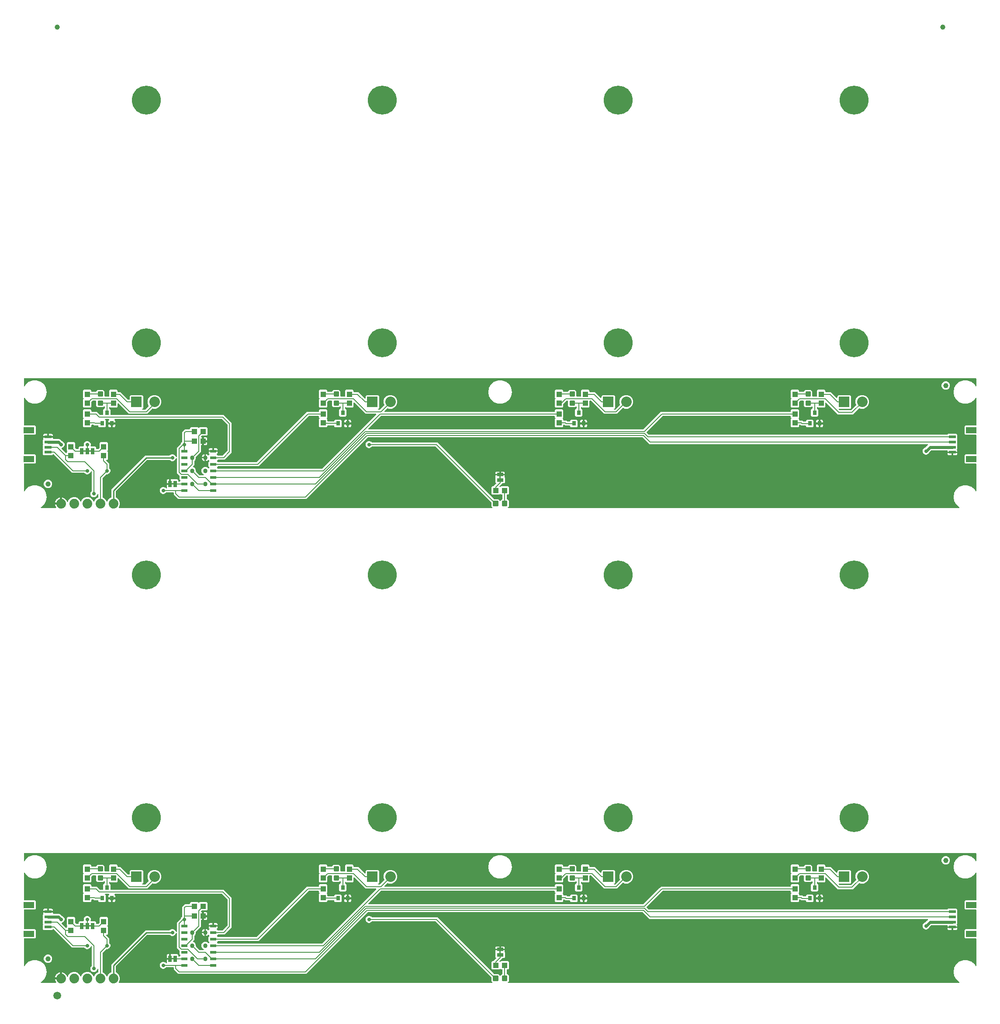
<source format=gtl>
G04 EAGLE Gerber RS-274X export*
G75*
%MOMM*%
%FSLAX34Y34*%
%LPD*%
%INTop Copper*%
%IPPOS*%
%AMOC8*
5,1,8,0,0,1.08239X$1,22.5*%
G01*
%ADD10R,1.100000X1.000000*%
%ADD11C,0.300000*%
%ADD12C,1.000000*%
%ADD13C,1.879600*%
%ADD14R,2.000000X1.200000*%
%ADD15R,1.350000X0.600000*%
%ADD16C,0.863600*%
%ADD17R,1.270000X0.660400*%
%ADD18R,0.660400X1.270000*%
%ADD19R,2.032000X2.032000*%
%ADD20C,2.032000*%
%ADD21C,5.600000*%
%ADD22R,0.800000X0.900000*%
%ADD23R,1.000000X1.100000*%
%ADD24R,1.200000X0.600000*%
%ADD25C,1.500000*%
%ADD26C,0.736600*%
%ADD27C,0.203200*%
%ADD28C,0.177800*%
%ADD29C,0.609600*%
%ADD30C,0.254000*%

G36*
X65815Y923558D02*
X65815Y923558D01*
X65907Y923561D01*
X65956Y923577D01*
X66006Y923585D01*
X66090Y923622D01*
X66177Y923651D01*
X66219Y923680D01*
X66265Y923701D01*
X66335Y923760D01*
X66411Y923812D01*
X66443Y923852D01*
X66482Y923884D01*
X66533Y923961D01*
X66592Y924032D01*
X66612Y924079D01*
X66640Y924121D01*
X66668Y924209D01*
X66704Y924293D01*
X66710Y924344D01*
X66726Y924392D01*
X66728Y924484D01*
X66739Y924575D01*
X66732Y924626D01*
X66733Y924676D01*
X66710Y924765D01*
X66695Y924856D01*
X66675Y924896D01*
X66661Y924951D01*
X66580Y925088D01*
X66546Y925157D01*
X65989Y925923D01*
X65136Y927597D01*
X64555Y929384D01*
X64434Y930149D01*
X75184Y930149D01*
X75242Y930157D01*
X75300Y930155D01*
X75382Y930177D01*
X75465Y930189D01*
X75519Y930213D01*
X75575Y930227D01*
X75648Y930270D01*
X75725Y930305D01*
X75769Y930343D01*
X75820Y930373D01*
X75877Y930434D01*
X75942Y930489D01*
X75974Y930537D01*
X76014Y930580D01*
X76053Y930655D01*
X76099Y930725D01*
X76117Y930781D01*
X76144Y930833D01*
X76155Y930901D01*
X76185Y930996D01*
X76188Y931096D01*
X76199Y931164D01*
X76199Y932181D01*
X77216Y932181D01*
X77274Y932189D01*
X77332Y932188D01*
X77414Y932209D01*
X77497Y932221D01*
X77551Y932245D01*
X77607Y932259D01*
X77680Y932302D01*
X77757Y932337D01*
X77802Y932375D01*
X77852Y932405D01*
X77910Y932466D01*
X77974Y932521D01*
X78006Y932569D01*
X78046Y932612D01*
X78085Y932687D01*
X78131Y932757D01*
X78149Y932813D01*
X78176Y932865D01*
X78187Y932933D01*
X78217Y933028D01*
X78220Y933128D01*
X78231Y933196D01*
X78231Y943946D01*
X78996Y943825D01*
X80783Y943244D01*
X82457Y942391D01*
X83978Y941286D01*
X85306Y939958D01*
X86411Y938437D01*
X87264Y936763D01*
X87628Y935643D01*
X87658Y935581D01*
X87679Y935515D01*
X87720Y935454D01*
X87753Y935388D01*
X87799Y935337D01*
X87838Y935279D01*
X87894Y935232D01*
X87943Y935177D01*
X88002Y935141D01*
X88055Y935096D01*
X88122Y935066D01*
X88185Y935027D01*
X88252Y935009D01*
X88315Y934981D01*
X88388Y934971D01*
X88459Y934951D01*
X88528Y934951D01*
X88597Y934942D01*
X88669Y934952D01*
X88743Y934953D01*
X88810Y934973D01*
X88878Y934982D01*
X88945Y935013D01*
X89016Y935034D01*
X89074Y935071D01*
X89137Y935100D01*
X89193Y935147D01*
X89255Y935187D01*
X89301Y935239D01*
X89353Y935284D01*
X89386Y935337D01*
X89443Y935401D01*
X89492Y935505D01*
X89531Y935569D01*
X91048Y939231D01*
X94549Y942732D01*
X99124Y944627D01*
X104076Y944627D01*
X108651Y942732D01*
X112152Y939231D01*
X113362Y936309D01*
X113377Y936284D01*
X113386Y936256D01*
X113449Y936161D01*
X113507Y936064D01*
X113528Y936044D01*
X113544Y936019D01*
X113631Y935946D01*
X113713Y935869D01*
X113739Y935855D01*
X113762Y935836D01*
X113865Y935790D01*
X113966Y935739D01*
X113995Y935733D01*
X114022Y935721D01*
X114134Y935705D01*
X114245Y935684D01*
X114274Y935686D01*
X114303Y935682D01*
X114415Y935698D01*
X114528Y935708D01*
X114555Y935719D01*
X114585Y935723D01*
X114688Y935769D01*
X114793Y935810D01*
X114817Y935828D01*
X114844Y935840D01*
X114930Y935913D01*
X115020Y935982D01*
X115038Y936005D01*
X115060Y936024D01*
X115102Y936091D01*
X115190Y936209D01*
X115212Y936268D01*
X115238Y936309D01*
X116448Y939231D01*
X119949Y942732D01*
X124524Y944627D01*
X129476Y944627D01*
X134051Y942732D01*
X137552Y939231D01*
X138762Y936309D01*
X138777Y936284D01*
X138786Y936256D01*
X138849Y936161D01*
X138907Y936064D01*
X138928Y936044D01*
X138944Y936019D01*
X139031Y935946D01*
X139113Y935869D01*
X139139Y935855D01*
X139162Y935836D01*
X139265Y935790D01*
X139366Y935739D01*
X139395Y935733D01*
X139422Y935721D01*
X139534Y935705D01*
X139645Y935684D01*
X139674Y935686D01*
X139703Y935682D01*
X139815Y935698D01*
X139928Y935708D01*
X139955Y935719D01*
X139985Y935723D01*
X140088Y935769D01*
X140193Y935810D01*
X140217Y935828D01*
X140244Y935840D01*
X140330Y935913D01*
X140420Y935982D01*
X140438Y936005D01*
X140460Y936024D01*
X140502Y936091D01*
X140590Y936209D01*
X140612Y936268D01*
X140638Y936309D01*
X141848Y939231D01*
X145349Y942732D01*
X147709Y943709D01*
X147710Y943710D01*
X147711Y943710D01*
X147832Y943782D01*
X147953Y943853D01*
X147954Y943855D01*
X147956Y943855D01*
X148053Y943959D01*
X148149Y944060D01*
X148149Y944062D01*
X148150Y944063D01*
X148215Y944188D01*
X148279Y944313D01*
X148279Y944314D01*
X148280Y944316D01*
X148282Y944331D01*
X148334Y944592D01*
X148331Y944622D01*
X148335Y944647D01*
X148335Y949383D01*
X148323Y949468D01*
X148321Y949554D01*
X148303Y949608D01*
X148295Y949664D01*
X148260Y949742D01*
X148234Y949824D01*
X148202Y949872D01*
X148179Y949923D01*
X148124Y949989D01*
X148076Y950060D01*
X148032Y950097D01*
X147996Y950140D01*
X147924Y950188D01*
X147858Y950243D01*
X147806Y950267D01*
X147759Y950298D01*
X147677Y950324D01*
X147598Y950359D01*
X147542Y950367D01*
X147488Y950384D01*
X147402Y950386D01*
X147317Y950398D01*
X147261Y950390D01*
X147204Y950391D01*
X147121Y950369D01*
X147036Y950357D01*
X146984Y950334D01*
X146929Y950319D01*
X146855Y950275D01*
X146776Y950240D01*
X146733Y950203D01*
X146684Y950174D01*
X146625Y950111D01*
X146560Y950056D01*
X146534Y950014D01*
X146490Y949967D01*
X146424Y949838D01*
X146382Y949771D01*
X145407Y947417D01*
X143513Y945523D01*
X141039Y944498D01*
X138361Y944498D01*
X135887Y945523D01*
X133993Y947417D01*
X132968Y949891D01*
X132968Y952569D01*
X133993Y955043D01*
X135338Y956388D01*
X135390Y956458D01*
X135450Y956522D01*
X135476Y956571D01*
X135509Y956615D01*
X135540Y956697D01*
X135580Y956775D01*
X135588Y956822D01*
X135610Y956881D01*
X135622Y957028D01*
X135635Y957106D01*
X135635Y993576D01*
X135623Y993662D01*
X135620Y993750D01*
X135603Y993802D01*
X135595Y993857D01*
X135560Y993937D01*
X135533Y994020D01*
X135505Y994060D01*
X135479Y994117D01*
X135413Y994195D01*
X135390Y994233D01*
X135363Y994258D01*
X135338Y994294D01*
X135263Y994369D01*
X135171Y994438D01*
X135083Y994512D01*
X135058Y994523D01*
X135036Y994540D01*
X134929Y994581D01*
X134823Y994627D01*
X134796Y994631D01*
X134770Y994641D01*
X134656Y994651D01*
X134542Y994666D01*
X134514Y994662D01*
X134487Y994665D01*
X134374Y994642D01*
X134260Y994626D01*
X134235Y994614D01*
X134208Y994609D01*
X134106Y994556D01*
X134001Y994508D01*
X133980Y994491D01*
X133956Y994478D01*
X133872Y994399D01*
X133785Y994324D01*
X133772Y994303D01*
X133750Y994282D01*
X133614Y994051D01*
X133607Y994040D01*
X132707Y991867D01*
X130813Y989973D01*
X128339Y988948D01*
X125661Y988948D01*
X123187Y989973D01*
X121842Y991318D01*
X121772Y991370D01*
X121708Y991430D01*
X121659Y991456D01*
X121615Y991489D01*
X121533Y991520D01*
X121455Y991560D01*
X121408Y991568D01*
X121349Y991590D01*
X121201Y991602D01*
X121124Y991615D01*
X97376Y991615D01*
X94698Y994294D01*
X61904Y1027087D01*
X61858Y1027122D01*
X61817Y1027165D01*
X61745Y1027207D01*
X61677Y1027258D01*
X61623Y1027279D01*
X61572Y1027308D01*
X61491Y1027329D01*
X61412Y1027359D01*
X61353Y1027364D01*
X61297Y1027379D01*
X61212Y1027376D01*
X61128Y1027383D01*
X61071Y1027371D01*
X61013Y1027369D01*
X60932Y1027344D01*
X60850Y1027327D01*
X60798Y1027300D01*
X60742Y1027282D01*
X60686Y1027242D01*
X60597Y1027196D01*
X60525Y1027127D01*
X60469Y1027087D01*
X58813Y1025431D01*
X42787Y1025431D01*
X41001Y1027217D01*
X41001Y1035743D01*
X41021Y1035762D01*
X41056Y1035809D01*
X41098Y1035849D01*
X41141Y1035922D01*
X41191Y1035989D01*
X41212Y1036044D01*
X41242Y1036094D01*
X41263Y1036176D01*
X41293Y1036255D01*
X41298Y1036313D01*
X41312Y1036370D01*
X41309Y1036454D01*
X41316Y1036538D01*
X41305Y1036596D01*
X41303Y1036654D01*
X41277Y1036734D01*
X41260Y1036817D01*
X41233Y1036869D01*
X41215Y1036925D01*
X41175Y1036981D01*
X41129Y1037069D01*
X41061Y1037142D01*
X41021Y1037198D01*
X41001Y1037217D01*
X41001Y1045743D01*
X41021Y1045762D01*
X41056Y1045809D01*
X41098Y1045849D01*
X41141Y1045922D01*
X41191Y1045989D01*
X41212Y1046044D01*
X41242Y1046094D01*
X41263Y1046176D01*
X41293Y1046255D01*
X41298Y1046313D01*
X41312Y1046370D01*
X41309Y1046454D01*
X41316Y1046538D01*
X41305Y1046596D01*
X41303Y1046654D01*
X41277Y1046734D01*
X41260Y1046817D01*
X41233Y1046869D01*
X41215Y1046925D01*
X41175Y1046981D01*
X41129Y1047069D01*
X41061Y1047142D01*
X41021Y1047198D01*
X41001Y1047217D01*
X41001Y1055743D01*
X41525Y1056267D01*
X41566Y1056321D01*
X41615Y1056369D01*
X41651Y1056434D01*
X41696Y1056494D01*
X41720Y1056558D01*
X41754Y1056617D01*
X41771Y1056690D01*
X41797Y1056760D01*
X41803Y1056828D01*
X41818Y1056894D01*
X41815Y1056968D01*
X41821Y1057043D01*
X41807Y1057110D01*
X41804Y1057178D01*
X41782Y1057237D01*
X41765Y1057322D01*
X41712Y1057423D01*
X41686Y1057492D01*
X41682Y1057499D01*
X41509Y1058146D01*
X41509Y1059981D01*
X50316Y1059981D01*
X50374Y1059989D01*
X50432Y1059987D01*
X50514Y1060009D01*
X50597Y1060021D01*
X50651Y1060044D01*
X50707Y1060059D01*
X50780Y1060102D01*
X50799Y1060111D01*
X50845Y1060080D01*
X50901Y1060063D01*
X50953Y1060036D01*
X51021Y1060025D01*
X51116Y1059995D01*
X51216Y1059992D01*
X51284Y1059981D01*
X60091Y1059981D01*
X60091Y1058592D01*
X60099Y1058534D01*
X60097Y1058476D01*
X60119Y1058394D01*
X60131Y1058310D01*
X60154Y1058257D01*
X60169Y1058201D01*
X60212Y1058128D01*
X60247Y1058051D01*
X60285Y1058006D01*
X60314Y1057956D01*
X60376Y1057898D01*
X60430Y1057834D01*
X60479Y1057802D01*
X60522Y1057762D01*
X60597Y1057723D01*
X60667Y1057676D01*
X60723Y1057659D01*
X60775Y1057632D01*
X60843Y1057621D01*
X60938Y1057591D01*
X61038Y1057588D01*
X61106Y1057577D01*
X72413Y1057577D01*
X74654Y1056649D01*
X78337Y1052965D01*
X78362Y1052946D01*
X78382Y1052923D01*
X78449Y1052881D01*
X78565Y1052794D01*
X78625Y1052771D01*
X78667Y1052745D01*
X80013Y1052187D01*
X81907Y1050293D01*
X82932Y1047819D01*
X82932Y1045141D01*
X81907Y1042667D01*
X80013Y1040773D01*
X77840Y1039873D01*
X77742Y1039815D01*
X77640Y1039762D01*
X77620Y1039743D01*
X77596Y1039729D01*
X77517Y1039645D01*
X77434Y1039566D01*
X77419Y1039542D01*
X77400Y1039522D01*
X77348Y1039420D01*
X77290Y1039321D01*
X77283Y1039294D01*
X77270Y1039269D01*
X77248Y1039156D01*
X77220Y1039045D01*
X77221Y1039018D01*
X77215Y1038990D01*
X77225Y1038876D01*
X77229Y1038761D01*
X77237Y1038735D01*
X77240Y1038707D01*
X77281Y1038600D01*
X77316Y1038491D01*
X77331Y1038470D01*
X77342Y1038442D01*
X77502Y1038229D01*
X77511Y1038217D01*
X85468Y1030260D01*
X85492Y1030243D01*
X85511Y1030220D01*
X85605Y1030157D01*
X85695Y1030089D01*
X85723Y1030079D01*
X85747Y1030063D01*
X85855Y1030028D01*
X85961Y1029988D01*
X85990Y1029986D01*
X86018Y1029977D01*
X86132Y1029974D01*
X86244Y1029965D01*
X86273Y1029970D01*
X86302Y1029970D01*
X86412Y1029998D01*
X86523Y1030020D01*
X86549Y1030034D01*
X86577Y1030041D01*
X86675Y1030099D01*
X86775Y1030151D01*
X86797Y1030172D01*
X86822Y1030187D01*
X86899Y1030269D01*
X86981Y1030347D01*
X86996Y1030373D01*
X87016Y1030394D01*
X87068Y1030495D01*
X87125Y1030593D01*
X87132Y1030621D01*
X87146Y1030647D01*
X87159Y1030724D01*
X87195Y1030868D01*
X87193Y1030931D01*
X87201Y1030978D01*
X87201Y1032043D01*
X88221Y1033062D01*
X88256Y1033109D01*
X88298Y1033149D01*
X88341Y1033222D01*
X88391Y1033289D01*
X88412Y1033344D01*
X88442Y1033394D01*
X88463Y1033476D01*
X88493Y1033555D01*
X88498Y1033613D01*
X88512Y1033670D01*
X88509Y1033754D01*
X88516Y1033838D01*
X88505Y1033896D01*
X88503Y1033954D01*
X88477Y1034034D01*
X88460Y1034117D01*
X88433Y1034169D01*
X88415Y1034225D01*
X88375Y1034281D01*
X88329Y1034369D01*
X88261Y1034442D01*
X88221Y1034498D01*
X87201Y1035517D01*
X87201Y1049043D01*
X88987Y1050829D01*
X101513Y1050829D01*
X103299Y1049043D01*
X103299Y1040400D01*
X103311Y1040314D01*
X103314Y1040226D01*
X103331Y1040174D01*
X103339Y1040119D01*
X103374Y1040039D01*
X103401Y1039956D01*
X103429Y1039916D01*
X103455Y1039859D01*
X103551Y1039746D01*
X103596Y1039682D01*
X105136Y1038142D01*
X105206Y1038090D01*
X105270Y1038030D01*
X105319Y1038004D01*
X105364Y1037971D01*
X105445Y1037940D01*
X105523Y1037900D01*
X105571Y1037892D01*
X105629Y1037870D01*
X105777Y1037858D01*
X105854Y1037845D01*
X109220Y1037845D01*
X109278Y1037853D01*
X109336Y1037851D01*
X109418Y1037873D01*
X109502Y1037885D01*
X109555Y1037908D01*
X109611Y1037923D01*
X109684Y1037966D01*
X109761Y1038001D01*
X109806Y1038039D01*
X109856Y1038068D01*
X109914Y1038130D01*
X109978Y1038184D01*
X110010Y1038233D01*
X110050Y1038276D01*
X110089Y1038351D01*
X110136Y1038421D01*
X110153Y1038477D01*
X110180Y1038529D01*
X110191Y1038597D01*
X110221Y1038692D01*
X110224Y1038792D01*
X110235Y1038860D01*
X110235Y1041393D01*
X112021Y1043179D01*
X119562Y1043179D01*
X119675Y1043195D01*
X119790Y1043205D01*
X119816Y1043215D01*
X119843Y1043219D01*
X119948Y1043266D01*
X120055Y1043307D01*
X120077Y1043323D01*
X120103Y1043335D01*
X120190Y1043409D01*
X120282Y1043478D01*
X120298Y1043501D01*
X120320Y1043518D01*
X120383Y1043614D01*
X120452Y1043706D01*
X120462Y1043732D01*
X120477Y1043755D01*
X120512Y1043865D01*
X120552Y1043972D01*
X120555Y1044000D01*
X120563Y1044026D01*
X120566Y1044141D01*
X120575Y1044255D01*
X120569Y1044280D01*
X120570Y1044310D01*
X120503Y1044567D01*
X120500Y1044583D01*
X120268Y1045141D01*
X120268Y1047819D01*
X121293Y1050293D01*
X123187Y1052187D01*
X125661Y1053212D01*
X128339Y1053212D01*
X130813Y1052187D01*
X132707Y1050293D01*
X133732Y1047819D01*
X133732Y1045141D01*
X133500Y1044583D01*
X133472Y1044471D01*
X133437Y1044362D01*
X133436Y1044334D01*
X133429Y1044307D01*
X133433Y1044193D01*
X133430Y1044078D01*
X133437Y1044051D01*
X133438Y1044023D01*
X133473Y1043914D01*
X133502Y1043803D01*
X133516Y1043779D01*
X133524Y1043752D01*
X133588Y1043657D01*
X133647Y1043558D01*
X133667Y1043539D01*
X133683Y1043516D01*
X133770Y1043442D01*
X133854Y1043364D01*
X133879Y1043351D01*
X133900Y1043333D01*
X134005Y1043286D01*
X134107Y1043234D01*
X134132Y1043230D01*
X134160Y1043218D01*
X134424Y1043181D01*
X134438Y1043179D01*
X141979Y1043179D01*
X143765Y1041393D01*
X143765Y1038860D01*
X143773Y1038802D01*
X143771Y1038744D01*
X143793Y1038662D01*
X143805Y1038578D01*
X143828Y1038525D01*
X143843Y1038469D01*
X143886Y1038396D01*
X143921Y1038319D01*
X143959Y1038274D01*
X143988Y1038224D01*
X144050Y1038166D01*
X144104Y1038102D01*
X144153Y1038070D01*
X144196Y1038030D01*
X144271Y1037991D01*
X144341Y1037944D01*
X144397Y1037927D01*
X144449Y1037900D01*
X144517Y1037889D01*
X144612Y1037859D01*
X144712Y1037856D01*
X144780Y1037845D01*
X148146Y1037845D01*
X148232Y1037857D01*
X148320Y1037860D01*
X148372Y1037877D01*
X148427Y1037885D01*
X148507Y1037920D01*
X148590Y1037947D01*
X148630Y1037975D01*
X148687Y1038001D01*
X148800Y1038097D01*
X148864Y1038142D01*
X150404Y1039682D01*
X150456Y1039752D01*
X150516Y1039816D01*
X150542Y1039865D01*
X150575Y1039910D01*
X150606Y1039991D01*
X150646Y1040069D01*
X150654Y1040117D01*
X150676Y1040175D01*
X150688Y1040323D01*
X150701Y1040400D01*
X150701Y1049043D01*
X152487Y1050829D01*
X165013Y1050829D01*
X166799Y1049043D01*
X166799Y1035517D01*
X165779Y1034498D01*
X165744Y1034451D01*
X165702Y1034411D01*
X165659Y1034338D01*
X165609Y1034271D01*
X165588Y1034216D01*
X165558Y1034166D01*
X165537Y1034084D01*
X165507Y1034005D01*
X165502Y1033947D01*
X165488Y1033890D01*
X165491Y1033806D01*
X165484Y1033722D01*
X165495Y1033664D01*
X165497Y1033606D01*
X165523Y1033526D01*
X165540Y1033443D01*
X165567Y1033391D01*
X165585Y1033335D01*
X165625Y1033279D01*
X165671Y1033191D01*
X165739Y1033118D01*
X165779Y1033062D01*
X166799Y1032043D01*
X166799Y1018517D01*
X165013Y1016731D01*
X164948Y1016731D01*
X164919Y1016727D01*
X164890Y1016730D01*
X164779Y1016707D01*
X164667Y1016691D01*
X164640Y1016679D01*
X164611Y1016674D01*
X164511Y1016622D01*
X164407Y1016575D01*
X164385Y1016556D01*
X164359Y1016543D01*
X164277Y1016465D01*
X164190Y1016392D01*
X164174Y1016367D01*
X164153Y1016347D01*
X164095Y1016249D01*
X164033Y1016155D01*
X164024Y1016127D01*
X164009Y1016102D01*
X163981Y1015992D01*
X163947Y1015884D01*
X163946Y1015854D01*
X163939Y1015826D01*
X163942Y1015713D01*
X163940Y1015600D01*
X163947Y1015571D01*
X163948Y1015542D01*
X163983Y1015434D01*
X164011Y1015325D01*
X164026Y1015299D01*
X164035Y1015271D01*
X164081Y1015208D01*
X164157Y1015080D01*
X164202Y1015037D01*
X164230Y1014998D01*
X169165Y1010064D01*
X169165Y1001556D01*
X169177Y1001469D01*
X169180Y1001382D01*
X169197Y1001329D01*
X169205Y1001274D01*
X169240Y1001195D01*
X169267Y1001111D01*
X169295Y1001072D01*
X169321Y1001015D01*
X169417Y1000902D01*
X169462Y1000838D01*
X170807Y999493D01*
X171832Y997019D01*
X171832Y994341D01*
X170807Y991867D01*
X168913Y989973D01*
X166439Y988948D01*
X164537Y988948D01*
X164451Y988936D01*
X164363Y988933D01*
X164310Y988916D01*
X164256Y988908D01*
X164176Y988873D01*
X164093Y988846D01*
X164053Y988818D01*
X163996Y988792D01*
X163883Y988696D01*
X163819Y988651D01*
X156762Y981594D01*
X156710Y981524D01*
X156650Y981460D01*
X156624Y981411D01*
X156591Y981367D01*
X156560Y981285D01*
X156520Y981207D01*
X156512Y981159D01*
X156490Y981101D01*
X156478Y980953D01*
X156465Y980876D01*
X156465Y944647D01*
X156465Y944645D01*
X156465Y944644D01*
X156486Y944498D01*
X156505Y944365D01*
X156505Y944364D01*
X156505Y944362D01*
X156562Y944237D01*
X156621Y944106D01*
X156622Y944105D01*
X156623Y944103D01*
X156714Y943996D01*
X156804Y943889D01*
X156806Y943888D01*
X156807Y943887D01*
X156820Y943879D01*
X157041Y943731D01*
X157070Y943722D01*
X157091Y943709D01*
X159451Y942732D01*
X162952Y939231D01*
X164162Y936309D01*
X164177Y936284D01*
X164186Y936256D01*
X164249Y936161D01*
X164307Y936064D01*
X164328Y936044D01*
X164344Y936019D01*
X164431Y935946D01*
X164513Y935869D01*
X164539Y935855D01*
X164562Y935836D01*
X164665Y935790D01*
X164766Y935739D01*
X164795Y935733D01*
X164822Y935721D01*
X164934Y935705D01*
X165045Y935684D01*
X165074Y935686D01*
X165103Y935682D01*
X165215Y935698D01*
X165328Y935708D01*
X165355Y935719D01*
X165384Y935723D01*
X165488Y935769D01*
X165593Y935810D01*
X165617Y935828D01*
X165644Y935840D01*
X165730Y935913D01*
X165820Y935982D01*
X165838Y936005D01*
X165860Y936024D01*
X165902Y936091D01*
X165990Y936209D01*
X166012Y936268D01*
X166038Y936309D01*
X167248Y939231D01*
X170749Y942732D01*
X172855Y943604D01*
X172856Y943605D01*
X172857Y943605D01*
X172976Y943675D01*
X173099Y943748D01*
X173100Y943749D01*
X173102Y943750D01*
X173199Y943853D01*
X173295Y943955D01*
X173295Y943956D01*
X173296Y943958D01*
X173361Y944083D01*
X173425Y944208D01*
X173425Y944209D01*
X173426Y944211D01*
X173428Y944226D01*
X173480Y944487D01*
X173477Y944517D01*
X173481Y944542D01*
X173481Y959369D01*
X176308Y962196D01*
X236684Y1022572D01*
X239511Y1025399D01*
X286478Y1025399D01*
X286565Y1025411D01*
X286652Y1025414D01*
X286705Y1025431D01*
X286760Y1025439D01*
X286839Y1025474D01*
X286923Y1025501D01*
X286962Y1025529D01*
X287019Y1025555D01*
X287132Y1025651D01*
X287196Y1025696D01*
X288287Y1026787D01*
X290761Y1027812D01*
X293439Y1027812D01*
X295913Y1026787D01*
X297807Y1024893D01*
X298782Y1022539D01*
X298826Y1022465D01*
X298861Y1022387D01*
X298898Y1022343D01*
X298927Y1022294D01*
X298989Y1022235D01*
X299045Y1022170D01*
X299092Y1022138D01*
X299133Y1022099D01*
X299210Y1022060D01*
X299281Y1022012D01*
X299335Y1021995D01*
X299386Y1021969D01*
X299470Y1021952D01*
X299552Y1021926D01*
X299609Y1021925D01*
X299665Y1021914D01*
X299750Y1021921D01*
X299836Y1021919D01*
X299891Y1021933D01*
X299948Y1021938D01*
X300029Y1021969D01*
X300111Y1021991D01*
X300160Y1022020D01*
X300213Y1022040D01*
X300282Y1022092D01*
X300356Y1022136D01*
X300395Y1022177D01*
X300440Y1022212D01*
X300492Y1022281D01*
X300550Y1022343D01*
X300576Y1022394D01*
X300610Y1022439D01*
X300641Y1022520D01*
X300680Y1022596D01*
X300688Y1022645D01*
X300711Y1022705D01*
X300722Y1022850D01*
X300735Y1022927D01*
X300735Y1040544D01*
X308137Y1047945D01*
X308155Y1047970D01*
X308179Y1047990D01*
X308221Y1048057D01*
X308308Y1048173D01*
X308331Y1048233D01*
X308357Y1048275D01*
X309193Y1050293D01*
X310538Y1051638D01*
X310590Y1051708D01*
X310650Y1051772D01*
X310676Y1051821D01*
X310709Y1051865D01*
X310740Y1051947D01*
X310780Y1052025D01*
X310788Y1052072D01*
X310810Y1052131D01*
X310822Y1052279D01*
X310835Y1052356D01*
X310835Y1070964D01*
X315816Y1075945D01*
X324836Y1075945D01*
X324894Y1075953D01*
X324952Y1075951D01*
X325034Y1075973D01*
X325118Y1075985D01*
X325171Y1076008D01*
X325227Y1076023D01*
X325300Y1076066D01*
X325377Y1076101D01*
X325422Y1076139D01*
X325472Y1076168D01*
X325530Y1076230D01*
X325594Y1076284D01*
X325626Y1076333D01*
X325666Y1076376D01*
X325705Y1076451D01*
X325752Y1076521D01*
X325769Y1076577D01*
X325796Y1076629D01*
X325807Y1076697D01*
X325837Y1076792D01*
X325840Y1076892D01*
X325851Y1076960D01*
X325851Y1078143D01*
X327637Y1079929D01*
X341163Y1079929D01*
X342182Y1078909D01*
X342229Y1078874D01*
X342269Y1078832D01*
X342342Y1078789D01*
X342409Y1078739D01*
X342464Y1078718D01*
X342514Y1078688D01*
X342596Y1078667D01*
X342675Y1078637D01*
X342733Y1078632D01*
X342790Y1078618D01*
X342874Y1078621D01*
X342958Y1078614D01*
X343016Y1078625D01*
X343074Y1078627D01*
X343154Y1078653D01*
X343237Y1078670D01*
X343289Y1078697D01*
X343345Y1078715D01*
X343401Y1078755D01*
X343489Y1078801D01*
X343562Y1078869D01*
X343618Y1078909D01*
X344637Y1079929D01*
X358163Y1079929D01*
X359949Y1078143D01*
X359949Y1065617D01*
X358163Y1063831D01*
X349520Y1063831D01*
X349434Y1063819D01*
X349346Y1063816D01*
X349294Y1063799D01*
X349239Y1063791D01*
X349159Y1063756D01*
X349076Y1063729D01*
X349036Y1063701D01*
X348979Y1063675D01*
X348866Y1063579D01*
X348802Y1063534D01*
X347372Y1062104D01*
X347355Y1062080D01*
X347332Y1062061D01*
X347269Y1061967D01*
X347201Y1061877D01*
X347191Y1061849D01*
X347175Y1061825D01*
X347140Y1061717D01*
X347100Y1061611D01*
X347098Y1061582D01*
X347089Y1061554D01*
X347086Y1061440D01*
X347077Y1061328D01*
X347082Y1061299D01*
X347082Y1061270D01*
X347110Y1061160D01*
X347132Y1061049D01*
X347146Y1061023D01*
X347153Y1060995D01*
X347211Y1060897D01*
X347263Y1060797D01*
X347284Y1060775D01*
X347299Y1060750D01*
X347381Y1060673D01*
X347459Y1060591D01*
X347485Y1060576D01*
X347506Y1060556D01*
X347607Y1060504D01*
X347705Y1060447D01*
X347733Y1060440D01*
X347759Y1060426D01*
X347836Y1060413D01*
X347980Y1060377D01*
X348043Y1060379D01*
X348090Y1060371D01*
X349369Y1060371D01*
X349369Y1053846D01*
X349377Y1053788D01*
X349375Y1053730D01*
X349397Y1053648D01*
X349409Y1053565D01*
X349433Y1053511D01*
X349447Y1053455D01*
X349490Y1053382D01*
X349525Y1053305D01*
X349563Y1053261D01*
X349593Y1053210D01*
X349654Y1053153D01*
X349709Y1053088D01*
X349757Y1053056D01*
X349800Y1053016D01*
X349875Y1052977D01*
X349945Y1052931D01*
X350001Y1052913D01*
X350053Y1052886D01*
X350121Y1052875D01*
X350216Y1052845D01*
X350316Y1052842D01*
X350384Y1052831D01*
X351401Y1052831D01*
X351401Y1052829D01*
X350384Y1052829D01*
X350326Y1052821D01*
X350268Y1052822D01*
X350186Y1052801D01*
X350103Y1052789D01*
X350049Y1052765D01*
X349993Y1052751D01*
X349920Y1052708D01*
X349843Y1052673D01*
X349798Y1052635D01*
X349748Y1052605D01*
X349690Y1052544D01*
X349626Y1052489D01*
X349594Y1052441D01*
X349554Y1052398D01*
X349515Y1052323D01*
X349469Y1052253D01*
X349451Y1052197D01*
X349424Y1052145D01*
X349413Y1052077D01*
X349383Y1051982D01*
X349380Y1051882D01*
X349369Y1051814D01*
X349369Y1045289D01*
X347980Y1045289D01*
X347922Y1045281D01*
X347864Y1045283D01*
X347782Y1045261D01*
X347698Y1045249D01*
X347645Y1045226D01*
X347589Y1045211D01*
X347516Y1045168D01*
X347439Y1045133D01*
X347394Y1045095D01*
X347344Y1045066D01*
X347286Y1045004D01*
X347222Y1044950D01*
X347190Y1044901D01*
X347150Y1044858D01*
X347111Y1044783D01*
X347064Y1044713D01*
X347047Y1044657D01*
X347020Y1044605D01*
X347009Y1044537D01*
X346979Y1044442D01*
X346976Y1044342D01*
X346965Y1044274D01*
X346965Y1032096D01*
X337864Y1022996D01*
X337812Y1022926D01*
X337752Y1022862D01*
X337726Y1022813D01*
X337693Y1022768D01*
X337662Y1022687D01*
X337622Y1022609D01*
X337614Y1022561D01*
X337592Y1022503D01*
X337580Y1022355D01*
X337567Y1022278D01*
X337567Y1019615D01*
X336445Y1016907D01*
X334562Y1015024D01*
X334510Y1014954D01*
X334450Y1014890D01*
X334424Y1014841D01*
X334391Y1014797D01*
X334360Y1014715D01*
X334320Y1014637D01*
X334312Y1014590D01*
X334290Y1014531D01*
X334278Y1014383D01*
X334265Y1014306D01*
X334265Y1006696D01*
X331997Y1004429D01*
X331928Y1004337D01*
X331854Y1004249D01*
X331843Y1004224D01*
X331826Y1004202D01*
X331785Y1004094D01*
X331739Y1003989D01*
X331735Y1003962D01*
X331725Y1003936D01*
X331716Y1003822D01*
X331700Y1003708D01*
X331704Y1003680D01*
X331701Y1003653D01*
X331724Y1003540D01*
X331740Y1003426D01*
X331752Y1003401D01*
X331757Y1003374D01*
X331810Y1003272D01*
X331858Y1003167D01*
X331876Y1003146D01*
X331888Y1003122D01*
X331967Y1003038D01*
X332042Y1002951D01*
X332063Y1002938D01*
X332084Y1002915D01*
X332313Y1002781D01*
X332326Y1002773D01*
X334373Y1001925D01*
X336445Y999853D01*
X337567Y997145D01*
X337567Y994482D01*
X337579Y994396D01*
X337582Y994308D01*
X337599Y994256D01*
X337607Y994201D01*
X337642Y994121D01*
X337669Y994038D01*
X337697Y993998D01*
X337723Y993941D01*
X337819Y993828D01*
X337864Y993764D01*
X344286Y987342D01*
X344356Y987290D01*
X344420Y987230D01*
X344469Y987204D01*
X344514Y987171D01*
X344595Y987140D01*
X344673Y987100D01*
X344721Y987092D01*
X344779Y987070D01*
X344927Y987058D01*
X345004Y987045D01*
X352093Y987045D01*
X352178Y987057D01*
X352264Y987059D01*
X352318Y987077D01*
X352375Y987085D01*
X352453Y987120D01*
X352535Y987146D01*
X352582Y987178D01*
X352634Y987201D01*
X352700Y987256D01*
X352771Y987304D01*
X352808Y987348D01*
X352851Y987384D01*
X352899Y987456D01*
X352954Y987522D01*
X352977Y987574D01*
X353009Y987621D01*
X353035Y987703D01*
X353070Y987782D01*
X353077Y987838D01*
X353094Y987892D01*
X353097Y987978D01*
X353108Y988063D01*
X353100Y988119D01*
X353102Y988176D01*
X353080Y988259D01*
X353068Y988344D01*
X353044Y988396D01*
X353030Y988451D01*
X352986Y988525D01*
X352951Y988604D01*
X352914Y988647D01*
X352885Y988696D01*
X352822Y988755D01*
X352766Y988820D01*
X352724Y988846D01*
X352677Y988890D01*
X352548Y988956D01*
X352482Y988998D01*
X351427Y989435D01*
X349355Y991507D01*
X348233Y994215D01*
X348233Y997145D01*
X349355Y999853D01*
X351427Y1001925D01*
X354135Y1003047D01*
X357065Y1003047D01*
X359773Y1001925D01*
X361085Y1000613D01*
X361132Y1000578D01*
X361172Y1000535D01*
X361245Y1000492D01*
X361313Y1000442D01*
X361367Y1000421D01*
X361418Y1000391D01*
X361499Y1000371D01*
X361578Y1000341D01*
X361637Y1000336D01*
X361693Y1000321D01*
X361778Y1000324D01*
X361862Y1000317D01*
X361919Y1000329D01*
X361977Y1000330D01*
X362058Y1000356D01*
X362140Y1000373D01*
X362192Y1000400D01*
X362248Y1000418D01*
X362304Y1000458D01*
X362393Y1000504D01*
X362465Y1000573D01*
X362521Y1000613D01*
X363221Y1001312D01*
X363256Y1001359D01*
X363298Y1001399D01*
X363341Y1001472D01*
X363391Y1001539D01*
X363412Y1001594D01*
X363442Y1001644D01*
X363463Y1001726D01*
X363493Y1001805D01*
X363498Y1001863D01*
X363512Y1001920D01*
X363509Y1002004D01*
X363516Y1002088D01*
X363505Y1002146D01*
X363503Y1002204D01*
X363477Y1002284D01*
X363460Y1002367D01*
X363433Y1002419D01*
X363415Y1002475D01*
X363375Y1002531D01*
X363329Y1002619D01*
X363261Y1002692D01*
X363221Y1002748D01*
X361851Y1004117D01*
X361851Y1012643D01*
X363221Y1014012D01*
X363256Y1014059D01*
X363298Y1014099D01*
X363341Y1014172D01*
X363391Y1014239D01*
X363412Y1014294D01*
X363442Y1014344D01*
X363463Y1014426D01*
X363493Y1014505D01*
X363498Y1014563D01*
X363512Y1014620D01*
X363509Y1014704D01*
X363516Y1014788D01*
X363505Y1014846D01*
X363503Y1014904D01*
X363477Y1014984D01*
X363460Y1015067D01*
X363433Y1015119D01*
X363415Y1015175D01*
X363375Y1015231D01*
X363329Y1015319D01*
X363261Y1015392D01*
X363221Y1015448D01*
X362162Y1016506D01*
X362115Y1016542D01*
X362075Y1016584D01*
X362002Y1016627D01*
X361935Y1016677D01*
X361880Y1016698D01*
X361830Y1016728D01*
X361748Y1016749D01*
X361669Y1016779D01*
X361611Y1016783D01*
X361554Y1016798D01*
X361470Y1016795D01*
X361386Y1016802D01*
X361329Y1016791D01*
X361270Y1016789D01*
X361190Y1016763D01*
X361107Y1016746D01*
X361055Y1016719D01*
X361000Y1016701D01*
X360943Y1016661D01*
X360855Y1016615D01*
X360782Y1016547D01*
X360726Y1016506D01*
X359972Y1015752D01*
X358849Y1015002D01*
X357601Y1014485D01*
X356869Y1014339D01*
X356869Y1020826D01*
X356861Y1020884D01*
X356863Y1020942D01*
X356841Y1021024D01*
X356832Y1021092D01*
X356855Y1021166D01*
X356858Y1021266D01*
X356869Y1021334D01*
X356869Y1027821D01*
X357601Y1027675D01*
X358849Y1027158D01*
X359972Y1026408D01*
X360726Y1025654D01*
X360773Y1025618D01*
X360813Y1025576D01*
X360886Y1025533D01*
X360953Y1025483D01*
X361008Y1025462D01*
X361058Y1025432D01*
X361140Y1025411D01*
X361219Y1025381D01*
X361277Y1025377D01*
X361334Y1025362D01*
X361418Y1025365D01*
X361502Y1025358D01*
X361560Y1025369D01*
X361618Y1025371D01*
X361698Y1025397D01*
X361781Y1025414D01*
X361833Y1025441D01*
X361889Y1025459D01*
X361945Y1025499D01*
X362033Y1025545D01*
X362106Y1025613D01*
X362162Y1025654D01*
X363619Y1027110D01*
X363648Y1027149D01*
X363684Y1027182D01*
X363733Y1027262D01*
X363790Y1027337D01*
X363807Y1027383D01*
X363832Y1027425D01*
X363857Y1027515D01*
X363891Y1027603D01*
X363895Y1027652D01*
X363908Y1027699D01*
X363907Y1027793D01*
X363914Y1027886D01*
X363905Y1027934D01*
X363904Y1027983D01*
X363877Y1028073D01*
X363859Y1028165D01*
X363836Y1028208D01*
X363822Y1028255D01*
X363771Y1028334D01*
X363728Y1028417D01*
X363694Y1028453D01*
X363667Y1028494D01*
X363610Y1028541D01*
X363532Y1028624D01*
X363457Y1028667D01*
X363408Y1028707D01*
X363340Y1028747D01*
X362867Y1029220D01*
X362532Y1029799D01*
X362359Y1030446D01*
X362359Y1032281D01*
X370416Y1032281D01*
X370474Y1032289D01*
X370532Y1032287D01*
X370614Y1032309D01*
X370697Y1032321D01*
X370751Y1032344D01*
X370807Y1032359D01*
X370880Y1032402D01*
X370899Y1032411D01*
X370945Y1032380D01*
X371001Y1032363D01*
X371053Y1032336D01*
X371121Y1032325D01*
X371216Y1032295D01*
X371316Y1032292D01*
X371384Y1032281D01*
X379441Y1032281D01*
X379441Y1030446D01*
X379268Y1029799D01*
X378933Y1029220D01*
X378460Y1028747D01*
X378392Y1028707D01*
X378353Y1028677D01*
X378310Y1028655D01*
X378242Y1028590D01*
X378168Y1028532D01*
X378139Y1028493D01*
X378104Y1028459D01*
X378056Y1028378D01*
X378001Y1028302D01*
X377985Y1028256D01*
X377960Y1028214D01*
X377937Y1028123D01*
X377905Y1028034D01*
X377902Y1027985D01*
X377890Y1027938D01*
X377893Y1027844D01*
X377887Y1027750D01*
X377897Y1027703D01*
X377899Y1027654D01*
X377928Y1027565D01*
X377948Y1027473D01*
X377971Y1027430D01*
X377986Y1027384D01*
X378029Y1027323D01*
X378084Y1027223D01*
X378145Y1027161D01*
X378181Y1027110D01*
X379849Y1025442D01*
X379919Y1025390D01*
X379983Y1025330D01*
X380033Y1025304D01*
X380077Y1025271D01*
X380158Y1025240D01*
X380236Y1025200D01*
X380284Y1025192D01*
X380342Y1025170D01*
X380490Y1025158D01*
X380567Y1025145D01*
X389116Y1025145D01*
X389202Y1025157D01*
X389290Y1025160D01*
X389342Y1025177D01*
X389397Y1025185D01*
X389477Y1025220D01*
X389560Y1025247D01*
X389600Y1025275D01*
X389657Y1025301D01*
X389770Y1025397D01*
X389834Y1025442D01*
X398288Y1033896D01*
X398340Y1033966D01*
X398400Y1034030D01*
X398426Y1034079D01*
X398459Y1034124D01*
X398490Y1034205D01*
X398530Y1034283D01*
X398538Y1034331D01*
X398560Y1034389D01*
X398572Y1034537D01*
X398585Y1034614D01*
X398585Y1084956D01*
X398573Y1085042D01*
X398570Y1085130D01*
X398553Y1085182D01*
X398545Y1085237D01*
X398510Y1085317D01*
X398483Y1085400D01*
X398455Y1085440D01*
X398429Y1085497D01*
X398373Y1085563D01*
X398348Y1085605D01*
X398314Y1085637D01*
X398288Y1085674D01*
X388504Y1095458D01*
X388434Y1095510D01*
X388370Y1095570D01*
X388321Y1095596D01*
X388276Y1095629D01*
X388195Y1095660D01*
X388117Y1095700D01*
X388069Y1095708D01*
X388011Y1095730D01*
X387863Y1095742D01*
X387786Y1095755D01*
X180585Y1095755D01*
X180566Y1095753D01*
X180546Y1095755D01*
X180425Y1095733D01*
X180304Y1095715D01*
X180286Y1095707D01*
X180266Y1095704D01*
X180156Y1095649D01*
X180044Y1095599D01*
X180029Y1095586D01*
X180012Y1095578D01*
X179921Y1095495D01*
X179827Y1095416D01*
X179816Y1095399D01*
X179802Y1095386D01*
X179738Y1095281D01*
X179670Y1095179D01*
X179664Y1095160D01*
X179653Y1095143D01*
X179621Y1095025D01*
X179584Y1094908D01*
X179583Y1094888D01*
X179578Y1094869D01*
X179580Y1094747D01*
X179576Y1094624D01*
X179581Y1094605D01*
X179582Y1094585D01*
X179617Y1094467D01*
X179648Y1094349D01*
X179658Y1094332D01*
X179664Y1094313D01*
X179731Y1094209D01*
X179794Y1094104D01*
X179808Y1094091D01*
X179818Y1094074D01*
X179875Y1094027D01*
X180001Y1093910D01*
X180046Y1093886D01*
X180077Y1093861D01*
X180160Y1093813D01*
X180633Y1093340D01*
X180968Y1092761D01*
X181141Y1092114D01*
X181141Y1089279D01*
X175584Y1089279D01*
X175526Y1089271D01*
X175468Y1089273D01*
X175386Y1089251D01*
X175303Y1089239D01*
X175249Y1089216D01*
X175193Y1089201D01*
X175120Y1089158D01*
X175043Y1089123D01*
X174999Y1089085D01*
X174948Y1089056D01*
X174891Y1088994D01*
X174826Y1088940D01*
X174794Y1088891D01*
X174754Y1088848D01*
X174715Y1088773D01*
X174669Y1088703D01*
X174651Y1088647D01*
X174624Y1088595D01*
X174613Y1088527D01*
X174600Y1088485D01*
X174591Y1088546D01*
X174567Y1088599D01*
X174553Y1088655D01*
X174509Y1088728D01*
X174475Y1088805D01*
X174437Y1088850D01*
X174407Y1088900D01*
X174346Y1088958D01*
X174291Y1089022D01*
X174243Y1089054D01*
X174200Y1089094D01*
X174125Y1089133D01*
X174055Y1089180D01*
X173999Y1089197D01*
X173947Y1089224D01*
X173879Y1089235D01*
X173784Y1089265D01*
X173684Y1089268D01*
X173616Y1089279D01*
X168059Y1089279D01*
X168059Y1092114D01*
X168232Y1092761D01*
X168567Y1093340D01*
X169040Y1093813D01*
X169123Y1093861D01*
X169138Y1093873D01*
X169156Y1093881D01*
X169250Y1093960D01*
X169346Y1094036D01*
X169358Y1094052D01*
X169373Y1094065D01*
X169441Y1094167D01*
X169513Y1094266D01*
X169520Y1094285D01*
X169530Y1094301D01*
X169568Y1094419D01*
X169609Y1094534D01*
X169610Y1094553D01*
X169616Y1094572D01*
X169619Y1094695D01*
X169627Y1094818D01*
X169623Y1094837D01*
X169624Y1094856D01*
X169593Y1094975D01*
X169566Y1095095D01*
X169557Y1095113D01*
X169552Y1095131D01*
X169489Y1095237D01*
X169430Y1095345D01*
X169417Y1095359D01*
X169406Y1095376D01*
X169317Y1095460D01*
X169231Y1095547D01*
X169214Y1095557D01*
X169199Y1095570D01*
X169090Y1095626D01*
X168983Y1095686D01*
X168964Y1095691D01*
X168946Y1095700D01*
X168873Y1095712D01*
X168706Y1095751D01*
X168655Y1095749D01*
X168615Y1095755D01*
X162387Y1095755D01*
X162358Y1095751D01*
X162329Y1095754D01*
X162218Y1095731D01*
X162106Y1095715D01*
X162079Y1095703D01*
X162050Y1095698D01*
X161950Y1095645D01*
X161846Y1095599D01*
X161824Y1095580D01*
X161798Y1095567D01*
X161716Y1095489D01*
X161629Y1095416D01*
X161613Y1095391D01*
X161592Y1095371D01*
X161535Y1095273D01*
X161472Y1095179D01*
X161463Y1095151D01*
X161448Y1095126D01*
X161420Y1095016D01*
X161386Y1094908D01*
X161385Y1094878D01*
X161378Y1094850D01*
X161382Y1094737D01*
X161379Y1094624D01*
X161386Y1094595D01*
X161387Y1094566D01*
X161422Y1094458D01*
X161451Y1094349D01*
X161465Y1094323D01*
X161475Y1094295D01*
X161520Y1094231D01*
X161596Y1094104D01*
X161641Y1094061D01*
X161669Y1094022D01*
X162649Y1093043D01*
X162649Y1081517D01*
X160863Y1079731D01*
X150337Y1079731D01*
X148551Y1081517D01*
X148551Y1082200D01*
X148543Y1082258D01*
X148545Y1082316D01*
X148523Y1082398D01*
X148511Y1082482D01*
X148488Y1082535D01*
X148473Y1082591D01*
X148430Y1082664D01*
X148395Y1082741D01*
X148357Y1082786D01*
X148328Y1082836D01*
X148266Y1082894D01*
X148212Y1082958D01*
X148163Y1082990D01*
X148120Y1083030D01*
X148045Y1083069D01*
X147975Y1083116D01*
X147919Y1083133D01*
X147867Y1083160D01*
X147799Y1083171D01*
X147704Y1083201D01*
X147604Y1083204D01*
X147536Y1083215D01*
X140396Y1083215D01*
X139194Y1084418D01*
X139124Y1084470D01*
X139060Y1084530D01*
X139011Y1084556D01*
X138966Y1084589D01*
X138885Y1084620D01*
X138807Y1084660D01*
X138759Y1084668D01*
X138701Y1084690D01*
X138553Y1084702D01*
X138476Y1084715D01*
X136064Y1084715D01*
X136006Y1084707D01*
X135948Y1084709D01*
X135866Y1084687D01*
X135782Y1084675D01*
X135729Y1084652D01*
X135673Y1084637D01*
X135600Y1084594D01*
X135523Y1084559D01*
X135478Y1084521D01*
X135428Y1084492D01*
X135370Y1084430D01*
X135306Y1084376D01*
X135274Y1084327D01*
X135234Y1084284D01*
X135195Y1084209D01*
X135148Y1084139D01*
X135131Y1084083D01*
X135104Y1084031D01*
X135093Y1083963D01*
X135063Y1083868D01*
X135060Y1083768D01*
X135049Y1083700D01*
X135049Y1082017D01*
X133263Y1080231D01*
X120737Y1080231D01*
X118951Y1082017D01*
X118951Y1095543D01*
X119971Y1096562D01*
X120006Y1096609D01*
X120048Y1096649D01*
X120091Y1096722D01*
X120141Y1096789D01*
X120162Y1096844D01*
X120192Y1096894D01*
X120213Y1096976D01*
X120243Y1097055D01*
X120248Y1097113D01*
X120262Y1097170D01*
X120259Y1097254D01*
X120266Y1097338D01*
X120255Y1097396D01*
X120253Y1097454D01*
X120227Y1097534D01*
X120210Y1097617D01*
X120183Y1097669D01*
X120165Y1097725D01*
X120125Y1097781D01*
X120079Y1097869D01*
X120011Y1097942D01*
X119971Y1097998D01*
X118951Y1099017D01*
X118951Y1112543D01*
X120737Y1114329D01*
X133263Y1114329D01*
X135049Y1112543D01*
X135049Y1110860D01*
X135057Y1110802D01*
X135055Y1110744D01*
X135077Y1110662D01*
X135089Y1110578D01*
X135112Y1110525D01*
X135127Y1110469D01*
X135170Y1110396D01*
X135205Y1110319D01*
X135243Y1110274D01*
X135272Y1110224D01*
X135334Y1110166D01*
X135388Y1110102D01*
X135437Y1110070D01*
X135480Y1110030D01*
X135555Y1109991D01*
X135625Y1109944D01*
X135681Y1109927D01*
X135733Y1109900D01*
X135801Y1109889D01*
X135896Y1109859D01*
X135996Y1109856D01*
X136064Y1109845D01*
X145584Y1109845D01*
X151246Y1104182D01*
X151316Y1104130D01*
X151380Y1104070D01*
X151429Y1104044D01*
X151474Y1104011D01*
X151555Y1103980D01*
X151633Y1103940D01*
X151681Y1103932D01*
X151739Y1103910D01*
X151887Y1103898D01*
X151964Y1103885D01*
X157036Y1103885D01*
X157094Y1103893D01*
X157152Y1103891D01*
X157234Y1103913D01*
X157318Y1103925D01*
X157371Y1103948D01*
X157427Y1103963D01*
X157500Y1104006D01*
X157577Y1104041D01*
X157622Y1104079D01*
X157672Y1104108D01*
X157730Y1104170D01*
X157794Y1104224D01*
X157826Y1104273D01*
X157866Y1104316D01*
X157905Y1104391D01*
X157952Y1104461D01*
X157969Y1104517D01*
X157996Y1104569D01*
X158007Y1104637D01*
X158037Y1104732D01*
X158040Y1104832D01*
X158051Y1104900D01*
X158051Y1114043D01*
X159837Y1115829D01*
X160020Y1115829D01*
X160078Y1115837D01*
X160136Y1115835D01*
X160218Y1115857D01*
X160302Y1115869D01*
X160355Y1115892D01*
X160411Y1115907D01*
X160484Y1115950D01*
X160561Y1115985D01*
X160606Y1116023D01*
X160656Y1116052D01*
X160714Y1116114D01*
X160778Y1116168D01*
X160810Y1116217D01*
X160850Y1116260D01*
X160889Y1116335D01*
X160936Y1116405D01*
X160953Y1116461D01*
X160980Y1116513D01*
X160991Y1116581D01*
X161021Y1116676D01*
X161024Y1116776D01*
X161035Y1116844D01*
X161035Y1119361D01*
X161031Y1119390D01*
X161034Y1119420D01*
X161011Y1119531D01*
X160995Y1119643D01*
X160983Y1119670D01*
X160978Y1119698D01*
X160925Y1119799D01*
X160879Y1119902D01*
X160860Y1119925D01*
X160847Y1119951D01*
X160769Y1120033D01*
X160696Y1120119D01*
X160671Y1120136D01*
X160651Y1120157D01*
X160553Y1120214D01*
X160459Y1120277D01*
X160431Y1120286D01*
X160406Y1120301D01*
X160296Y1120328D01*
X160188Y1120363D01*
X160158Y1120363D01*
X160130Y1120371D01*
X160017Y1120367D01*
X159904Y1120370D01*
X159875Y1120363D01*
X159846Y1120362D01*
X159738Y1120327D01*
X159629Y1120298D01*
X159603Y1120283D01*
X159575Y1120274D01*
X159512Y1120229D01*
X159384Y1120153D01*
X159341Y1120107D01*
X159302Y1120079D01*
X157784Y1118561D01*
X147016Y1118561D01*
X144351Y1121226D01*
X144351Y1130300D01*
X144343Y1130358D01*
X144345Y1130416D01*
X144323Y1130498D01*
X144311Y1130582D01*
X144288Y1130635D01*
X144273Y1130691D01*
X144230Y1130764D01*
X144195Y1130841D01*
X144157Y1130886D01*
X144128Y1130936D01*
X144066Y1130994D01*
X144012Y1131058D01*
X143963Y1131090D01*
X143920Y1131130D01*
X143845Y1131169D01*
X143775Y1131216D01*
X143719Y1131233D01*
X143667Y1131260D01*
X143599Y1131271D01*
X143504Y1131301D01*
X143404Y1131304D01*
X143336Y1131315D01*
X137604Y1131315D01*
X137518Y1131303D01*
X137430Y1131300D01*
X137378Y1131283D01*
X137323Y1131275D01*
X137243Y1131240D01*
X137160Y1131213D01*
X137120Y1131185D01*
X137063Y1131159D01*
X136950Y1131063D01*
X136886Y1131018D01*
X135346Y1129478D01*
X135294Y1129408D01*
X135234Y1129344D01*
X135208Y1129295D01*
X135175Y1129250D01*
X135144Y1129169D01*
X135104Y1129091D01*
X135096Y1129043D01*
X135074Y1128985D01*
X135062Y1128837D01*
X135049Y1128760D01*
X135049Y1120117D01*
X133263Y1118331D01*
X120737Y1118331D01*
X118951Y1120117D01*
X118951Y1133643D01*
X119971Y1134662D01*
X120006Y1134709D01*
X120048Y1134749D01*
X120091Y1134822D01*
X120141Y1134889D01*
X120162Y1134944D01*
X120192Y1134994D01*
X120213Y1135076D01*
X120243Y1135155D01*
X120248Y1135213D01*
X120262Y1135270D01*
X120259Y1135354D01*
X120266Y1135438D01*
X120255Y1135496D01*
X120253Y1135554D01*
X120227Y1135634D01*
X120210Y1135717D01*
X120183Y1135769D01*
X120165Y1135825D01*
X120125Y1135881D01*
X120079Y1135969D01*
X120011Y1136042D01*
X119971Y1136098D01*
X118951Y1137117D01*
X118951Y1150643D01*
X120737Y1152429D01*
X133263Y1152429D01*
X135049Y1150643D01*
X135049Y1149230D01*
X135057Y1149172D01*
X135055Y1149114D01*
X135077Y1149032D01*
X135089Y1148948D01*
X135112Y1148895D01*
X135127Y1148839D01*
X135170Y1148766D01*
X135205Y1148689D01*
X135243Y1148644D01*
X135272Y1148594D01*
X135334Y1148536D01*
X135388Y1148472D01*
X135437Y1148440D01*
X135480Y1148400D01*
X135555Y1148361D01*
X135625Y1148314D01*
X135681Y1148297D01*
X135733Y1148270D01*
X135801Y1148259D01*
X135896Y1148229D01*
X135996Y1148226D01*
X136064Y1148215D01*
X143336Y1148215D01*
X143394Y1148223D01*
X143452Y1148221D01*
X143534Y1148243D01*
X143618Y1148255D01*
X143671Y1148278D01*
X143727Y1148293D01*
X143800Y1148336D01*
X143877Y1148371D01*
X143922Y1148409D01*
X143972Y1148438D01*
X144030Y1148500D01*
X144094Y1148554D01*
X144126Y1148603D01*
X144166Y1148646D01*
X144205Y1148721D01*
X144252Y1148791D01*
X144269Y1148847D01*
X144296Y1148899D01*
X144307Y1148967D01*
X144337Y1149062D01*
X144340Y1149162D01*
X144351Y1149230D01*
X144351Y1149534D01*
X147016Y1152199D01*
X157784Y1152199D01*
X160449Y1149534D01*
X160449Y1140460D01*
X160457Y1140402D01*
X160455Y1140344D01*
X160477Y1140262D01*
X160489Y1140178D01*
X160512Y1140125D01*
X160527Y1140069D01*
X160570Y1139996D01*
X160605Y1139919D01*
X160643Y1139874D01*
X160672Y1139824D01*
X160734Y1139766D01*
X160788Y1139702D01*
X160837Y1139670D01*
X160880Y1139630D01*
X160955Y1139591D01*
X161025Y1139544D01*
X161081Y1139527D01*
X161133Y1139500D01*
X161201Y1139489D01*
X161296Y1139459D01*
X161396Y1139456D01*
X161464Y1139445D01*
X168736Y1139445D01*
X168794Y1139453D01*
X168852Y1139451D01*
X168934Y1139473D01*
X169018Y1139485D01*
X169071Y1139508D01*
X169127Y1139523D01*
X169200Y1139566D01*
X169277Y1139601D01*
X169322Y1139639D01*
X169372Y1139668D01*
X169430Y1139730D01*
X169494Y1139784D01*
X169526Y1139833D01*
X169566Y1139876D01*
X169605Y1139951D01*
X169652Y1140021D01*
X169669Y1140077D01*
X169696Y1140129D01*
X169707Y1140197D01*
X169737Y1140292D01*
X169740Y1140392D01*
X169751Y1140460D01*
X169751Y1150643D01*
X171537Y1152429D01*
X184063Y1152429D01*
X185849Y1150643D01*
X185849Y1148960D01*
X185857Y1148902D01*
X185855Y1148844D01*
X185877Y1148762D01*
X185889Y1148678D01*
X185912Y1148625D01*
X185927Y1148569D01*
X185970Y1148496D01*
X186005Y1148419D01*
X186043Y1148374D01*
X186072Y1148324D01*
X186134Y1148266D01*
X186188Y1148202D01*
X186237Y1148170D01*
X186280Y1148130D01*
X186355Y1148091D01*
X186425Y1148044D01*
X186481Y1148027D01*
X186533Y1148000D01*
X186601Y1147989D01*
X186696Y1147959D01*
X186796Y1147956D01*
X186864Y1147945D01*
X191304Y1147945D01*
X205856Y1133392D01*
X205926Y1133340D01*
X205990Y1133280D01*
X206039Y1133254D01*
X206084Y1133221D01*
X206165Y1133190D01*
X206243Y1133150D01*
X206291Y1133142D01*
X206349Y1133120D01*
X206497Y1133108D01*
X206574Y1133095D01*
X208026Y1133095D01*
X208084Y1133103D01*
X208142Y1133101D01*
X208224Y1133123D01*
X208308Y1133135D01*
X208361Y1133158D01*
X208417Y1133173D01*
X208490Y1133216D01*
X208567Y1133251D01*
X208612Y1133289D01*
X208662Y1133318D01*
X208720Y1133380D01*
X208784Y1133434D01*
X208816Y1133483D01*
X208856Y1133526D01*
X208895Y1133601D01*
X208942Y1133671D01*
X208959Y1133727D01*
X208986Y1133779D01*
X208997Y1133847D01*
X209027Y1133942D01*
X209030Y1134042D01*
X209041Y1134110D01*
X209041Y1140453D01*
X210827Y1142239D01*
X233673Y1142239D01*
X235459Y1140453D01*
X235459Y1117607D01*
X233629Y1115778D01*
X233612Y1115754D01*
X233589Y1115735D01*
X233527Y1115641D01*
X233459Y1115551D01*
X233448Y1115523D01*
X233432Y1115499D01*
X233398Y1115391D01*
X233357Y1115285D01*
X233355Y1115256D01*
X233346Y1115228D01*
X233343Y1115114D01*
X233334Y1115002D01*
X233339Y1114973D01*
X233339Y1114944D01*
X233367Y1114834D01*
X233390Y1114723D01*
X233403Y1114697D01*
X233411Y1114669D01*
X233468Y1114571D01*
X233521Y1114471D01*
X233541Y1114449D01*
X233556Y1114424D01*
X233638Y1114347D01*
X233716Y1114265D01*
X233742Y1114250D01*
X233763Y1114230D01*
X233864Y1114178D01*
X233962Y1114121D01*
X233990Y1114114D01*
X234016Y1114100D01*
X234094Y1114087D01*
X234237Y1114051D01*
X234300Y1114053D01*
X234347Y1114045D01*
X239196Y1114045D01*
X239282Y1114057D01*
X239370Y1114060D01*
X239422Y1114077D01*
X239477Y1114085D01*
X239557Y1114120D01*
X239640Y1114147D01*
X239680Y1114175D01*
X239737Y1114201D01*
X239850Y1114297D01*
X239914Y1114342D01*
X245885Y1120314D01*
X245886Y1120315D01*
X245887Y1120316D01*
X245973Y1120431D01*
X246056Y1120541D01*
X246057Y1120542D01*
X246058Y1120543D01*
X246106Y1120671D01*
X246157Y1120806D01*
X246157Y1120808D01*
X246158Y1120809D01*
X246169Y1120954D01*
X246181Y1121090D01*
X246180Y1121091D01*
X246181Y1121093D01*
X246177Y1121108D01*
X246125Y1121368D01*
X246111Y1121396D01*
X246105Y1121420D01*
X244041Y1126403D01*
X244041Y1131657D01*
X246052Y1136512D01*
X249768Y1140228D01*
X254623Y1142239D01*
X259877Y1142239D01*
X264732Y1140228D01*
X268448Y1136512D01*
X270459Y1131657D01*
X270459Y1126403D01*
X268448Y1121548D01*
X264732Y1117832D01*
X259877Y1115821D01*
X254623Y1115821D01*
X254024Y1116069D01*
X254022Y1116070D01*
X254021Y1116070D01*
X253887Y1116105D01*
X253749Y1116140D01*
X253747Y1116140D01*
X253746Y1116141D01*
X253605Y1116136D01*
X253465Y1116132D01*
X253463Y1116132D01*
X253461Y1116131D01*
X253329Y1116089D01*
X253194Y1116045D01*
X253192Y1116044D01*
X253191Y1116044D01*
X253179Y1116035D01*
X252958Y1115887D01*
X252938Y1115864D01*
X252918Y1115849D01*
X242984Y1105915D01*
X207866Y1105915D01*
X205188Y1108594D01*
X187582Y1126200D01*
X187558Y1126217D01*
X187539Y1126240D01*
X187445Y1126303D01*
X187355Y1126371D01*
X187327Y1126381D01*
X187303Y1126397D01*
X187195Y1126432D01*
X187089Y1126472D01*
X187060Y1126474D01*
X187032Y1126483D01*
X186918Y1126486D01*
X186806Y1126495D01*
X186777Y1126490D01*
X186748Y1126490D01*
X186638Y1126462D01*
X186527Y1126440D01*
X186501Y1126426D01*
X186473Y1126419D01*
X186375Y1126361D01*
X186275Y1126309D01*
X186253Y1126288D01*
X186228Y1126273D01*
X186151Y1126191D01*
X186069Y1126113D01*
X186054Y1126087D01*
X186034Y1126066D01*
X185982Y1125965D01*
X185925Y1125867D01*
X185918Y1125839D01*
X185904Y1125813D01*
X185891Y1125736D01*
X185855Y1125592D01*
X185857Y1125529D01*
X185849Y1125482D01*
X185849Y1120117D01*
X184063Y1118331D01*
X171537Y1118331D01*
X170898Y1118971D01*
X170874Y1118988D01*
X170855Y1119011D01*
X170761Y1119073D01*
X170671Y1119141D01*
X170643Y1119152D01*
X170619Y1119168D01*
X170511Y1119202D01*
X170405Y1119243D01*
X170376Y1119245D01*
X170348Y1119254D01*
X170234Y1119257D01*
X170122Y1119266D01*
X170093Y1119261D01*
X170064Y1119261D01*
X169954Y1119233D01*
X169843Y1119210D01*
X169817Y1119197D01*
X169789Y1119189D01*
X169691Y1119132D01*
X169591Y1119079D01*
X169569Y1119059D01*
X169544Y1119044D01*
X169467Y1118962D01*
X169385Y1118884D01*
X169370Y1118858D01*
X169350Y1118837D01*
X169298Y1118736D01*
X169241Y1118638D01*
X169234Y1118610D01*
X169220Y1118584D01*
X169207Y1118506D01*
X169171Y1118363D01*
X169173Y1118300D01*
X169165Y1118253D01*
X169165Y1116844D01*
X169173Y1116786D01*
X169171Y1116728D01*
X169193Y1116646D01*
X169205Y1116562D01*
X169228Y1116509D01*
X169243Y1116453D01*
X169286Y1116380D01*
X169321Y1116303D01*
X169359Y1116258D01*
X169388Y1116208D01*
X169450Y1116150D01*
X169504Y1116086D01*
X169553Y1116054D01*
X169596Y1116014D01*
X169671Y1115975D01*
X169741Y1115928D01*
X169797Y1115911D01*
X169849Y1115884D01*
X169917Y1115873D01*
X170012Y1115843D01*
X170112Y1115840D01*
X170180Y1115829D01*
X170363Y1115829D01*
X172149Y1114043D01*
X172149Y1104900D01*
X172157Y1104842D01*
X172155Y1104784D01*
X172177Y1104702D01*
X172189Y1104618D01*
X172212Y1104565D01*
X172227Y1104509D01*
X172270Y1104436D01*
X172305Y1104359D01*
X172343Y1104314D01*
X172372Y1104264D01*
X172434Y1104206D01*
X172488Y1104142D01*
X172537Y1104110D01*
X172580Y1104070D01*
X172655Y1104031D01*
X172725Y1103984D01*
X172781Y1103967D01*
X172833Y1103940D01*
X172901Y1103929D01*
X172996Y1103899D01*
X173096Y1103896D01*
X173164Y1103885D01*
X391574Y1103885D01*
X406715Y1088744D01*
X406715Y1030826D01*
X392904Y1017015D01*
X380567Y1017015D01*
X380481Y1017003D01*
X380393Y1017000D01*
X380341Y1016983D01*
X380286Y1016975D01*
X380206Y1016940D01*
X380123Y1016913D01*
X380084Y1016885D01*
X380026Y1016859D01*
X379913Y1016763D01*
X379849Y1016718D01*
X378579Y1015448D01*
X378544Y1015401D01*
X378502Y1015361D01*
X378459Y1015288D01*
X378409Y1015221D01*
X378388Y1015166D01*
X378358Y1015116D01*
X378337Y1015034D01*
X378307Y1014955D01*
X378302Y1014897D01*
X378288Y1014840D01*
X378291Y1014756D01*
X378284Y1014672D01*
X378295Y1014614D01*
X378297Y1014556D01*
X378323Y1014476D01*
X378340Y1014393D01*
X378367Y1014341D01*
X378385Y1014285D01*
X378425Y1014229D01*
X378471Y1014141D01*
X378539Y1014068D01*
X378579Y1014012D01*
X379849Y1012742D01*
X379919Y1012690D01*
X379983Y1012630D01*
X380033Y1012604D01*
X380077Y1012571D01*
X380158Y1012540D01*
X380236Y1012500D01*
X380284Y1012492D01*
X380342Y1012470D01*
X380490Y1012458D01*
X380567Y1012445D01*
X455096Y1012445D01*
X455182Y1012457D01*
X455270Y1012460D01*
X455322Y1012477D01*
X455377Y1012485D01*
X455457Y1012520D01*
X455540Y1012547D01*
X455580Y1012575D01*
X455637Y1012601D01*
X455750Y1012697D01*
X455814Y1012742D01*
X552916Y1109845D01*
X575136Y1109845D01*
X575194Y1109853D01*
X575252Y1109851D01*
X575334Y1109873D01*
X575418Y1109885D01*
X575471Y1109908D01*
X575527Y1109923D01*
X575600Y1109966D01*
X575677Y1110001D01*
X575722Y1110039D01*
X575772Y1110068D01*
X575830Y1110130D01*
X575894Y1110184D01*
X575926Y1110233D01*
X575966Y1110276D01*
X576005Y1110351D01*
X576052Y1110421D01*
X576069Y1110477D01*
X576096Y1110529D01*
X576107Y1110597D01*
X576137Y1110692D01*
X576140Y1110792D01*
X576151Y1110860D01*
X576151Y1112543D01*
X577937Y1114329D01*
X590463Y1114329D01*
X592249Y1112543D01*
X592249Y1099017D01*
X591229Y1097998D01*
X591194Y1097951D01*
X591152Y1097911D01*
X591109Y1097838D01*
X591059Y1097771D01*
X591038Y1097716D01*
X591008Y1097666D01*
X590987Y1097584D01*
X590957Y1097505D01*
X590952Y1097447D01*
X590938Y1097390D01*
X590941Y1097306D01*
X590934Y1097222D01*
X590945Y1097164D01*
X590947Y1097106D01*
X590973Y1097026D01*
X590990Y1096943D01*
X591017Y1096891D01*
X591035Y1096835D01*
X591075Y1096779D01*
X591121Y1096691D01*
X591189Y1096618D01*
X591229Y1096562D01*
X592249Y1095543D01*
X592249Y1092360D01*
X592257Y1092302D01*
X592255Y1092244D01*
X592277Y1092162D01*
X592289Y1092078D01*
X592312Y1092025D01*
X592327Y1091969D01*
X592370Y1091896D01*
X592405Y1091819D01*
X592443Y1091774D01*
X592472Y1091724D01*
X592534Y1091666D01*
X592588Y1091602D01*
X592637Y1091570D01*
X592680Y1091530D01*
X592755Y1091491D01*
X592825Y1091444D01*
X592881Y1091427D01*
X592933Y1091400D01*
X593001Y1091389D01*
X593096Y1091359D01*
X593196Y1091356D01*
X593264Y1091345D01*
X604736Y1091345D01*
X604794Y1091353D01*
X604852Y1091351D01*
X604934Y1091373D01*
X605018Y1091385D01*
X605071Y1091408D01*
X605127Y1091423D01*
X605200Y1091466D01*
X605277Y1091501D01*
X605322Y1091539D01*
X605372Y1091568D01*
X605430Y1091630D01*
X605494Y1091684D01*
X605526Y1091733D01*
X605566Y1091776D01*
X605605Y1091851D01*
X605652Y1091921D01*
X605669Y1091977D01*
X605696Y1092029D01*
X605707Y1092097D01*
X605737Y1092192D01*
X605740Y1092292D01*
X605751Y1092360D01*
X605751Y1093043D01*
X607537Y1094829D01*
X618063Y1094829D01*
X619849Y1093043D01*
X619849Y1081517D01*
X618063Y1079731D01*
X607537Y1079731D01*
X605751Y1081517D01*
X605751Y1082200D01*
X605743Y1082258D01*
X605745Y1082316D01*
X605723Y1082398D01*
X605711Y1082482D01*
X605688Y1082535D01*
X605673Y1082591D01*
X605630Y1082664D01*
X605595Y1082741D01*
X605557Y1082786D01*
X605528Y1082836D01*
X605466Y1082894D01*
X605412Y1082958D01*
X605363Y1082990D01*
X605320Y1083030D01*
X605245Y1083069D01*
X605175Y1083116D01*
X605119Y1083133D01*
X605067Y1083160D01*
X604999Y1083171D01*
X604904Y1083201D01*
X604804Y1083204D01*
X604736Y1083215D01*
X593264Y1083215D01*
X593206Y1083207D01*
X593148Y1083209D01*
X593066Y1083187D01*
X592982Y1083175D01*
X592929Y1083152D01*
X592873Y1083137D01*
X592800Y1083094D01*
X592723Y1083059D01*
X592678Y1083021D01*
X592628Y1082992D01*
X592570Y1082930D01*
X592506Y1082876D01*
X592474Y1082827D01*
X592434Y1082784D01*
X592395Y1082709D01*
X592348Y1082639D01*
X592331Y1082583D01*
X592304Y1082531D01*
X592293Y1082463D01*
X592263Y1082368D01*
X592260Y1082268D01*
X592249Y1082200D01*
X592249Y1082017D01*
X590463Y1080231D01*
X577937Y1080231D01*
X576151Y1082017D01*
X576151Y1095543D01*
X577171Y1096562D01*
X577206Y1096609D01*
X577248Y1096649D01*
X577291Y1096722D01*
X577341Y1096789D01*
X577362Y1096844D01*
X577392Y1096894D01*
X577413Y1096976D01*
X577443Y1097055D01*
X577448Y1097113D01*
X577462Y1097170D01*
X577459Y1097254D01*
X577466Y1097338D01*
X577455Y1097396D01*
X577453Y1097454D01*
X577427Y1097534D01*
X577410Y1097617D01*
X577383Y1097669D01*
X577365Y1097725D01*
X577325Y1097781D01*
X577279Y1097869D01*
X577211Y1097942D01*
X577171Y1097998D01*
X576151Y1099017D01*
X576151Y1100700D01*
X576143Y1100758D01*
X576145Y1100816D01*
X576123Y1100898D01*
X576111Y1100982D01*
X576088Y1101035D01*
X576073Y1101091D01*
X576030Y1101164D01*
X575995Y1101241D01*
X575957Y1101286D01*
X575928Y1101336D01*
X575866Y1101394D01*
X575812Y1101458D01*
X575763Y1101490D01*
X575720Y1101530D01*
X575645Y1101569D01*
X575575Y1101616D01*
X575519Y1101633D01*
X575467Y1101660D01*
X575399Y1101671D01*
X575304Y1101701D01*
X575204Y1101704D01*
X575136Y1101715D01*
X556704Y1101715D01*
X556618Y1101703D01*
X556530Y1101700D01*
X556478Y1101683D01*
X556423Y1101675D01*
X556343Y1101640D01*
X556260Y1101613D01*
X556220Y1101585D01*
X556163Y1101559D01*
X556050Y1101463D01*
X555986Y1101418D01*
X458884Y1004315D01*
X380567Y1004315D01*
X380481Y1004303D01*
X380393Y1004300D01*
X380341Y1004283D01*
X380286Y1004275D01*
X380206Y1004240D01*
X380123Y1004213D01*
X380084Y1004185D01*
X380026Y1004159D01*
X379913Y1004063D01*
X379849Y1004018D01*
X378579Y1002748D01*
X378544Y1002701D01*
X378502Y1002661D01*
X378459Y1002588D01*
X378409Y1002521D01*
X378388Y1002466D01*
X378358Y1002416D01*
X378337Y1002334D01*
X378307Y1002255D01*
X378302Y1002197D01*
X378288Y1002140D01*
X378291Y1002056D01*
X378284Y1001972D01*
X378295Y1001914D01*
X378297Y1001856D01*
X378323Y1001776D01*
X378340Y1001693D01*
X378367Y1001641D01*
X378385Y1001585D01*
X378425Y1001529D01*
X378471Y1001441D01*
X378539Y1001368D01*
X378579Y1001312D01*
X379849Y1000042D01*
X379919Y999990D01*
X379983Y999930D01*
X380033Y999904D01*
X380077Y999871D01*
X380158Y999840D01*
X380236Y999800D01*
X380284Y999792D01*
X380342Y999770D01*
X380490Y999758D01*
X380567Y999745D01*
X582096Y999745D01*
X582182Y999757D01*
X582270Y999760D01*
X582322Y999777D01*
X582377Y999785D01*
X582457Y999820D01*
X582540Y999847D01*
X582580Y999875D01*
X582637Y999901D01*
X582750Y999997D01*
X582814Y1000042D01*
X686954Y1104182D01*
X686971Y1104206D01*
X686994Y1104225D01*
X687057Y1104319D01*
X687125Y1104409D01*
X687135Y1104437D01*
X687151Y1104461D01*
X687186Y1104569D01*
X687226Y1104675D01*
X687228Y1104704D01*
X687237Y1104732D01*
X687240Y1104846D01*
X687249Y1104958D01*
X687244Y1104987D01*
X687244Y1105016D01*
X687216Y1105126D01*
X687194Y1105237D01*
X687180Y1105263D01*
X687173Y1105291D01*
X687115Y1105389D01*
X687063Y1105489D01*
X687042Y1105511D01*
X687027Y1105536D01*
X686945Y1105613D01*
X686867Y1105695D01*
X686841Y1105710D01*
X686820Y1105730D01*
X686719Y1105782D01*
X686621Y1105839D01*
X686593Y1105846D01*
X686567Y1105860D01*
X686490Y1105873D01*
X686346Y1105909D01*
X686283Y1105907D01*
X686236Y1105915D01*
X666336Y1105915D01*
X663658Y1108594D01*
X644782Y1127470D01*
X644758Y1127487D01*
X644739Y1127510D01*
X644645Y1127573D01*
X644555Y1127641D01*
X644527Y1127651D01*
X644503Y1127667D01*
X644395Y1127702D01*
X644289Y1127742D01*
X644260Y1127744D01*
X644232Y1127753D01*
X644118Y1127756D01*
X644006Y1127765D01*
X643977Y1127760D01*
X643948Y1127760D01*
X643838Y1127732D01*
X643727Y1127710D01*
X643701Y1127696D01*
X643673Y1127689D01*
X643575Y1127631D01*
X643475Y1127579D01*
X643453Y1127558D01*
X643428Y1127543D01*
X643351Y1127461D01*
X643269Y1127383D01*
X643254Y1127357D01*
X643234Y1127336D01*
X643182Y1127235D01*
X643125Y1127137D01*
X643118Y1127109D01*
X643104Y1127083D01*
X643091Y1127006D01*
X643055Y1126862D01*
X643057Y1126799D01*
X643049Y1126752D01*
X643049Y1120117D01*
X641263Y1118331D01*
X628737Y1118331D01*
X628098Y1118971D01*
X628074Y1118988D01*
X628055Y1119011D01*
X627961Y1119073D01*
X627871Y1119141D01*
X627843Y1119152D01*
X627819Y1119168D01*
X627711Y1119202D01*
X627605Y1119243D01*
X627576Y1119245D01*
X627548Y1119254D01*
X627434Y1119257D01*
X627322Y1119266D01*
X627293Y1119261D01*
X627264Y1119261D01*
X627154Y1119233D01*
X627043Y1119210D01*
X627017Y1119197D01*
X626989Y1119189D01*
X626891Y1119132D01*
X626791Y1119079D01*
X626769Y1119059D01*
X626744Y1119044D01*
X626667Y1118962D01*
X626585Y1118884D01*
X626570Y1118858D01*
X626550Y1118837D01*
X626498Y1118736D01*
X626441Y1118638D01*
X626434Y1118610D01*
X626420Y1118584D01*
X626407Y1118506D01*
X626371Y1118363D01*
X626373Y1118300D01*
X626365Y1118253D01*
X626365Y1116844D01*
X626373Y1116786D01*
X626371Y1116728D01*
X626393Y1116646D01*
X626405Y1116562D01*
X626428Y1116509D01*
X626443Y1116453D01*
X626486Y1116380D01*
X626521Y1116303D01*
X626559Y1116258D01*
X626588Y1116208D01*
X626650Y1116150D01*
X626704Y1116086D01*
X626753Y1116054D01*
X626796Y1116014D01*
X626871Y1115975D01*
X626941Y1115928D01*
X626997Y1115911D01*
X627049Y1115884D01*
X627117Y1115873D01*
X627212Y1115843D01*
X627312Y1115840D01*
X627380Y1115829D01*
X627563Y1115829D01*
X629349Y1114043D01*
X629349Y1102517D01*
X627563Y1100731D01*
X617037Y1100731D01*
X615251Y1102517D01*
X615251Y1114043D01*
X617037Y1115829D01*
X617220Y1115829D01*
X617278Y1115837D01*
X617336Y1115835D01*
X617418Y1115857D01*
X617502Y1115869D01*
X617555Y1115892D01*
X617611Y1115907D01*
X617684Y1115950D01*
X617761Y1115985D01*
X617806Y1116023D01*
X617856Y1116052D01*
X617914Y1116114D01*
X617978Y1116168D01*
X618010Y1116217D01*
X618050Y1116260D01*
X618089Y1116335D01*
X618136Y1116405D01*
X618153Y1116461D01*
X618180Y1116513D01*
X618191Y1116581D01*
X618221Y1116676D01*
X618224Y1116776D01*
X618235Y1116844D01*
X618235Y1119361D01*
X618231Y1119390D01*
X618234Y1119420D01*
X618211Y1119531D01*
X618195Y1119643D01*
X618183Y1119670D01*
X618178Y1119698D01*
X618125Y1119799D01*
X618079Y1119902D01*
X618060Y1119925D01*
X618047Y1119951D01*
X617969Y1120033D01*
X617896Y1120119D01*
X617871Y1120136D01*
X617851Y1120157D01*
X617753Y1120214D01*
X617659Y1120277D01*
X617631Y1120286D01*
X617606Y1120301D01*
X617496Y1120328D01*
X617388Y1120363D01*
X617358Y1120363D01*
X617330Y1120371D01*
X617217Y1120367D01*
X617104Y1120370D01*
X617075Y1120363D01*
X617046Y1120362D01*
X616938Y1120327D01*
X616829Y1120298D01*
X616803Y1120283D01*
X616775Y1120274D01*
X616712Y1120229D01*
X616584Y1120153D01*
X616541Y1120107D01*
X616502Y1120079D01*
X614984Y1118561D01*
X604216Y1118561D01*
X601551Y1121226D01*
X601551Y1130300D01*
X601543Y1130358D01*
X601545Y1130416D01*
X601523Y1130498D01*
X601511Y1130582D01*
X601488Y1130635D01*
X601473Y1130691D01*
X601430Y1130764D01*
X601395Y1130841D01*
X601357Y1130886D01*
X601328Y1130936D01*
X601266Y1130994D01*
X601212Y1131058D01*
X601163Y1131090D01*
X601120Y1131130D01*
X601045Y1131169D01*
X600975Y1131216D01*
X600919Y1131233D01*
X600867Y1131260D01*
X600799Y1131271D01*
X600704Y1131301D01*
X600604Y1131304D01*
X600536Y1131315D01*
X594804Y1131315D01*
X594718Y1131303D01*
X594630Y1131300D01*
X594578Y1131283D01*
X594523Y1131275D01*
X594443Y1131240D01*
X594360Y1131213D01*
X594320Y1131185D01*
X594263Y1131159D01*
X594150Y1131063D01*
X594086Y1131018D01*
X592546Y1129478D01*
X592494Y1129408D01*
X592434Y1129344D01*
X592408Y1129295D01*
X592375Y1129250D01*
X592344Y1129169D01*
X592304Y1129091D01*
X592296Y1129043D01*
X592274Y1128985D01*
X592262Y1128837D01*
X592249Y1128760D01*
X592249Y1120117D01*
X590463Y1118331D01*
X577937Y1118331D01*
X576151Y1120117D01*
X576151Y1133643D01*
X577171Y1134662D01*
X577206Y1134709D01*
X577248Y1134749D01*
X577291Y1134822D01*
X577341Y1134889D01*
X577362Y1134944D01*
X577392Y1134994D01*
X577413Y1135076D01*
X577443Y1135155D01*
X577448Y1135213D01*
X577462Y1135270D01*
X577459Y1135354D01*
X577466Y1135438D01*
X577455Y1135496D01*
X577453Y1135554D01*
X577427Y1135634D01*
X577410Y1135717D01*
X577383Y1135769D01*
X577365Y1135825D01*
X577325Y1135881D01*
X577279Y1135969D01*
X577211Y1136042D01*
X577171Y1136098D01*
X576151Y1137117D01*
X576151Y1150643D01*
X577937Y1152429D01*
X590463Y1152429D01*
X592249Y1150643D01*
X592249Y1149230D01*
X592257Y1149172D01*
X592255Y1149114D01*
X592277Y1149032D01*
X592289Y1148948D01*
X592312Y1148895D01*
X592327Y1148839D01*
X592370Y1148766D01*
X592405Y1148689D01*
X592443Y1148644D01*
X592472Y1148594D01*
X592534Y1148536D01*
X592588Y1148472D01*
X592637Y1148440D01*
X592680Y1148400D01*
X592755Y1148361D01*
X592825Y1148314D01*
X592881Y1148297D01*
X592933Y1148270D01*
X593001Y1148259D01*
X593096Y1148229D01*
X593196Y1148226D01*
X593264Y1148215D01*
X600536Y1148215D01*
X600594Y1148223D01*
X600652Y1148221D01*
X600734Y1148243D01*
X600818Y1148255D01*
X600871Y1148278D01*
X600927Y1148293D01*
X601000Y1148336D01*
X601077Y1148371D01*
X601122Y1148409D01*
X601172Y1148438D01*
X601230Y1148500D01*
X601294Y1148554D01*
X601326Y1148603D01*
X601366Y1148646D01*
X601405Y1148721D01*
X601452Y1148791D01*
X601469Y1148847D01*
X601496Y1148899D01*
X601507Y1148967D01*
X601537Y1149062D01*
X601540Y1149162D01*
X601551Y1149230D01*
X601551Y1149534D01*
X604216Y1152199D01*
X614984Y1152199D01*
X617649Y1149534D01*
X617649Y1140460D01*
X617657Y1140402D01*
X617655Y1140344D01*
X617677Y1140262D01*
X617689Y1140178D01*
X617712Y1140125D01*
X617727Y1140069D01*
X617770Y1139996D01*
X617805Y1139919D01*
X617843Y1139874D01*
X617872Y1139824D01*
X617934Y1139766D01*
X617988Y1139702D01*
X618037Y1139670D01*
X618080Y1139630D01*
X618155Y1139591D01*
X618225Y1139544D01*
X618281Y1139527D01*
X618333Y1139500D01*
X618401Y1139489D01*
X618496Y1139459D01*
X618596Y1139456D01*
X618664Y1139445D01*
X625936Y1139445D01*
X625994Y1139453D01*
X626052Y1139451D01*
X626134Y1139473D01*
X626218Y1139485D01*
X626271Y1139508D01*
X626327Y1139523D01*
X626400Y1139566D01*
X626477Y1139601D01*
X626522Y1139639D01*
X626572Y1139668D01*
X626630Y1139730D01*
X626694Y1139784D01*
X626726Y1139833D01*
X626766Y1139876D01*
X626805Y1139951D01*
X626852Y1140021D01*
X626869Y1140077D01*
X626896Y1140129D01*
X626907Y1140197D01*
X626937Y1140292D01*
X626940Y1140392D01*
X626951Y1140460D01*
X626951Y1150643D01*
X628737Y1152429D01*
X641263Y1152429D01*
X643049Y1150643D01*
X643049Y1148960D01*
X643057Y1148902D01*
X643055Y1148844D01*
X643077Y1148762D01*
X643089Y1148678D01*
X643112Y1148625D01*
X643127Y1148569D01*
X643170Y1148496D01*
X643205Y1148419D01*
X643243Y1148374D01*
X643272Y1148324D01*
X643334Y1148266D01*
X643388Y1148202D01*
X643437Y1148170D01*
X643480Y1148130D01*
X643555Y1148091D01*
X643625Y1148044D01*
X643681Y1148027D01*
X643733Y1148000D01*
X643801Y1147989D01*
X643896Y1147959D01*
X643996Y1147956D01*
X644064Y1147945D01*
X652314Y1147945D01*
X664508Y1135750D01*
X664532Y1135733D01*
X664551Y1135710D01*
X664645Y1135647D01*
X664735Y1135579D01*
X664763Y1135569D01*
X664787Y1135553D01*
X664895Y1135518D01*
X665001Y1135478D01*
X665030Y1135476D01*
X665058Y1135467D01*
X665172Y1135464D01*
X665284Y1135455D01*
X665313Y1135460D01*
X665342Y1135460D01*
X665452Y1135488D01*
X665563Y1135510D01*
X665589Y1135524D01*
X665617Y1135531D01*
X665715Y1135589D01*
X665815Y1135641D01*
X665837Y1135662D01*
X665862Y1135677D01*
X665939Y1135759D01*
X666021Y1135837D01*
X666036Y1135863D01*
X666056Y1135884D01*
X666108Y1135985D01*
X666165Y1136083D01*
X666172Y1136111D01*
X666186Y1136137D01*
X666199Y1136214D01*
X666235Y1136358D01*
X666233Y1136421D01*
X666241Y1136468D01*
X666241Y1140453D01*
X668027Y1142239D01*
X690873Y1142239D01*
X692659Y1140453D01*
X692659Y1117607D01*
X690829Y1115778D01*
X690812Y1115754D01*
X690789Y1115735D01*
X690727Y1115641D01*
X690659Y1115551D01*
X690648Y1115523D01*
X690632Y1115499D01*
X690598Y1115391D01*
X690557Y1115285D01*
X690555Y1115256D01*
X690546Y1115228D01*
X690543Y1115114D01*
X690534Y1115002D01*
X690539Y1114973D01*
X690539Y1114944D01*
X690567Y1114834D01*
X690590Y1114723D01*
X690603Y1114697D01*
X690611Y1114669D01*
X690668Y1114571D01*
X690721Y1114471D01*
X690741Y1114449D01*
X690756Y1114424D01*
X690838Y1114347D01*
X690916Y1114265D01*
X690942Y1114250D01*
X690963Y1114230D01*
X691064Y1114178D01*
X691162Y1114121D01*
X691190Y1114114D01*
X691216Y1114100D01*
X691294Y1114087D01*
X691437Y1114051D01*
X691500Y1114053D01*
X691547Y1114045D01*
X693856Y1114045D01*
X693942Y1114057D01*
X694030Y1114060D01*
X694082Y1114077D01*
X694137Y1114085D01*
X694217Y1114120D01*
X694300Y1114147D01*
X694340Y1114175D01*
X694397Y1114201D01*
X694510Y1114297D01*
X694574Y1114342D01*
X702341Y1122110D01*
X702342Y1122111D01*
X702343Y1122112D01*
X702426Y1122222D01*
X702512Y1122337D01*
X702513Y1122338D01*
X702514Y1122339D01*
X702563Y1122471D01*
X702613Y1122602D01*
X702613Y1122604D01*
X702614Y1122605D01*
X702626Y1122750D01*
X702637Y1122886D01*
X702637Y1122887D01*
X702637Y1122889D01*
X702633Y1122904D01*
X702581Y1123164D01*
X702567Y1123192D01*
X702561Y1123216D01*
X701241Y1126403D01*
X701241Y1131657D01*
X703252Y1136512D01*
X706968Y1140228D01*
X711823Y1142239D01*
X717077Y1142239D01*
X721932Y1140228D01*
X725648Y1136512D01*
X727659Y1131657D01*
X727659Y1126403D01*
X725648Y1121548D01*
X721932Y1117832D01*
X717077Y1115821D01*
X711823Y1115821D01*
X709428Y1116813D01*
X709426Y1116814D01*
X709425Y1116814D01*
X709291Y1116849D01*
X709153Y1116884D01*
X709151Y1116884D01*
X709149Y1116884D01*
X709009Y1116880D01*
X708868Y1116876D01*
X708867Y1116876D01*
X708865Y1116875D01*
X708733Y1116833D01*
X708598Y1116789D01*
X708596Y1116788D01*
X708595Y1116788D01*
X708583Y1116779D01*
X708362Y1116631D01*
X708342Y1116608D01*
X708322Y1116593D01*
X703306Y1111578D01*
X703289Y1111554D01*
X703266Y1111535D01*
X703203Y1111441D01*
X703135Y1111351D01*
X703125Y1111323D01*
X703109Y1111299D01*
X703074Y1111191D01*
X703034Y1111085D01*
X703032Y1111056D01*
X703023Y1111028D01*
X703020Y1110914D01*
X703011Y1110802D01*
X703016Y1110773D01*
X703016Y1110744D01*
X703044Y1110634D01*
X703066Y1110523D01*
X703080Y1110497D01*
X703087Y1110469D01*
X703145Y1110371D01*
X703197Y1110271D01*
X703218Y1110249D01*
X703233Y1110224D01*
X703315Y1110147D01*
X703393Y1110065D01*
X703419Y1110050D01*
X703440Y1110030D01*
X703541Y1109978D01*
X703639Y1109921D01*
X703667Y1109914D01*
X703693Y1109900D01*
X703770Y1109887D01*
X703914Y1109851D01*
X703977Y1109853D01*
X704024Y1109845D01*
X1032336Y1109845D01*
X1032394Y1109853D01*
X1032452Y1109851D01*
X1032534Y1109873D01*
X1032618Y1109885D01*
X1032671Y1109908D01*
X1032727Y1109923D01*
X1032800Y1109966D01*
X1032877Y1110001D01*
X1032922Y1110039D01*
X1032972Y1110068D01*
X1033030Y1110130D01*
X1033094Y1110184D01*
X1033126Y1110233D01*
X1033166Y1110276D01*
X1033205Y1110351D01*
X1033252Y1110421D01*
X1033269Y1110477D01*
X1033296Y1110529D01*
X1033307Y1110597D01*
X1033337Y1110692D01*
X1033340Y1110792D01*
X1033351Y1110860D01*
X1033351Y1112543D01*
X1035137Y1114329D01*
X1047663Y1114329D01*
X1049449Y1112543D01*
X1049449Y1099017D01*
X1048429Y1097998D01*
X1048394Y1097951D01*
X1048352Y1097911D01*
X1048309Y1097838D01*
X1048259Y1097771D01*
X1048238Y1097716D01*
X1048208Y1097666D01*
X1048187Y1097584D01*
X1048157Y1097505D01*
X1048152Y1097447D01*
X1048138Y1097390D01*
X1048141Y1097306D01*
X1048134Y1097222D01*
X1048145Y1097164D01*
X1048147Y1097106D01*
X1048173Y1097026D01*
X1048190Y1096943D01*
X1048217Y1096891D01*
X1048235Y1096835D01*
X1048275Y1096779D01*
X1048321Y1096691D01*
X1048389Y1096618D01*
X1048429Y1096562D01*
X1049449Y1095543D01*
X1049449Y1093860D01*
X1049457Y1093802D01*
X1049455Y1093744D01*
X1049477Y1093662D01*
X1049489Y1093578D01*
X1049512Y1093525D01*
X1049527Y1093469D01*
X1049570Y1093396D01*
X1049605Y1093319D01*
X1049643Y1093274D01*
X1049672Y1093224D01*
X1049734Y1093166D01*
X1049788Y1093102D01*
X1049837Y1093070D01*
X1049880Y1093030D01*
X1049955Y1092991D01*
X1050025Y1092944D01*
X1050081Y1092927D01*
X1050133Y1092900D01*
X1050201Y1092889D01*
X1050296Y1092859D01*
X1050396Y1092856D01*
X1050464Y1092845D01*
X1055394Y1092845D01*
X1056756Y1091482D01*
X1056826Y1091430D01*
X1056890Y1091370D01*
X1056939Y1091344D01*
X1056984Y1091311D01*
X1057065Y1091280D01*
X1057143Y1091240D01*
X1057191Y1091232D01*
X1057249Y1091210D01*
X1057397Y1091198D01*
X1057474Y1091185D01*
X1061936Y1091185D01*
X1061994Y1091193D01*
X1062052Y1091191D01*
X1062134Y1091213D01*
X1062218Y1091225D01*
X1062271Y1091248D01*
X1062327Y1091263D01*
X1062400Y1091306D01*
X1062477Y1091341D01*
X1062522Y1091379D01*
X1062572Y1091408D01*
X1062630Y1091470D01*
X1062694Y1091524D01*
X1062726Y1091573D01*
X1062766Y1091616D01*
X1062805Y1091691D01*
X1062852Y1091761D01*
X1062869Y1091817D01*
X1062896Y1091869D01*
X1062907Y1091937D01*
X1062937Y1092032D01*
X1062940Y1092132D01*
X1062951Y1092200D01*
X1062951Y1093043D01*
X1064737Y1094829D01*
X1075263Y1094829D01*
X1077049Y1093043D01*
X1077049Y1081517D01*
X1075263Y1079731D01*
X1064737Y1079731D01*
X1062951Y1081517D01*
X1062951Y1082040D01*
X1062943Y1082098D01*
X1062945Y1082156D01*
X1062923Y1082238D01*
X1062911Y1082322D01*
X1062888Y1082375D01*
X1062873Y1082431D01*
X1062830Y1082504D01*
X1062795Y1082581D01*
X1062757Y1082626D01*
X1062728Y1082676D01*
X1062666Y1082734D01*
X1062612Y1082798D01*
X1062563Y1082830D01*
X1062520Y1082870D01*
X1062445Y1082909D01*
X1062375Y1082956D01*
X1062319Y1082973D01*
X1062267Y1083000D01*
X1062199Y1083011D01*
X1062104Y1083041D01*
X1062004Y1083044D01*
X1061936Y1083055D01*
X1053686Y1083055D01*
X1052324Y1084418D01*
X1052254Y1084470D01*
X1052190Y1084530D01*
X1052141Y1084556D01*
X1052096Y1084589D01*
X1052015Y1084620D01*
X1051937Y1084660D01*
X1051889Y1084668D01*
X1051831Y1084690D01*
X1051683Y1084702D01*
X1051606Y1084715D01*
X1050464Y1084715D01*
X1050406Y1084707D01*
X1050348Y1084709D01*
X1050266Y1084687D01*
X1050182Y1084675D01*
X1050129Y1084652D01*
X1050073Y1084637D01*
X1050000Y1084594D01*
X1049923Y1084559D01*
X1049878Y1084521D01*
X1049828Y1084492D01*
X1049770Y1084430D01*
X1049706Y1084376D01*
X1049674Y1084327D01*
X1049634Y1084284D01*
X1049595Y1084209D01*
X1049548Y1084139D01*
X1049531Y1084083D01*
X1049504Y1084031D01*
X1049493Y1083963D01*
X1049463Y1083868D01*
X1049460Y1083768D01*
X1049449Y1083700D01*
X1049449Y1082017D01*
X1047663Y1080231D01*
X1035137Y1080231D01*
X1033351Y1082017D01*
X1033351Y1095543D01*
X1034371Y1096562D01*
X1034406Y1096609D01*
X1034448Y1096649D01*
X1034491Y1096722D01*
X1034541Y1096789D01*
X1034562Y1096844D01*
X1034592Y1096894D01*
X1034613Y1096976D01*
X1034643Y1097055D01*
X1034648Y1097113D01*
X1034662Y1097170D01*
X1034659Y1097254D01*
X1034666Y1097338D01*
X1034655Y1097396D01*
X1034653Y1097454D01*
X1034627Y1097534D01*
X1034610Y1097617D01*
X1034583Y1097669D01*
X1034565Y1097725D01*
X1034525Y1097781D01*
X1034479Y1097869D01*
X1034411Y1097942D01*
X1034371Y1097998D01*
X1033351Y1099017D01*
X1033351Y1100700D01*
X1033343Y1100758D01*
X1033345Y1100816D01*
X1033323Y1100898D01*
X1033311Y1100982D01*
X1033288Y1101035D01*
X1033273Y1101091D01*
X1033230Y1101164D01*
X1033195Y1101241D01*
X1033157Y1101286D01*
X1033128Y1101336D01*
X1033066Y1101394D01*
X1033012Y1101458D01*
X1032963Y1101490D01*
X1032920Y1101530D01*
X1032845Y1101569D01*
X1032775Y1101616D01*
X1032719Y1101633D01*
X1032667Y1101660D01*
X1032599Y1101671D01*
X1032504Y1101701D01*
X1032404Y1101704D01*
X1032336Y1101715D01*
X696404Y1101715D01*
X696318Y1101703D01*
X696230Y1101700D01*
X696178Y1101683D01*
X696123Y1101675D01*
X696043Y1101640D01*
X695960Y1101613D01*
X695920Y1101585D01*
X695863Y1101559D01*
X695750Y1101463D01*
X695686Y1101418D01*
X671946Y1077678D01*
X671929Y1077654D01*
X671906Y1077635D01*
X671843Y1077541D01*
X671775Y1077451D01*
X671765Y1077423D01*
X671749Y1077399D01*
X671714Y1077291D01*
X671674Y1077185D01*
X671672Y1077156D01*
X671663Y1077128D01*
X671660Y1077014D01*
X671651Y1076902D01*
X671656Y1076873D01*
X671656Y1076844D01*
X671684Y1076734D01*
X671706Y1076623D01*
X671720Y1076597D01*
X671727Y1076569D01*
X671785Y1076471D01*
X671837Y1076371D01*
X671858Y1076349D01*
X671873Y1076324D01*
X671955Y1076247D01*
X672033Y1076165D01*
X672059Y1076150D01*
X672080Y1076130D01*
X672181Y1076078D01*
X672279Y1076021D01*
X672307Y1076014D01*
X672333Y1076000D01*
X672410Y1075987D01*
X672554Y1075951D01*
X672617Y1075953D01*
X672664Y1075945D01*
X1204396Y1075945D01*
X1204482Y1075957D01*
X1204570Y1075960D01*
X1204622Y1075977D01*
X1204677Y1075985D01*
X1204757Y1076020D01*
X1204840Y1076047D01*
X1204880Y1076075D01*
X1204937Y1076101D01*
X1205050Y1076197D01*
X1205114Y1076242D01*
X1238716Y1109845D01*
X1489536Y1109845D01*
X1489594Y1109853D01*
X1489652Y1109851D01*
X1489734Y1109873D01*
X1489818Y1109885D01*
X1489871Y1109908D01*
X1489927Y1109923D01*
X1490000Y1109966D01*
X1490077Y1110001D01*
X1490122Y1110039D01*
X1490172Y1110068D01*
X1490230Y1110130D01*
X1490294Y1110184D01*
X1490326Y1110233D01*
X1490366Y1110276D01*
X1490405Y1110351D01*
X1490452Y1110421D01*
X1490469Y1110477D01*
X1490496Y1110529D01*
X1490507Y1110597D01*
X1490537Y1110692D01*
X1490540Y1110792D01*
X1490551Y1110860D01*
X1490551Y1112543D01*
X1492337Y1114329D01*
X1504863Y1114329D01*
X1506649Y1112543D01*
X1506649Y1099017D01*
X1505629Y1097998D01*
X1505594Y1097951D01*
X1505552Y1097911D01*
X1505509Y1097838D01*
X1505459Y1097771D01*
X1505438Y1097716D01*
X1505408Y1097666D01*
X1505387Y1097584D01*
X1505357Y1097505D01*
X1505352Y1097447D01*
X1505338Y1097390D01*
X1505341Y1097306D01*
X1505334Y1097222D01*
X1505345Y1097164D01*
X1505347Y1097106D01*
X1505373Y1097026D01*
X1505390Y1096943D01*
X1505417Y1096891D01*
X1505435Y1096835D01*
X1505475Y1096779D01*
X1505521Y1096691D01*
X1505589Y1096618D01*
X1505629Y1096562D01*
X1506649Y1095543D01*
X1506649Y1093860D01*
X1506657Y1093802D01*
X1506655Y1093744D01*
X1506677Y1093662D01*
X1506689Y1093578D01*
X1506712Y1093525D01*
X1506727Y1093469D01*
X1506770Y1093396D01*
X1506805Y1093319D01*
X1506843Y1093274D01*
X1506872Y1093224D01*
X1506934Y1093166D01*
X1506988Y1093102D01*
X1507037Y1093070D01*
X1507080Y1093030D01*
X1507155Y1092991D01*
X1507225Y1092944D01*
X1507281Y1092927D01*
X1507333Y1092900D01*
X1507401Y1092889D01*
X1507496Y1092859D01*
X1507596Y1092856D01*
X1507664Y1092845D01*
X1512594Y1092845D01*
X1513956Y1091482D01*
X1514026Y1091430D01*
X1514090Y1091370D01*
X1514139Y1091344D01*
X1514184Y1091311D01*
X1514265Y1091280D01*
X1514343Y1091240D01*
X1514391Y1091232D01*
X1514449Y1091210D01*
X1514597Y1091198D01*
X1514674Y1091185D01*
X1519136Y1091185D01*
X1519194Y1091193D01*
X1519252Y1091191D01*
X1519334Y1091213D01*
X1519418Y1091225D01*
X1519471Y1091248D01*
X1519527Y1091263D01*
X1519600Y1091306D01*
X1519677Y1091341D01*
X1519722Y1091379D01*
X1519772Y1091408D01*
X1519830Y1091470D01*
X1519894Y1091524D01*
X1519926Y1091573D01*
X1519966Y1091616D01*
X1520005Y1091691D01*
X1520052Y1091761D01*
X1520069Y1091817D01*
X1520096Y1091869D01*
X1520107Y1091937D01*
X1520137Y1092032D01*
X1520140Y1092132D01*
X1520151Y1092200D01*
X1520151Y1093043D01*
X1521937Y1094829D01*
X1532463Y1094829D01*
X1534249Y1093043D01*
X1534249Y1081517D01*
X1532463Y1079731D01*
X1521937Y1079731D01*
X1520151Y1081517D01*
X1520151Y1082040D01*
X1520143Y1082098D01*
X1520145Y1082156D01*
X1520123Y1082238D01*
X1520111Y1082322D01*
X1520088Y1082375D01*
X1520073Y1082431D01*
X1520030Y1082504D01*
X1519995Y1082581D01*
X1519957Y1082626D01*
X1519928Y1082676D01*
X1519866Y1082734D01*
X1519812Y1082798D01*
X1519763Y1082830D01*
X1519720Y1082870D01*
X1519645Y1082909D01*
X1519575Y1082956D01*
X1519519Y1082973D01*
X1519467Y1083000D01*
X1519399Y1083011D01*
X1519304Y1083041D01*
X1519204Y1083044D01*
X1519136Y1083055D01*
X1510886Y1083055D01*
X1509524Y1084418D01*
X1509454Y1084470D01*
X1509390Y1084530D01*
X1509341Y1084556D01*
X1509296Y1084589D01*
X1509215Y1084620D01*
X1509137Y1084660D01*
X1509089Y1084668D01*
X1509031Y1084690D01*
X1508883Y1084702D01*
X1508806Y1084715D01*
X1507664Y1084715D01*
X1507606Y1084707D01*
X1507548Y1084709D01*
X1507466Y1084687D01*
X1507382Y1084675D01*
X1507329Y1084652D01*
X1507273Y1084637D01*
X1507200Y1084594D01*
X1507123Y1084559D01*
X1507078Y1084521D01*
X1507028Y1084492D01*
X1506970Y1084430D01*
X1506906Y1084376D01*
X1506874Y1084327D01*
X1506834Y1084284D01*
X1506795Y1084209D01*
X1506748Y1084139D01*
X1506731Y1084083D01*
X1506704Y1084031D01*
X1506693Y1083963D01*
X1506663Y1083868D01*
X1506660Y1083768D01*
X1506649Y1083700D01*
X1506649Y1082017D01*
X1504863Y1080231D01*
X1492337Y1080231D01*
X1490551Y1082017D01*
X1490551Y1095543D01*
X1491571Y1096562D01*
X1491606Y1096609D01*
X1491648Y1096649D01*
X1491691Y1096722D01*
X1491741Y1096789D01*
X1491762Y1096844D01*
X1491792Y1096894D01*
X1491813Y1096976D01*
X1491843Y1097055D01*
X1491848Y1097113D01*
X1491862Y1097170D01*
X1491859Y1097254D01*
X1491866Y1097338D01*
X1491855Y1097396D01*
X1491853Y1097454D01*
X1491827Y1097534D01*
X1491810Y1097617D01*
X1491783Y1097669D01*
X1491765Y1097725D01*
X1491725Y1097781D01*
X1491679Y1097869D01*
X1491611Y1097942D01*
X1491571Y1097998D01*
X1490551Y1099017D01*
X1490551Y1100700D01*
X1490543Y1100758D01*
X1490545Y1100816D01*
X1490523Y1100898D01*
X1490511Y1100982D01*
X1490488Y1101035D01*
X1490473Y1101091D01*
X1490430Y1101164D01*
X1490395Y1101241D01*
X1490357Y1101286D01*
X1490328Y1101336D01*
X1490266Y1101394D01*
X1490212Y1101458D01*
X1490163Y1101490D01*
X1490120Y1101530D01*
X1490045Y1101569D01*
X1489975Y1101616D01*
X1489919Y1101633D01*
X1489867Y1101660D01*
X1489799Y1101671D01*
X1489704Y1101701D01*
X1489604Y1101704D01*
X1489536Y1101715D01*
X1242504Y1101715D01*
X1242418Y1101703D01*
X1242330Y1101700D01*
X1242278Y1101683D01*
X1242223Y1101675D01*
X1242143Y1101640D01*
X1242060Y1101613D01*
X1242020Y1101585D01*
X1241963Y1101559D01*
X1241850Y1101463D01*
X1241786Y1101418D01*
X1211215Y1070847D01*
X1211180Y1070800D01*
X1211138Y1070760D01*
X1211095Y1070687D01*
X1211044Y1070620D01*
X1211024Y1070565D01*
X1210994Y1070515D01*
X1210973Y1070433D01*
X1210943Y1070354D01*
X1210938Y1070296D01*
X1210924Y1070239D01*
X1210927Y1070155D01*
X1210920Y1070071D01*
X1210931Y1070014D01*
X1210933Y1069955D01*
X1210959Y1069875D01*
X1210976Y1069792D01*
X1211003Y1069740D01*
X1211021Y1069685D01*
X1211061Y1069628D01*
X1211107Y1069540D01*
X1211175Y1069467D01*
X1211215Y1069411D01*
X1214785Y1065842D01*
X1214854Y1065790D01*
X1214918Y1065730D01*
X1214968Y1065704D01*
X1215012Y1065671D01*
X1215093Y1065640D01*
X1215171Y1065600D01*
X1215219Y1065592D01*
X1215277Y1065570D01*
X1215425Y1065558D01*
X1215502Y1065545D01*
X1792983Y1065545D01*
X1793069Y1065557D01*
X1793157Y1065560D01*
X1793209Y1065577D01*
X1793264Y1065585D01*
X1793344Y1065620D01*
X1793427Y1065647D01*
X1793466Y1065675D01*
X1793524Y1065701D01*
X1793637Y1065797D01*
X1793701Y1065842D01*
X1795387Y1067529D01*
X1811413Y1067529D01*
X1813199Y1065743D01*
X1813199Y1057217D01*
X1813179Y1057198D01*
X1813144Y1057151D01*
X1813102Y1057111D01*
X1813059Y1057038D01*
X1813009Y1056971D01*
X1812988Y1056916D01*
X1812958Y1056866D01*
X1812937Y1056784D01*
X1812907Y1056705D01*
X1812902Y1056647D01*
X1812888Y1056590D01*
X1812891Y1056506D01*
X1812884Y1056422D01*
X1812895Y1056364D01*
X1812897Y1056306D01*
X1812923Y1056226D01*
X1812940Y1056143D01*
X1812967Y1056091D01*
X1812985Y1056035D01*
X1813025Y1055979D01*
X1813071Y1055891D01*
X1813139Y1055818D01*
X1813179Y1055762D01*
X1813199Y1055743D01*
X1813199Y1047217D01*
X1813179Y1047198D01*
X1813144Y1047151D01*
X1813102Y1047111D01*
X1813059Y1047038D01*
X1813009Y1046971D01*
X1812988Y1046916D01*
X1812958Y1046866D01*
X1812937Y1046784D01*
X1812907Y1046705D01*
X1812902Y1046647D01*
X1812888Y1046590D01*
X1812891Y1046506D01*
X1812884Y1046422D01*
X1812895Y1046364D01*
X1812897Y1046306D01*
X1812923Y1046226D01*
X1812940Y1046143D01*
X1812967Y1046091D01*
X1812985Y1046035D01*
X1813025Y1045979D01*
X1813071Y1045891D01*
X1813139Y1045818D01*
X1813179Y1045762D01*
X1813199Y1045743D01*
X1813199Y1037217D01*
X1812675Y1036693D01*
X1812634Y1036639D01*
X1812585Y1036591D01*
X1812549Y1036526D01*
X1812504Y1036466D01*
X1812480Y1036402D01*
X1812446Y1036343D01*
X1812429Y1036270D01*
X1812403Y1036200D01*
X1812397Y1036132D01*
X1812382Y1036066D01*
X1812385Y1035992D01*
X1812379Y1035917D01*
X1812393Y1035850D01*
X1812396Y1035782D01*
X1812418Y1035723D01*
X1812435Y1035638D01*
X1812488Y1035537D01*
X1812514Y1035468D01*
X1812518Y1035461D01*
X1812691Y1034814D01*
X1812691Y1032979D01*
X1803884Y1032979D01*
X1803826Y1032971D01*
X1803768Y1032973D01*
X1803686Y1032951D01*
X1803603Y1032939D01*
X1803549Y1032916D01*
X1803493Y1032901D01*
X1803420Y1032858D01*
X1803401Y1032849D01*
X1803355Y1032880D01*
X1803299Y1032897D01*
X1803247Y1032924D01*
X1803179Y1032935D01*
X1803084Y1032965D01*
X1802984Y1032968D01*
X1802916Y1032979D01*
X1794109Y1032979D01*
X1794109Y1034368D01*
X1794101Y1034426D01*
X1794103Y1034484D01*
X1794081Y1034566D01*
X1794069Y1034650D01*
X1794046Y1034703D01*
X1794031Y1034759D01*
X1793988Y1034832D01*
X1793953Y1034909D01*
X1793915Y1034954D01*
X1793886Y1035004D01*
X1793824Y1035062D01*
X1793770Y1035126D01*
X1793721Y1035158D01*
X1793678Y1035198D01*
X1793603Y1035237D01*
X1793533Y1035284D01*
X1793477Y1035301D01*
X1793425Y1035328D01*
X1793357Y1035339D01*
X1793262Y1035369D01*
X1793162Y1035372D01*
X1793094Y1035383D01*
X1763246Y1035383D01*
X1763159Y1035371D01*
X1763072Y1035368D01*
X1763019Y1035351D01*
X1762964Y1035343D01*
X1762885Y1035308D01*
X1762801Y1035281D01*
X1762762Y1035253D01*
X1762705Y1035227D01*
X1762592Y1035131D01*
X1762528Y1035086D01*
X1759085Y1031643D01*
X1759066Y1031618D01*
X1759043Y1031598D01*
X1759001Y1031531D01*
X1758914Y1031415D01*
X1758891Y1031355D01*
X1758865Y1031313D01*
X1758307Y1029967D01*
X1756413Y1028073D01*
X1753939Y1027048D01*
X1751261Y1027048D01*
X1748787Y1028073D01*
X1746893Y1029967D01*
X1745868Y1032441D01*
X1745868Y1035119D01*
X1746893Y1037593D01*
X1748787Y1039487D01*
X1750133Y1040045D01*
X1750160Y1040060D01*
X1750189Y1040070D01*
X1750253Y1040115D01*
X1750378Y1040189D01*
X1750422Y1040236D01*
X1750463Y1040265D01*
X1755880Y1045682D01*
X1755895Y1045701D01*
X1755910Y1045714D01*
X1755912Y1045718D01*
X1755920Y1045725D01*
X1755983Y1045819D01*
X1756051Y1045909D01*
X1756061Y1045937D01*
X1756078Y1045961D01*
X1756112Y1046069D01*
X1756152Y1046175D01*
X1756155Y1046204D01*
X1756163Y1046232D01*
X1756166Y1046346D01*
X1756176Y1046458D01*
X1756170Y1046487D01*
X1756171Y1046516D01*
X1756142Y1046626D01*
X1756120Y1046737D01*
X1756106Y1046763D01*
X1756099Y1046791D01*
X1756041Y1046889D01*
X1755989Y1046989D01*
X1755969Y1047011D01*
X1755954Y1047036D01*
X1755871Y1047113D01*
X1755793Y1047195D01*
X1755768Y1047210D01*
X1755746Y1047230D01*
X1755646Y1047282D01*
X1755548Y1047339D01*
X1755519Y1047346D01*
X1755493Y1047360D01*
X1755416Y1047373D01*
X1755272Y1047409D01*
X1755210Y1047407D01*
X1755162Y1047415D01*
X1216326Y1047415D01*
X1203844Y1059898D01*
X1203774Y1059950D01*
X1203710Y1060010D01*
X1203661Y1060036D01*
X1203616Y1060069D01*
X1203535Y1060100D01*
X1203457Y1060140D01*
X1203409Y1060148D01*
X1203351Y1060170D01*
X1203203Y1060182D01*
X1203126Y1060195D01*
X671394Y1060195D01*
X671308Y1060183D01*
X671220Y1060180D01*
X671168Y1060163D01*
X671113Y1060155D01*
X671033Y1060120D01*
X670950Y1060093D01*
X670910Y1060065D01*
X670853Y1060039D01*
X670740Y1059943D01*
X670676Y1059898D01*
X551594Y940815D01*
X308140Y940815D01*
X308139Y940816D01*
X308058Y940847D01*
X307980Y940887D01*
X307932Y940895D01*
X307874Y940917D01*
X307726Y940929D01*
X307649Y940942D01*
X303169Y940942D01*
X294512Y949599D01*
X294512Y952500D01*
X294504Y952558D01*
X294506Y952616D01*
X294484Y952698D01*
X294472Y952782D01*
X294449Y952835D01*
X294434Y952891D01*
X294391Y952964D01*
X294356Y953041D01*
X294318Y953086D01*
X294289Y953136D01*
X294227Y953194D01*
X294173Y953258D01*
X294124Y953290D01*
X294081Y953330D01*
X294006Y953369D01*
X293936Y953416D01*
X293880Y953433D01*
X293828Y953460D01*
X293760Y953471D01*
X293665Y953501D01*
X293565Y953504D01*
X293497Y953515D01*
X280196Y953515D01*
X280109Y953503D01*
X280022Y953500D01*
X279969Y953483D01*
X279914Y953475D01*
X279835Y953440D01*
X279751Y953413D01*
X279712Y953385D01*
X279655Y953359D01*
X279542Y953263D01*
X279478Y953218D01*
X278133Y951873D01*
X275659Y950848D01*
X272981Y950848D01*
X270507Y951873D01*
X268613Y953767D01*
X267588Y956241D01*
X267588Y958919D01*
X268613Y961393D01*
X270507Y963287D01*
X272981Y964312D01*
X275659Y964312D01*
X278133Y963287D01*
X279478Y961942D01*
X279548Y961890D01*
X279612Y961830D01*
X279661Y961804D01*
X279705Y961771D01*
X279787Y961740D01*
X279865Y961700D01*
X279912Y961692D01*
X279971Y961670D01*
X280062Y961662D01*
X280063Y961662D01*
X280069Y961662D01*
X280119Y961658D01*
X280196Y961645D01*
X280250Y961645D01*
X280298Y961652D01*
X280347Y961649D01*
X280438Y961671D01*
X280531Y961685D01*
X280576Y961705D01*
X280623Y961716D01*
X280705Y961762D01*
X280791Y961801D01*
X280828Y961832D01*
X280870Y961856D01*
X280936Y961924D01*
X281008Y961984D01*
X281035Y962025D01*
X281069Y962060D01*
X281113Y962143D01*
X281165Y962221D01*
X281180Y962268D01*
X281203Y962311D01*
X281223Y962403D01*
X281251Y962492D01*
X281252Y962541D01*
X281263Y962589D01*
X281256Y962663D01*
X281258Y962776D01*
X281237Y962860D01*
X281231Y962923D01*
X281050Y963596D01*
X281050Y968630D01*
X286131Y968630D01*
X286189Y968638D01*
X286247Y968636D01*
X286329Y968658D01*
X286413Y968670D01*
X286466Y968693D01*
X286522Y968708D01*
X286595Y968751D01*
X286672Y968786D01*
X286717Y968824D01*
X286767Y968853D01*
X286825Y968915D01*
X286889Y968969D01*
X286921Y969018D01*
X286961Y969061D01*
X287000Y969136D01*
X287047Y969206D01*
X287064Y969262D01*
X287091Y969314D01*
X287102Y969382D01*
X287132Y969477D01*
X287135Y969577D01*
X287146Y969645D01*
X287146Y970915D01*
X287138Y970973D01*
X287140Y971031D01*
X287118Y971113D01*
X287106Y971197D01*
X287083Y971250D01*
X287068Y971306D01*
X287025Y971379D01*
X286990Y971456D01*
X286952Y971501D01*
X286923Y971551D01*
X286861Y971609D01*
X286807Y971673D01*
X286758Y971705D01*
X286715Y971745D01*
X286640Y971784D01*
X286570Y971831D01*
X286514Y971848D01*
X286462Y971875D01*
X286394Y971886D01*
X286299Y971916D01*
X286199Y971919D01*
X286131Y971930D01*
X281050Y971930D01*
X281050Y976964D01*
X281223Y977611D01*
X281558Y978190D01*
X282031Y978663D01*
X282610Y978998D01*
X283257Y979171D01*
X285243Y979171D01*
X285243Y973387D01*
X285247Y973357D01*
X285244Y973328D01*
X285267Y973217D01*
X285283Y973105D01*
X285294Y973078D01*
X285300Y973050D01*
X285353Y972949D01*
X285399Y972846D01*
X285418Y972823D01*
X285431Y972797D01*
X285509Y972715D01*
X285582Y972629D01*
X285607Y972612D01*
X285627Y972591D01*
X285725Y972534D01*
X285819Y972471D01*
X285847Y972462D01*
X285872Y972447D01*
X285982Y972420D01*
X286090Y972385D01*
X286119Y972385D01*
X286148Y972377D01*
X286261Y972381D01*
X286374Y972378D01*
X286403Y972385D01*
X286432Y972386D01*
X286540Y972421D01*
X286649Y972450D01*
X286674Y972465D01*
X286703Y972474D01*
X286766Y972519D01*
X286894Y972595D01*
X286937Y972641D01*
X286976Y972669D01*
X288246Y973939D01*
X288298Y974009D01*
X288358Y974072D01*
X288384Y974122D01*
X288417Y974166D01*
X288448Y974248D01*
X288488Y974326D01*
X288496Y974373D01*
X288518Y974432D01*
X288530Y974579D01*
X288543Y974657D01*
X288543Y979171D01*
X290529Y979171D01*
X291305Y978963D01*
X291312Y978962D01*
X291325Y978957D01*
X291393Y978950D01*
X291460Y978933D01*
X291532Y978935D01*
X291587Y978929D01*
X291592Y978929D01*
X291608Y978928D01*
X291675Y978940D01*
X291744Y978942D01*
X291814Y978965D01*
X291835Y978968D01*
X291868Y978974D01*
X291870Y978975D01*
X291887Y978978D01*
X291949Y979008D01*
X292015Y979030D01*
X292065Y979066D01*
X292118Y979092D01*
X292125Y979095D01*
X292142Y979104D01*
X292227Y979181D01*
X292288Y979224D01*
X292742Y979679D01*
X301872Y979679D01*
X303658Y977893D01*
X303658Y975360D01*
X303666Y975302D01*
X303664Y975244D01*
X303686Y975162D01*
X303698Y975078D01*
X303721Y975025D01*
X303736Y974969D01*
X303779Y974896D01*
X303814Y974819D01*
X303852Y974774D01*
X303881Y974724D01*
X303943Y974666D01*
X303997Y974602D01*
X304046Y974570D01*
X304089Y974530D01*
X304164Y974491D01*
X304234Y974444D01*
X304290Y974427D01*
X304342Y974400D01*
X304410Y974389D01*
X304505Y974359D01*
X304605Y974356D01*
X304673Y974345D01*
X305233Y974345D01*
X305319Y974357D01*
X305407Y974360D01*
X305459Y974377D01*
X305514Y974385D01*
X305594Y974420D01*
X305677Y974447D01*
X305716Y974475D01*
X305774Y974501D01*
X305887Y974597D01*
X305951Y974642D01*
X307221Y975912D01*
X307256Y975959D01*
X307298Y975999D01*
X307341Y976072D01*
X307391Y976139D01*
X307412Y976194D01*
X307442Y976244D01*
X307463Y976326D01*
X307493Y976405D01*
X307498Y976463D01*
X307512Y976520D01*
X307509Y976604D01*
X307516Y976688D01*
X307505Y976746D01*
X307503Y976804D01*
X307477Y976884D01*
X307460Y976967D01*
X307433Y977019D01*
X307415Y977075D01*
X307375Y977131D01*
X307329Y977219D01*
X307261Y977292D01*
X307221Y977348D01*
X305851Y978717D01*
X305851Y985608D01*
X305839Y985695D01*
X305836Y985783D01*
X305819Y985835D01*
X305811Y985890D01*
X305776Y985970D01*
X305749Y986053D01*
X305721Y986092D01*
X305695Y986149D01*
X305599Y986263D01*
X305554Y986326D01*
X300735Y991145D01*
X300735Y1019233D01*
X300723Y1019318D01*
X300721Y1019404D01*
X300703Y1019458D01*
X300695Y1019514D01*
X300660Y1019592D01*
X300634Y1019674D01*
X300602Y1019722D01*
X300579Y1019773D01*
X300524Y1019839D01*
X300476Y1019910D01*
X300432Y1019947D01*
X300396Y1019990D01*
X300324Y1020038D01*
X300258Y1020093D01*
X300206Y1020117D01*
X300159Y1020148D01*
X300077Y1020174D01*
X299998Y1020209D01*
X299942Y1020217D01*
X299888Y1020234D01*
X299802Y1020236D01*
X299717Y1020248D01*
X299661Y1020240D01*
X299604Y1020241D01*
X299521Y1020219D01*
X299435Y1020207D01*
X299384Y1020184D01*
X299329Y1020169D01*
X299255Y1020125D01*
X299176Y1020090D01*
X299133Y1020053D01*
X299084Y1020024D01*
X299025Y1019961D01*
X298960Y1019906D01*
X298934Y1019864D01*
X298890Y1019817D01*
X298824Y1019688D01*
X298782Y1019621D01*
X297807Y1017267D01*
X295913Y1015373D01*
X293439Y1014348D01*
X290761Y1014348D01*
X288287Y1015373D01*
X287196Y1016464D01*
X287126Y1016516D01*
X287062Y1016576D01*
X287013Y1016602D01*
X286969Y1016635D01*
X286887Y1016666D01*
X286809Y1016706D01*
X286762Y1016714D01*
X286703Y1016736D01*
X286555Y1016748D01*
X286478Y1016761D01*
X243509Y1016761D01*
X243423Y1016749D01*
X243335Y1016746D01*
X243283Y1016729D01*
X243228Y1016721D01*
X243148Y1016686D01*
X243065Y1016659D01*
X243026Y1016631D01*
X242968Y1016605D01*
X242855Y1016509D01*
X242792Y1016464D01*
X182416Y956088D01*
X182364Y956019D01*
X182304Y955955D01*
X182278Y955905D01*
X182245Y955861D01*
X182214Y955780D01*
X182174Y955702D01*
X182166Y955654D01*
X182144Y955596D01*
X182132Y955448D01*
X182119Y955371D01*
X182119Y944542D01*
X182119Y944540D01*
X182119Y944539D01*
X182139Y944399D01*
X182159Y944260D01*
X182159Y944259D01*
X182159Y944257D01*
X182216Y944131D01*
X182275Y944001D01*
X182276Y944000D01*
X182277Y943998D01*
X182369Y943890D01*
X182458Y943784D01*
X182460Y943783D01*
X182461Y943782D01*
X182474Y943774D01*
X182695Y943626D01*
X182724Y943617D01*
X182745Y943604D01*
X184851Y942732D01*
X188352Y939231D01*
X190247Y934656D01*
X190247Y929704D01*
X188277Y924949D01*
X188248Y924837D01*
X188214Y924728D01*
X188213Y924700D01*
X188206Y924673D01*
X188209Y924559D01*
X188206Y924444D01*
X188213Y924417D01*
X188214Y924389D01*
X188249Y924280D01*
X188278Y924169D01*
X188292Y924145D01*
X188301Y924118D01*
X188365Y924023D01*
X188423Y923924D01*
X188444Y923905D01*
X188459Y923882D01*
X188547Y923808D01*
X188631Y923730D01*
X188655Y923717D01*
X188677Y923699D01*
X188781Y923653D01*
X188884Y923600D01*
X188908Y923596D01*
X188936Y923584D01*
X189200Y923547D01*
X189215Y923545D01*
X911081Y923545D01*
X911110Y923549D01*
X911140Y923546D01*
X911251Y923569D01*
X911363Y923585D01*
X911390Y923597D01*
X911418Y923602D01*
X911519Y923655D01*
X911622Y923701D01*
X911645Y923720D01*
X911671Y923733D01*
X911753Y923811D01*
X911839Y923884D01*
X911856Y923909D01*
X911877Y923929D01*
X911934Y924027D01*
X911997Y924121D01*
X912006Y924149D01*
X912021Y924174D01*
X912048Y924284D01*
X912083Y924392D01*
X912083Y924422D01*
X912091Y924450D01*
X912087Y924563D01*
X912090Y924676D01*
X912083Y924705D01*
X912082Y924734D01*
X912047Y924842D01*
X912018Y924951D01*
X912003Y924977D01*
X911994Y925005D01*
X911949Y925068D01*
X911873Y925196D01*
X911827Y925239D01*
X911799Y925278D01*
X910281Y926796D01*
X910281Y934060D01*
X910269Y934146D01*
X910266Y934234D01*
X910249Y934287D01*
X910241Y934341D01*
X910206Y934421D01*
X910179Y934504D01*
X910151Y934544D01*
X910125Y934601D01*
X910029Y934714D01*
X909984Y934778D01*
X802644Y1042118D01*
X802574Y1042170D01*
X802510Y1042230D01*
X802461Y1042256D01*
X802416Y1042289D01*
X802335Y1042320D01*
X802257Y1042360D01*
X802209Y1042368D01*
X802151Y1042390D01*
X802003Y1042402D01*
X801926Y1042415D01*
X678976Y1042415D01*
X678889Y1042403D01*
X678802Y1042400D01*
X678749Y1042383D01*
X678694Y1042375D01*
X678615Y1042340D01*
X678531Y1042313D01*
X678492Y1042285D01*
X678435Y1042259D01*
X678322Y1042163D01*
X678258Y1042118D01*
X676913Y1040773D01*
X674439Y1039748D01*
X671761Y1039748D01*
X669287Y1040773D01*
X667393Y1042667D01*
X666368Y1045141D01*
X666368Y1047819D01*
X667393Y1050293D01*
X669287Y1052187D01*
X671761Y1053212D01*
X674439Y1053212D01*
X676913Y1052187D01*
X678258Y1050842D01*
X678328Y1050790D01*
X678392Y1050730D01*
X678441Y1050704D01*
X678485Y1050671D01*
X678567Y1050640D01*
X678645Y1050600D01*
X678692Y1050592D01*
X678751Y1050570D01*
X678899Y1050558D01*
X678976Y1050545D01*
X805714Y1050545D01*
X808392Y1047866D01*
X915732Y940526D01*
X915802Y940474D01*
X915866Y940414D01*
X915915Y940388D01*
X915959Y940355D01*
X916041Y940324D01*
X916119Y940284D01*
X916167Y940276D01*
X916225Y940254D01*
X916373Y940242D01*
X916450Y940229D01*
X923714Y940229D01*
X926382Y937561D01*
X926429Y937526D01*
X926469Y937483D01*
X926542Y937441D01*
X926609Y937390D01*
X926664Y937369D01*
X926714Y937339D01*
X926796Y937319D01*
X926875Y937289D01*
X926933Y937284D01*
X926990Y937269D01*
X927074Y937272D01*
X927158Y937265D01*
X927216Y937277D01*
X927274Y937278D01*
X927354Y937304D01*
X927437Y937321D01*
X927489Y937348D01*
X927545Y937366D01*
X927601Y937406D01*
X927689Y937452D01*
X927762Y937521D01*
X927818Y937561D01*
X930486Y940229D01*
X930790Y940229D01*
X930848Y940237D01*
X930906Y940235D01*
X930988Y940257D01*
X931072Y940269D01*
X931125Y940292D01*
X931181Y940307D01*
X931254Y940350D01*
X931331Y940385D01*
X931376Y940423D01*
X931426Y940452D01*
X931484Y940514D01*
X931548Y940568D01*
X931580Y940617D01*
X931620Y940660D01*
X931659Y940735D01*
X931706Y940805D01*
X931723Y940861D01*
X931750Y940913D01*
X931761Y940981D01*
X931791Y941076D01*
X931794Y941176D01*
X931805Y941244D01*
X931805Y948516D01*
X931797Y948574D01*
X931799Y948632D01*
X931777Y948714D01*
X931765Y948798D01*
X931742Y948851D01*
X931727Y948907D01*
X931684Y948980D01*
X931649Y949057D01*
X931611Y949102D01*
X931582Y949152D01*
X931520Y949210D01*
X931466Y949274D01*
X931417Y949306D01*
X931374Y949346D01*
X931299Y949385D01*
X931229Y949432D01*
X931173Y949449D01*
X931121Y949476D01*
X931053Y949487D01*
X930958Y949517D01*
X930858Y949520D01*
X930790Y949531D01*
X928837Y949531D01*
X927818Y950551D01*
X927771Y950586D01*
X927731Y950628D01*
X927658Y950671D01*
X927591Y950721D01*
X927536Y950742D01*
X927486Y950772D01*
X927404Y950793D01*
X927325Y950823D01*
X927267Y950828D01*
X927210Y950842D01*
X927126Y950839D01*
X927042Y950846D01*
X926984Y950835D01*
X926926Y950833D01*
X926846Y950807D01*
X926763Y950790D01*
X926711Y950763D01*
X926655Y950745D01*
X926599Y950705D01*
X926511Y950659D01*
X926438Y950591D01*
X926382Y950551D01*
X925363Y949531D01*
X911837Y949531D01*
X910051Y951317D01*
X910051Y963843D01*
X911837Y965629D01*
X913740Y965629D01*
X913826Y965641D01*
X913914Y965644D01*
X913966Y965661D01*
X914021Y965669D01*
X914101Y965704D01*
X914184Y965731D01*
X914224Y965759D01*
X914281Y965785D01*
X914394Y965881D01*
X914458Y965926D01*
X919003Y970471D01*
X919038Y970518D01*
X919080Y970558D01*
X919123Y970631D01*
X919174Y970698D01*
X919194Y970753D01*
X919224Y970803D01*
X919245Y970885D01*
X919275Y970964D01*
X919280Y971022D01*
X919294Y971079D01*
X919291Y971163D01*
X919298Y971247D01*
X919287Y971304D01*
X919285Y971363D01*
X919259Y971443D01*
X919242Y971526D01*
X919216Y971578D01*
X919198Y971633D01*
X919157Y971690D01*
X919111Y971778D01*
X919043Y971851D01*
X919003Y971907D01*
X917701Y973208D01*
X917701Y982338D01*
X918156Y982792D01*
X918197Y982847D01*
X918246Y982895D01*
X918255Y982912D01*
X918256Y982914D01*
X918282Y982960D01*
X918326Y983019D01*
X918351Y983084D01*
X918385Y983144D01*
X918389Y983161D01*
X918390Y983163D01*
X918396Y983192D01*
X918401Y983216D01*
X918428Y983285D01*
X918433Y983354D01*
X918449Y983420D01*
X918448Y983437D01*
X918449Y983441D01*
X918447Y983468D01*
X918445Y983494D01*
X918451Y983568D01*
X918438Y983636D01*
X918434Y983704D01*
X918420Y983742D01*
X918417Y983775D01*
X918209Y984550D01*
X918209Y986537D01*
X925767Y986537D01*
X925767Y981139D01*
X925779Y981120D01*
X925783Y981097D01*
X925798Y981090D01*
X925804Y981081D01*
X925814Y981083D01*
X925830Y981076D01*
X928370Y981076D01*
X928389Y981088D01*
X928411Y981091D01*
X928418Y981107D01*
X928427Y981113D01*
X928426Y981123D01*
X928433Y981139D01*
X928433Y986537D01*
X935991Y986537D01*
X935991Y984550D01*
X935783Y983775D01*
X935782Y983770D01*
X935778Y983761D01*
X935771Y983690D01*
X935753Y983620D01*
X935755Y983549D01*
X935754Y983538D01*
X935749Y983493D01*
X935749Y983491D01*
X935748Y983478D01*
X935760Y983408D01*
X935762Y983336D01*
X935784Y983268D01*
X935796Y983198D01*
X935827Y983134D01*
X935850Y983065D01*
X935885Y983016D01*
X935920Y982942D01*
X936000Y982854D01*
X936044Y982792D01*
X936499Y982338D01*
X936499Y973208D01*
X934713Y971422D01*
X931871Y971422D01*
X931785Y971410D01*
X931697Y971407D01*
X931645Y971390D01*
X931590Y971382D01*
X931510Y971347D01*
X931427Y971320D01*
X931387Y971292D01*
X931330Y971266D01*
X931217Y971170D01*
X931153Y971125D01*
X928486Y968458D01*
X926228Y966199D01*
X926193Y966153D01*
X926150Y966112D01*
X926108Y966040D01*
X926057Y965972D01*
X926036Y965918D01*
X926007Y965867D01*
X925986Y965785D01*
X925956Y965707D01*
X925951Y965648D01*
X925936Y965592D01*
X925939Y965507D01*
X925932Y965423D01*
X925944Y965366D01*
X925946Y965307D01*
X925972Y965227D01*
X925988Y965145D01*
X926015Y965093D01*
X926033Y965037D01*
X926073Y964981D01*
X926119Y964892D01*
X926188Y964820D01*
X926228Y964764D01*
X926382Y964609D01*
X926429Y964574D01*
X926469Y964532D01*
X926542Y964489D01*
X926609Y964438D01*
X926664Y964418D01*
X926714Y964388D01*
X926796Y964367D01*
X926875Y964337D01*
X926933Y964332D01*
X926990Y964318D01*
X927074Y964321D01*
X927158Y964314D01*
X927216Y964325D01*
X927274Y964327D01*
X927354Y964353D01*
X927437Y964370D01*
X927489Y964397D01*
X927545Y964415D01*
X927601Y964455D01*
X927689Y964501D01*
X927762Y964569D01*
X927818Y964609D01*
X928837Y965629D01*
X942363Y965629D01*
X944149Y963843D01*
X944149Y951317D01*
X942363Y949531D01*
X940950Y949531D01*
X940892Y949523D01*
X940834Y949525D01*
X940752Y949503D01*
X940668Y949491D01*
X940615Y949468D01*
X940559Y949453D01*
X940486Y949410D01*
X940409Y949375D01*
X940364Y949337D01*
X940314Y949308D01*
X940256Y949246D01*
X940192Y949192D01*
X940160Y949143D01*
X940120Y949100D01*
X940081Y949025D01*
X940034Y948955D01*
X940017Y948899D01*
X939990Y948847D01*
X939979Y948779D01*
X939949Y948684D01*
X939946Y948584D01*
X939935Y948516D01*
X939935Y941244D01*
X939943Y941186D01*
X939941Y941128D01*
X939963Y941046D01*
X939975Y940962D01*
X939998Y940909D01*
X940013Y940853D01*
X940056Y940780D01*
X940091Y940703D01*
X940129Y940658D01*
X940158Y940608D01*
X940220Y940550D01*
X940274Y940486D01*
X940323Y940454D01*
X940366Y940414D01*
X940441Y940375D01*
X940511Y940328D01*
X940567Y940311D01*
X940619Y940284D01*
X940687Y940273D01*
X940782Y940243D01*
X940882Y940240D01*
X940950Y940229D01*
X941254Y940229D01*
X943919Y937564D01*
X943919Y926796D01*
X942401Y925278D01*
X942383Y925254D01*
X942361Y925235D01*
X942298Y925141D01*
X942230Y925051D01*
X942219Y925023D01*
X942203Y924999D01*
X942169Y924891D01*
X942129Y924785D01*
X942126Y924756D01*
X942117Y924728D01*
X942114Y924614D01*
X942105Y924502D01*
X942111Y924473D01*
X942110Y924444D01*
X942139Y924334D01*
X942161Y924223D01*
X942174Y924197D01*
X942182Y924169D01*
X942240Y924071D01*
X942292Y923971D01*
X942312Y923949D01*
X942327Y923924D01*
X942410Y923847D01*
X942488Y923765D01*
X942513Y923750D01*
X942534Y923730D01*
X942635Y923678D01*
X942733Y923621D01*
X942761Y923614D01*
X942788Y923600D01*
X942865Y923587D01*
X943008Y923551D01*
X943071Y923553D01*
X943119Y923545D01*
X1816267Y923545D01*
X1816340Y923555D01*
X1816414Y923555D01*
X1816480Y923575D01*
X1816549Y923585D01*
X1816616Y923615D01*
X1816686Y923635D01*
X1816745Y923672D01*
X1816808Y923701D01*
X1816864Y923748D01*
X1816926Y923788D01*
X1816972Y923840D01*
X1817025Y923884D01*
X1817066Y923946D01*
X1817115Y924001D01*
X1817144Y924063D01*
X1817183Y924121D01*
X1817205Y924191D01*
X1817236Y924258D01*
X1817248Y924326D01*
X1817268Y924392D01*
X1817270Y924466D01*
X1817282Y924538D01*
X1817274Y924607D01*
X1817276Y924676D01*
X1817257Y924747D01*
X1817248Y924821D01*
X1817221Y924884D01*
X1817204Y924951D01*
X1817166Y925015D01*
X1817138Y925082D01*
X1817099Y925127D01*
X1817059Y925196D01*
X1816969Y925280D01*
X1816920Y925338D01*
X1811215Y930124D01*
X1807229Y937029D01*
X1805845Y944880D01*
X1807229Y952731D01*
X1811215Y959635D01*
X1817322Y964760D01*
X1824814Y967487D01*
X1832786Y967487D01*
X1840278Y964760D01*
X1846385Y959636D01*
X1848241Y956421D01*
X1848253Y956406D01*
X1848261Y956388D01*
X1848340Y956294D01*
X1848416Y956197D01*
X1848432Y956186D01*
X1848445Y956171D01*
X1848547Y956102D01*
X1848646Y956031D01*
X1848665Y956024D01*
X1848681Y956013D01*
X1848799Y955976D01*
X1848914Y955934D01*
X1848934Y955933D01*
X1848952Y955927D01*
X1849075Y955924D01*
X1849198Y955916D01*
X1849217Y955921D01*
X1849236Y955920D01*
X1849355Y955951D01*
X1849475Y955978D01*
X1849493Y955987D01*
X1849511Y955992D01*
X1849617Y956054D01*
X1849725Y956113D01*
X1849739Y956127D01*
X1849756Y956137D01*
X1849840Y956227D01*
X1849927Y956313D01*
X1849937Y956330D01*
X1849950Y956344D01*
X1850006Y956454D01*
X1850066Y956561D01*
X1850071Y956580D01*
X1850080Y956598D01*
X1850092Y956670D01*
X1850131Y956838D01*
X1850129Y956889D01*
X1850135Y956929D01*
X1850135Y1008416D01*
X1850127Y1008474D01*
X1850129Y1008532D01*
X1850107Y1008614D01*
X1850095Y1008698D01*
X1850072Y1008751D01*
X1850057Y1008807D01*
X1850014Y1008880D01*
X1849979Y1008957D01*
X1849941Y1009002D01*
X1849912Y1009052D01*
X1849850Y1009110D01*
X1849796Y1009174D01*
X1849747Y1009206D01*
X1849704Y1009246D01*
X1849629Y1009285D01*
X1849559Y1009332D01*
X1849503Y1009349D01*
X1849451Y1009376D01*
X1849383Y1009387D01*
X1849288Y1009417D01*
X1849188Y1009420D01*
X1849120Y1009431D01*
X1828887Y1009431D01*
X1827101Y1011217D01*
X1827101Y1025743D01*
X1828887Y1027529D01*
X1849120Y1027529D01*
X1849178Y1027537D01*
X1849236Y1027535D01*
X1849318Y1027557D01*
X1849402Y1027569D01*
X1849455Y1027592D01*
X1849511Y1027607D01*
X1849584Y1027650D01*
X1849661Y1027685D01*
X1849706Y1027723D01*
X1849756Y1027752D01*
X1849814Y1027814D01*
X1849878Y1027868D01*
X1849910Y1027917D01*
X1849950Y1027960D01*
X1849989Y1028035D01*
X1850036Y1028105D01*
X1850053Y1028161D01*
X1850080Y1028213D01*
X1850091Y1028281D01*
X1850121Y1028376D01*
X1850124Y1028476D01*
X1850135Y1028544D01*
X1850135Y1064416D01*
X1850127Y1064474D01*
X1850129Y1064532D01*
X1850107Y1064614D01*
X1850095Y1064698D01*
X1850072Y1064751D01*
X1850057Y1064807D01*
X1850014Y1064880D01*
X1849979Y1064957D01*
X1849941Y1065002D01*
X1849912Y1065052D01*
X1849850Y1065110D01*
X1849796Y1065174D01*
X1849747Y1065206D01*
X1849704Y1065246D01*
X1849629Y1065285D01*
X1849559Y1065332D01*
X1849503Y1065349D01*
X1849451Y1065376D01*
X1849383Y1065387D01*
X1849288Y1065417D01*
X1849188Y1065420D01*
X1849120Y1065431D01*
X1828887Y1065431D01*
X1827101Y1067217D01*
X1827101Y1081743D01*
X1828887Y1083529D01*
X1849120Y1083529D01*
X1849178Y1083537D01*
X1849236Y1083535D01*
X1849318Y1083557D01*
X1849402Y1083569D01*
X1849455Y1083592D01*
X1849511Y1083607D01*
X1849584Y1083650D01*
X1849661Y1083685D01*
X1849706Y1083723D01*
X1849756Y1083752D01*
X1849814Y1083814D01*
X1849878Y1083868D01*
X1849910Y1083917D01*
X1849950Y1083960D01*
X1849989Y1084035D01*
X1850036Y1084105D01*
X1850053Y1084161D01*
X1850080Y1084213D01*
X1850091Y1084281D01*
X1850121Y1084376D01*
X1850124Y1084476D01*
X1850135Y1084544D01*
X1850135Y1136031D01*
X1850133Y1136051D01*
X1850135Y1136070D01*
X1850113Y1136191D01*
X1850095Y1136313D01*
X1850087Y1136331D01*
X1850084Y1136350D01*
X1850029Y1136460D01*
X1849979Y1136572D01*
X1849967Y1136587D01*
X1849958Y1136605D01*
X1849875Y1136696D01*
X1849796Y1136789D01*
X1849779Y1136800D01*
X1849766Y1136815D01*
X1849661Y1136879D01*
X1849559Y1136947D01*
X1849540Y1136953D01*
X1849524Y1136963D01*
X1849405Y1136996D01*
X1849288Y1137033D01*
X1849268Y1137033D01*
X1849249Y1137038D01*
X1849127Y1137037D01*
X1849004Y1137040D01*
X1848985Y1137035D01*
X1848965Y1137035D01*
X1848847Y1136999D01*
X1848729Y1136968D01*
X1848712Y1136958D01*
X1848693Y1136952D01*
X1848590Y1136886D01*
X1848484Y1136823D01*
X1848471Y1136809D01*
X1848454Y1136798D01*
X1848408Y1136741D01*
X1848290Y1136616D01*
X1848266Y1136570D01*
X1848241Y1136539D01*
X1846385Y1133324D01*
X1840278Y1128200D01*
X1832786Y1125473D01*
X1824814Y1125473D01*
X1817322Y1128200D01*
X1811215Y1133324D01*
X1807229Y1140229D01*
X1805845Y1148080D01*
X1807229Y1155931D01*
X1811215Y1162835D01*
X1817322Y1167960D01*
X1824814Y1170687D01*
X1832786Y1170687D01*
X1840278Y1167960D01*
X1846385Y1162836D01*
X1848241Y1159621D01*
X1848253Y1159606D01*
X1848261Y1159588D01*
X1848340Y1159494D01*
X1848416Y1159397D01*
X1848432Y1159386D01*
X1848445Y1159371D01*
X1848547Y1159302D01*
X1848646Y1159231D01*
X1848665Y1159224D01*
X1848681Y1159213D01*
X1848799Y1159176D01*
X1848914Y1159134D01*
X1848934Y1159133D01*
X1848952Y1159127D01*
X1849075Y1159124D01*
X1849198Y1159116D01*
X1849217Y1159121D01*
X1849236Y1159120D01*
X1849355Y1159151D01*
X1849475Y1159178D01*
X1849493Y1159187D01*
X1849511Y1159192D01*
X1849617Y1159254D01*
X1849725Y1159313D01*
X1849739Y1159327D01*
X1849756Y1159337D01*
X1849840Y1159427D01*
X1849927Y1159513D01*
X1849937Y1159530D01*
X1849950Y1159544D01*
X1850006Y1159654D01*
X1850066Y1159761D01*
X1850071Y1159780D01*
X1850080Y1159798D01*
X1850092Y1159870D01*
X1850131Y1160038D01*
X1850129Y1160089D01*
X1850135Y1160129D01*
X1850135Y1173480D01*
X1850127Y1173538D01*
X1850129Y1173596D01*
X1850107Y1173678D01*
X1850095Y1173762D01*
X1850072Y1173815D01*
X1850057Y1173871D01*
X1850014Y1173944D01*
X1849979Y1174021D01*
X1849941Y1174066D01*
X1849912Y1174116D01*
X1849850Y1174174D01*
X1849796Y1174238D01*
X1849747Y1174270D01*
X1849704Y1174310D01*
X1849629Y1174349D01*
X1849559Y1174396D01*
X1849503Y1174413D01*
X1849451Y1174440D01*
X1849383Y1174451D01*
X1849288Y1174481D01*
X1849188Y1174484D01*
X1849120Y1174495D01*
X5080Y1174495D01*
X5022Y1174487D01*
X4964Y1174489D01*
X4882Y1174467D01*
X4798Y1174455D01*
X4745Y1174432D01*
X4689Y1174417D01*
X4616Y1174374D01*
X4539Y1174339D01*
X4494Y1174301D01*
X4444Y1174272D01*
X4386Y1174210D01*
X4322Y1174156D01*
X4290Y1174107D01*
X4250Y1174064D01*
X4211Y1173989D01*
X4164Y1173919D01*
X4147Y1173863D01*
X4120Y1173811D01*
X4109Y1173743D01*
X4079Y1173648D01*
X4076Y1173548D01*
X4065Y1173480D01*
X4065Y1160129D01*
X4067Y1160109D01*
X4065Y1160090D01*
X4087Y1159969D01*
X4105Y1159847D01*
X4113Y1159829D01*
X4116Y1159810D01*
X4171Y1159700D01*
X4221Y1159588D01*
X4233Y1159573D01*
X4242Y1159555D01*
X4325Y1159464D01*
X4404Y1159371D01*
X4421Y1159360D01*
X4434Y1159345D01*
X4539Y1159281D01*
X4641Y1159213D01*
X4660Y1159207D01*
X4676Y1159197D01*
X4795Y1159164D01*
X4912Y1159127D01*
X4932Y1159127D01*
X4951Y1159122D01*
X5073Y1159123D01*
X5196Y1159120D01*
X5215Y1159125D01*
X5235Y1159125D01*
X5353Y1159161D01*
X5471Y1159192D01*
X5488Y1159202D01*
X5507Y1159208D01*
X5610Y1159274D01*
X5716Y1159337D01*
X5729Y1159351D01*
X5746Y1159362D01*
X5792Y1159419D01*
X5910Y1159544D01*
X5934Y1159590D01*
X5959Y1159621D01*
X7815Y1162836D01*
X13922Y1167960D01*
X21414Y1170687D01*
X29386Y1170687D01*
X36878Y1167960D01*
X42985Y1162836D01*
X46971Y1155931D01*
X48355Y1148080D01*
X46971Y1140229D01*
X42985Y1133325D01*
X36878Y1128200D01*
X29386Y1125473D01*
X21414Y1125473D01*
X13922Y1128200D01*
X7815Y1133324D01*
X5959Y1136539D01*
X5947Y1136554D01*
X5939Y1136572D01*
X5860Y1136666D01*
X5784Y1136763D01*
X5768Y1136774D01*
X5755Y1136789D01*
X5653Y1136858D01*
X5554Y1136929D01*
X5535Y1136936D01*
X5519Y1136947D01*
X5401Y1136984D01*
X5286Y1137026D01*
X5266Y1137027D01*
X5248Y1137033D01*
X5125Y1137036D01*
X5002Y1137044D01*
X4983Y1137039D01*
X4964Y1137040D01*
X4845Y1137009D01*
X4725Y1136982D01*
X4707Y1136973D01*
X4689Y1136968D01*
X4583Y1136906D01*
X4475Y1136847D01*
X4461Y1136833D01*
X4444Y1136823D01*
X4360Y1136733D01*
X4273Y1136647D01*
X4263Y1136630D01*
X4250Y1136616D01*
X4194Y1136506D01*
X4134Y1136399D01*
X4129Y1136380D01*
X4120Y1136362D01*
X4108Y1136290D01*
X4069Y1136122D01*
X4071Y1136071D01*
X4065Y1136031D01*
X4065Y1084544D01*
X4073Y1084486D01*
X4071Y1084428D01*
X4093Y1084346D01*
X4105Y1084262D01*
X4128Y1084209D01*
X4143Y1084153D01*
X4186Y1084080D01*
X4221Y1084003D01*
X4259Y1083958D01*
X4288Y1083908D01*
X4350Y1083850D01*
X4404Y1083786D01*
X4453Y1083754D01*
X4496Y1083714D01*
X4571Y1083675D01*
X4641Y1083628D01*
X4697Y1083611D01*
X4749Y1083584D01*
X4817Y1083573D01*
X4912Y1083543D01*
X5012Y1083540D01*
X5080Y1083529D01*
X25313Y1083529D01*
X27099Y1081743D01*
X27099Y1067217D01*
X25313Y1065431D01*
X5080Y1065431D01*
X5022Y1065423D01*
X4964Y1065425D01*
X4882Y1065403D01*
X4798Y1065391D01*
X4745Y1065368D01*
X4689Y1065353D01*
X4616Y1065310D01*
X4539Y1065275D01*
X4494Y1065237D01*
X4444Y1065208D01*
X4386Y1065146D01*
X4322Y1065092D01*
X4290Y1065043D01*
X4250Y1065000D01*
X4211Y1064925D01*
X4164Y1064855D01*
X4147Y1064799D01*
X4120Y1064747D01*
X4109Y1064679D01*
X4079Y1064584D01*
X4076Y1064484D01*
X4065Y1064416D01*
X4065Y1028544D01*
X4073Y1028486D01*
X4071Y1028428D01*
X4093Y1028346D01*
X4105Y1028262D01*
X4128Y1028209D01*
X4143Y1028153D01*
X4186Y1028080D01*
X4221Y1028003D01*
X4259Y1027958D01*
X4288Y1027908D01*
X4350Y1027850D01*
X4404Y1027786D01*
X4453Y1027754D01*
X4496Y1027714D01*
X4571Y1027675D01*
X4641Y1027628D01*
X4697Y1027611D01*
X4749Y1027584D01*
X4817Y1027573D01*
X4912Y1027543D01*
X5012Y1027540D01*
X5080Y1027529D01*
X25313Y1027529D01*
X27099Y1025743D01*
X27099Y1011217D01*
X25313Y1009431D01*
X5080Y1009431D01*
X5022Y1009423D01*
X4964Y1009425D01*
X4882Y1009403D01*
X4798Y1009391D01*
X4745Y1009368D01*
X4689Y1009353D01*
X4616Y1009310D01*
X4539Y1009275D01*
X4494Y1009237D01*
X4444Y1009208D01*
X4386Y1009146D01*
X4322Y1009092D01*
X4290Y1009043D01*
X4250Y1009000D01*
X4211Y1008925D01*
X4164Y1008855D01*
X4147Y1008799D01*
X4120Y1008747D01*
X4109Y1008679D01*
X4079Y1008584D01*
X4076Y1008484D01*
X4065Y1008416D01*
X4065Y956929D01*
X4067Y956909D01*
X4065Y956890D01*
X4087Y956769D01*
X4105Y956647D01*
X4113Y956629D01*
X4116Y956610D01*
X4171Y956500D01*
X4221Y956388D01*
X4233Y956373D01*
X4242Y956355D01*
X4325Y956264D01*
X4404Y956171D01*
X4421Y956160D01*
X4434Y956145D01*
X4539Y956081D01*
X4641Y956013D01*
X4660Y956007D01*
X4676Y955997D01*
X4795Y955964D01*
X4912Y955927D01*
X4932Y955927D01*
X4951Y955922D01*
X5073Y955923D01*
X5196Y955920D01*
X5215Y955925D01*
X5235Y955925D01*
X5353Y955961D01*
X5471Y955992D01*
X5488Y956002D01*
X5507Y956008D01*
X5610Y956074D01*
X5716Y956137D01*
X5729Y956151D01*
X5746Y956162D01*
X5792Y956219D01*
X5910Y956344D01*
X5934Y956390D01*
X5959Y956421D01*
X7815Y959636D01*
X13922Y964760D01*
X21414Y967487D01*
X29386Y967487D01*
X36878Y964760D01*
X42985Y959636D01*
X46971Y952731D01*
X48355Y944880D01*
X46971Y937029D01*
X42985Y930125D01*
X37280Y925338D01*
X37231Y925283D01*
X37175Y925235D01*
X37136Y925178D01*
X37090Y925126D01*
X37058Y925060D01*
X37017Y924999D01*
X36996Y924933D01*
X36966Y924870D01*
X36954Y924798D01*
X36932Y924728D01*
X36930Y924659D01*
X36918Y924590D01*
X36926Y924517D01*
X36924Y924444D01*
X36942Y924377D01*
X36949Y924308D01*
X36977Y924240D01*
X36996Y924169D01*
X37031Y924109D01*
X37058Y924045D01*
X37104Y923987D01*
X37141Y923924D01*
X37192Y923877D01*
X37235Y923823D01*
X37295Y923780D01*
X37349Y923730D01*
X37410Y923698D01*
X37467Y923658D01*
X37536Y923634D01*
X37602Y923600D01*
X37660Y923590D01*
X37735Y923564D01*
X37857Y923557D01*
X37933Y923545D01*
X65724Y923545D01*
X65815Y923558D01*
G37*
G36*
X65815Y4078D02*
X65815Y4078D01*
X65907Y4081D01*
X65956Y4097D01*
X66006Y4105D01*
X66090Y4142D01*
X66177Y4171D01*
X66219Y4200D01*
X66265Y4221D01*
X66335Y4280D01*
X66411Y4332D01*
X66443Y4372D01*
X66482Y4404D01*
X66533Y4481D01*
X66592Y4552D01*
X66612Y4599D01*
X66640Y4641D01*
X66668Y4729D01*
X66704Y4813D01*
X66710Y4864D01*
X66726Y4912D01*
X66728Y5004D01*
X66739Y5095D01*
X66732Y5146D01*
X66733Y5196D01*
X66710Y5285D01*
X66695Y5376D01*
X66675Y5416D01*
X66661Y5471D01*
X66580Y5608D01*
X66546Y5677D01*
X65989Y6443D01*
X65136Y8117D01*
X64555Y9904D01*
X64434Y10669D01*
X75184Y10669D01*
X75242Y10677D01*
X75300Y10675D01*
X75382Y10697D01*
X75465Y10709D01*
X75519Y10733D01*
X75575Y10747D01*
X75648Y10790D01*
X75725Y10825D01*
X75769Y10863D01*
X75820Y10893D01*
X75877Y10954D01*
X75942Y11009D01*
X75974Y11057D01*
X76014Y11100D01*
X76053Y11175D01*
X76099Y11245D01*
X76117Y11301D01*
X76144Y11353D01*
X76155Y11421D01*
X76185Y11516D01*
X76188Y11616D01*
X76199Y11684D01*
X76199Y12701D01*
X77216Y12701D01*
X77274Y12709D01*
X77332Y12708D01*
X77414Y12729D01*
X77497Y12741D01*
X77551Y12765D01*
X77607Y12779D01*
X77680Y12822D01*
X77757Y12857D01*
X77802Y12895D01*
X77852Y12925D01*
X77910Y12986D01*
X77974Y13041D01*
X78006Y13089D01*
X78046Y13132D01*
X78085Y13207D01*
X78131Y13277D01*
X78149Y13333D01*
X78176Y13385D01*
X78187Y13453D01*
X78217Y13548D01*
X78220Y13648D01*
X78231Y13716D01*
X78231Y24466D01*
X78996Y24345D01*
X80783Y23764D01*
X82457Y22911D01*
X83978Y21806D01*
X85306Y20478D01*
X86411Y18957D01*
X87264Y17283D01*
X87628Y16163D01*
X87658Y16101D01*
X87679Y16035D01*
X87720Y15974D01*
X87753Y15908D01*
X87799Y15857D01*
X87838Y15799D01*
X87894Y15752D01*
X87943Y15697D01*
X88002Y15661D01*
X88055Y15616D01*
X88122Y15586D01*
X88185Y15547D01*
X88252Y15529D01*
X88315Y15501D01*
X88388Y15491D01*
X88459Y15471D01*
X88528Y15471D01*
X88597Y15462D01*
X88669Y15472D01*
X88743Y15473D01*
X88810Y15493D01*
X88878Y15502D01*
X88945Y15533D01*
X89016Y15554D01*
X89074Y15591D01*
X89137Y15620D01*
X89193Y15667D01*
X89255Y15707D01*
X89301Y15759D01*
X89353Y15804D01*
X89386Y15857D01*
X89443Y15921D01*
X89492Y16025D01*
X89531Y16089D01*
X91048Y19751D01*
X94549Y23252D01*
X99124Y25147D01*
X104076Y25147D01*
X108651Y23252D01*
X112152Y19751D01*
X113362Y16829D01*
X113377Y16804D01*
X113386Y16776D01*
X113449Y16681D01*
X113507Y16584D01*
X113528Y16564D01*
X113544Y16539D01*
X113631Y16466D01*
X113713Y16389D01*
X113739Y16375D01*
X113762Y16356D01*
X113865Y16310D01*
X113966Y16259D01*
X113995Y16253D01*
X114022Y16241D01*
X114134Y16225D01*
X114245Y16204D01*
X114274Y16206D01*
X114303Y16202D01*
X114415Y16218D01*
X114528Y16228D01*
X114555Y16239D01*
X114585Y16243D01*
X114688Y16289D01*
X114793Y16330D01*
X114817Y16348D01*
X114844Y16360D01*
X114930Y16433D01*
X115020Y16502D01*
X115038Y16525D01*
X115060Y16544D01*
X115102Y16611D01*
X115190Y16729D01*
X115212Y16788D01*
X115238Y16829D01*
X116448Y19751D01*
X119949Y23252D01*
X124524Y25147D01*
X129476Y25147D01*
X134051Y23252D01*
X137552Y19751D01*
X138762Y16829D01*
X138777Y16804D01*
X138786Y16776D01*
X138849Y16681D01*
X138907Y16584D01*
X138928Y16564D01*
X138944Y16539D01*
X139031Y16466D01*
X139113Y16389D01*
X139139Y16375D01*
X139162Y16356D01*
X139265Y16310D01*
X139366Y16259D01*
X139395Y16253D01*
X139422Y16241D01*
X139534Y16225D01*
X139645Y16204D01*
X139674Y16206D01*
X139703Y16202D01*
X139815Y16218D01*
X139928Y16228D01*
X139955Y16239D01*
X139985Y16243D01*
X140088Y16289D01*
X140193Y16330D01*
X140217Y16348D01*
X140244Y16360D01*
X140330Y16433D01*
X140420Y16502D01*
X140438Y16525D01*
X140460Y16544D01*
X140502Y16611D01*
X140590Y16729D01*
X140612Y16788D01*
X140638Y16829D01*
X141848Y19751D01*
X145349Y23252D01*
X147709Y24229D01*
X147710Y24230D01*
X147711Y24230D01*
X147828Y24299D01*
X147953Y24373D01*
X147954Y24375D01*
X147956Y24375D01*
X148053Y24479D01*
X148149Y24580D01*
X148149Y24582D01*
X148150Y24583D01*
X148215Y24709D01*
X148279Y24833D01*
X148279Y24834D01*
X148280Y24836D01*
X148282Y24851D01*
X148334Y25112D01*
X148331Y25142D01*
X148335Y25167D01*
X148335Y29903D01*
X148323Y29988D01*
X148321Y30074D01*
X148303Y30128D01*
X148295Y30184D01*
X148260Y30262D01*
X148234Y30344D01*
X148202Y30392D01*
X148179Y30443D01*
X148124Y30509D01*
X148076Y30580D01*
X148032Y30617D01*
X147996Y30660D01*
X147924Y30708D01*
X147858Y30763D01*
X147806Y30787D01*
X147759Y30818D01*
X147677Y30844D01*
X147598Y30879D01*
X147542Y30887D01*
X147488Y30904D01*
X147402Y30906D01*
X147317Y30918D01*
X147261Y30910D01*
X147204Y30911D01*
X147121Y30889D01*
X147036Y30877D01*
X146984Y30854D01*
X146929Y30839D01*
X146855Y30795D01*
X146776Y30760D01*
X146733Y30723D01*
X146684Y30694D01*
X146625Y30631D01*
X146560Y30576D01*
X146534Y30534D01*
X146490Y30487D01*
X146424Y30358D01*
X146382Y30291D01*
X145407Y27937D01*
X143513Y26043D01*
X141039Y25018D01*
X138361Y25018D01*
X135887Y26043D01*
X133993Y27937D01*
X132968Y30411D01*
X132968Y33089D01*
X133993Y35563D01*
X135338Y36908D01*
X135390Y36978D01*
X135450Y37042D01*
X135476Y37091D01*
X135509Y37135D01*
X135540Y37217D01*
X135580Y37295D01*
X135588Y37342D01*
X135610Y37401D01*
X135622Y37548D01*
X135635Y37626D01*
X135635Y74096D01*
X135623Y74182D01*
X135620Y74270D01*
X135603Y74322D01*
X135595Y74377D01*
X135560Y74457D01*
X135533Y74540D01*
X135505Y74580D01*
X135479Y74637D01*
X135413Y74715D01*
X135390Y74753D01*
X135363Y74778D01*
X135338Y74814D01*
X135263Y74889D01*
X135171Y74958D01*
X135083Y75032D01*
X135058Y75043D01*
X135036Y75060D01*
X134929Y75101D01*
X134823Y75147D01*
X134796Y75151D01*
X134770Y75161D01*
X134656Y75171D01*
X134542Y75186D01*
X134514Y75182D01*
X134487Y75185D01*
X134374Y75162D01*
X134260Y75146D01*
X134235Y75134D01*
X134208Y75129D01*
X134106Y75076D01*
X134001Y75028D01*
X133980Y75011D01*
X133956Y74998D01*
X133872Y74919D01*
X133785Y74844D01*
X133772Y74823D01*
X133750Y74802D01*
X133614Y74571D01*
X133607Y74560D01*
X132707Y72387D01*
X130813Y70493D01*
X128339Y69468D01*
X125661Y69468D01*
X123187Y70493D01*
X121842Y71838D01*
X121772Y71890D01*
X121708Y71950D01*
X121659Y71976D01*
X121615Y72009D01*
X121533Y72040D01*
X121455Y72080D01*
X121408Y72088D01*
X121349Y72110D01*
X121201Y72122D01*
X121124Y72135D01*
X97376Y72135D01*
X94698Y74814D01*
X61904Y107607D01*
X61858Y107642D01*
X61817Y107685D01*
X61745Y107727D01*
X61677Y107778D01*
X61623Y107799D01*
X61572Y107828D01*
X61491Y107849D01*
X61412Y107879D01*
X61353Y107884D01*
X61297Y107899D01*
X61212Y107896D01*
X61128Y107903D01*
X61071Y107891D01*
X61013Y107889D01*
X60932Y107864D01*
X60850Y107847D01*
X60798Y107820D01*
X60742Y107802D01*
X60686Y107762D01*
X60597Y107716D01*
X60525Y107647D01*
X60469Y107607D01*
X58813Y105951D01*
X42787Y105951D01*
X41001Y107737D01*
X41001Y116263D01*
X41021Y116282D01*
X41056Y116329D01*
X41098Y116369D01*
X41141Y116442D01*
X41191Y116509D01*
X41212Y116564D01*
X41242Y116614D01*
X41263Y116696D01*
X41293Y116775D01*
X41298Y116833D01*
X41312Y116890D01*
X41309Y116974D01*
X41316Y117058D01*
X41305Y117116D01*
X41303Y117174D01*
X41277Y117254D01*
X41260Y117337D01*
X41233Y117389D01*
X41215Y117445D01*
X41175Y117501D01*
X41129Y117589D01*
X41061Y117662D01*
X41021Y117718D01*
X41001Y117737D01*
X41001Y126263D01*
X41021Y126282D01*
X41056Y126329D01*
X41098Y126369D01*
X41141Y126442D01*
X41191Y126509D01*
X41212Y126564D01*
X41242Y126614D01*
X41263Y126696D01*
X41293Y126775D01*
X41298Y126833D01*
X41312Y126890D01*
X41309Y126974D01*
X41316Y127058D01*
X41305Y127116D01*
X41303Y127174D01*
X41277Y127254D01*
X41260Y127337D01*
X41233Y127389D01*
X41215Y127445D01*
X41175Y127501D01*
X41129Y127589D01*
X41061Y127662D01*
X41021Y127718D01*
X41001Y127737D01*
X41001Y136263D01*
X41525Y136787D01*
X41566Y136841D01*
X41615Y136889D01*
X41651Y136954D01*
X41696Y137014D01*
X41720Y137078D01*
X41754Y137137D01*
X41771Y137210D01*
X41797Y137280D01*
X41803Y137348D01*
X41818Y137414D01*
X41815Y137488D01*
X41821Y137563D01*
X41807Y137630D01*
X41804Y137698D01*
X41782Y137757D01*
X41765Y137842D01*
X41712Y137943D01*
X41686Y138012D01*
X41682Y138019D01*
X41509Y138666D01*
X41509Y140501D01*
X50316Y140501D01*
X50374Y140509D01*
X50432Y140507D01*
X50514Y140529D01*
X50597Y140541D01*
X50651Y140564D01*
X50707Y140579D01*
X50780Y140622D01*
X50799Y140631D01*
X50845Y140600D01*
X50901Y140583D01*
X50953Y140556D01*
X51021Y140545D01*
X51116Y140515D01*
X51216Y140512D01*
X51284Y140501D01*
X60091Y140501D01*
X60091Y139112D01*
X60099Y139054D01*
X60097Y138996D01*
X60119Y138914D01*
X60131Y138830D01*
X60154Y138777D01*
X60169Y138721D01*
X60212Y138648D01*
X60247Y138571D01*
X60285Y138526D01*
X60314Y138476D01*
X60376Y138418D01*
X60430Y138354D01*
X60479Y138322D01*
X60522Y138282D01*
X60597Y138243D01*
X60667Y138196D01*
X60723Y138179D01*
X60775Y138152D01*
X60843Y138141D01*
X60938Y138111D01*
X61038Y138108D01*
X61106Y138097D01*
X72413Y138097D01*
X74654Y137169D01*
X78337Y133485D01*
X78362Y133466D01*
X78382Y133443D01*
X78449Y133401D01*
X78565Y133314D01*
X78625Y133291D01*
X78667Y133265D01*
X80013Y132707D01*
X81907Y130813D01*
X82932Y128339D01*
X82932Y125661D01*
X81907Y123187D01*
X80013Y121293D01*
X77840Y120393D01*
X77742Y120335D01*
X77640Y120282D01*
X77620Y120263D01*
X77596Y120249D01*
X77517Y120165D01*
X77434Y120086D01*
X77419Y120062D01*
X77400Y120042D01*
X77348Y119940D01*
X77290Y119841D01*
X77283Y119814D01*
X77270Y119789D01*
X77248Y119676D01*
X77220Y119565D01*
X77221Y119538D01*
X77215Y119510D01*
X77225Y119396D01*
X77229Y119281D01*
X77237Y119255D01*
X77240Y119227D01*
X77281Y119120D01*
X77316Y119011D01*
X77331Y118990D01*
X77342Y118962D01*
X77502Y118749D01*
X77511Y118737D01*
X85468Y110780D01*
X85492Y110763D01*
X85511Y110740D01*
X85605Y110677D01*
X85695Y110609D01*
X85723Y110599D01*
X85747Y110583D01*
X85855Y110548D01*
X85961Y110508D01*
X85990Y110506D01*
X86018Y110497D01*
X86132Y110494D01*
X86244Y110485D01*
X86273Y110490D01*
X86302Y110490D01*
X86412Y110518D01*
X86523Y110540D01*
X86549Y110554D01*
X86577Y110561D01*
X86675Y110619D01*
X86775Y110671D01*
X86797Y110692D01*
X86822Y110707D01*
X86899Y110789D01*
X86981Y110867D01*
X86996Y110893D01*
X87016Y110914D01*
X87068Y111015D01*
X87125Y111113D01*
X87132Y111141D01*
X87146Y111167D01*
X87159Y111244D01*
X87195Y111388D01*
X87193Y111451D01*
X87201Y111498D01*
X87201Y112563D01*
X88221Y113582D01*
X88256Y113629D01*
X88298Y113669D01*
X88341Y113742D01*
X88391Y113809D01*
X88412Y113864D01*
X88442Y113914D01*
X88463Y113996D01*
X88493Y114075D01*
X88498Y114133D01*
X88512Y114190D01*
X88509Y114274D01*
X88516Y114358D01*
X88505Y114416D01*
X88503Y114474D01*
X88477Y114554D01*
X88460Y114637D01*
X88433Y114689D01*
X88415Y114745D01*
X88375Y114801D01*
X88329Y114889D01*
X88261Y114962D01*
X88221Y115018D01*
X87201Y116037D01*
X87201Y129563D01*
X88987Y131349D01*
X101513Y131349D01*
X103299Y129563D01*
X103299Y120920D01*
X103311Y120834D01*
X103314Y120746D01*
X103331Y120693D01*
X103339Y120639D01*
X103374Y120559D01*
X103401Y120476D01*
X103429Y120436D01*
X103455Y120379D01*
X103551Y120266D01*
X103596Y120202D01*
X105136Y118662D01*
X105206Y118610D01*
X105270Y118550D01*
X105319Y118524D01*
X105363Y118491D01*
X105445Y118460D01*
X105523Y118420D01*
X105571Y118412D01*
X105629Y118390D01*
X105777Y118378D01*
X105854Y118365D01*
X109220Y118365D01*
X109278Y118373D01*
X109336Y118371D01*
X109418Y118393D01*
X109502Y118405D01*
X109555Y118428D01*
X109611Y118443D01*
X109684Y118486D01*
X109761Y118521D01*
X109806Y118559D01*
X109856Y118588D01*
X109914Y118650D01*
X109978Y118704D01*
X110010Y118753D01*
X110050Y118796D01*
X110089Y118871D01*
X110136Y118941D01*
X110153Y118997D01*
X110180Y119049D01*
X110191Y119117D01*
X110221Y119212D01*
X110224Y119312D01*
X110235Y119380D01*
X110235Y121913D01*
X112021Y123699D01*
X119562Y123699D01*
X119675Y123715D01*
X119790Y123725D01*
X119816Y123735D01*
X119843Y123739D01*
X119948Y123786D01*
X120055Y123827D01*
X120077Y123843D01*
X120103Y123855D01*
X120190Y123929D01*
X120282Y123998D01*
X120298Y124021D01*
X120320Y124038D01*
X120383Y124134D01*
X120452Y124226D01*
X120462Y124252D01*
X120477Y124275D01*
X120512Y124385D01*
X120552Y124492D01*
X120555Y124520D01*
X120563Y124546D01*
X120566Y124661D01*
X120575Y124775D01*
X120569Y124800D01*
X120570Y124830D01*
X120503Y125087D01*
X120500Y125103D01*
X120268Y125661D01*
X120268Y128339D01*
X121293Y130813D01*
X123187Y132707D01*
X125661Y133732D01*
X128339Y133732D01*
X130813Y132707D01*
X132707Y130813D01*
X133732Y128339D01*
X133732Y125661D01*
X133500Y125103D01*
X133472Y124991D01*
X133437Y124882D01*
X133436Y124854D01*
X133429Y124827D01*
X133433Y124713D01*
X133430Y124598D01*
X133437Y124571D01*
X133438Y124543D01*
X133473Y124434D01*
X133502Y124323D01*
X133516Y124299D01*
X133524Y124272D01*
X133588Y124177D01*
X133647Y124078D01*
X133667Y124059D01*
X133683Y124036D01*
X133770Y123962D01*
X133854Y123884D01*
X133879Y123871D01*
X133900Y123853D01*
X134005Y123806D01*
X134107Y123754D01*
X134132Y123750D01*
X134160Y123738D01*
X134424Y123701D01*
X134438Y123699D01*
X141979Y123699D01*
X143765Y121913D01*
X143765Y119380D01*
X143773Y119322D01*
X143771Y119264D01*
X143793Y119182D01*
X143805Y119098D01*
X143828Y119045D01*
X143843Y118989D01*
X143886Y118916D01*
X143921Y118839D01*
X143959Y118794D01*
X143988Y118744D01*
X144050Y118686D01*
X144104Y118622D01*
X144153Y118590D01*
X144196Y118550D01*
X144271Y118511D01*
X144341Y118464D01*
X144397Y118447D01*
X144449Y118420D01*
X144517Y118409D01*
X144612Y118379D01*
X144712Y118376D01*
X144780Y118365D01*
X148146Y118365D01*
X148232Y118377D01*
X148320Y118380D01*
X148372Y118397D01*
X148427Y118405D01*
X148507Y118440D01*
X148590Y118467D01*
X148630Y118495D01*
X148687Y118521D01*
X148800Y118617D01*
X148864Y118662D01*
X150404Y120202D01*
X150456Y120272D01*
X150516Y120336D01*
X150542Y120385D01*
X150575Y120430D01*
X150606Y120511D01*
X150646Y120589D01*
X150654Y120637D01*
X150676Y120695D01*
X150688Y120843D01*
X150701Y120920D01*
X150701Y129563D01*
X152487Y131349D01*
X165013Y131349D01*
X166799Y129563D01*
X166799Y116037D01*
X165779Y115018D01*
X165744Y114971D01*
X165702Y114931D01*
X165659Y114858D01*
X165609Y114791D01*
X165588Y114736D01*
X165558Y114686D01*
X165537Y114604D01*
X165507Y114525D01*
X165502Y114467D01*
X165488Y114410D01*
X165491Y114326D01*
X165484Y114242D01*
X165495Y114184D01*
X165497Y114126D01*
X165523Y114046D01*
X165540Y113963D01*
X165567Y113911D01*
X165585Y113855D01*
X165625Y113799D01*
X165671Y113711D01*
X165739Y113638D01*
X165779Y113582D01*
X166799Y112563D01*
X166799Y99037D01*
X165013Y97251D01*
X164948Y97251D01*
X164919Y97247D01*
X164890Y97250D01*
X164779Y97227D01*
X164667Y97211D01*
X164640Y97199D01*
X164611Y97194D01*
X164511Y97142D01*
X164407Y97095D01*
X164385Y97076D01*
X164359Y97063D01*
X164277Y96985D01*
X164190Y96912D01*
X164174Y96887D01*
X164153Y96867D01*
X164095Y96769D01*
X164033Y96675D01*
X164024Y96647D01*
X164009Y96622D01*
X163981Y96512D01*
X163947Y96404D01*
X163946Y96374D01*
X163939Y96346D01*
X163942Y96233D01*
X163940Y96120D01*
X163947Y96091D01*
X163948Y96062D01*
X163983Y95954D01*
X164011Y95845D01*
X164026Y95819D01*
X164035Y95791D01*
X164081Y95728D01*
X164157Y95600D01*
X164202Y95557D01*
X164230Y95518D01*
X169165Y90584D01*
X169165Y82076D01*
X169177Y81989D01*
X169180Y81902D01*
X169197Y81849D01*
X169205Y81794D01*
X169240Y81715D01*
X169267Y81631D01*
X169295Y81592D01*
X169321Y81535D01*
X169417Y81422D01*
X169462Y81358D01*
X170807Y80013D01*
X171832Y77539D01*
X171832Y74861D01*
X170807Y72387D01*
X168913Y70493D01*
X166439Y69468D01*
X164537Y69468D01*
X164451Y69456D01*
X164363Y69453D01*
X164311Y69436D01*
X164256Y69428D01*
X164176Y69393D01*
X164093Y69366D01*
X164053Y69338D01*
X163996Y69312D01*
X163883Y69216D01*
X163819Y69171D01*
X156762Y62114D01*
X156710Y62044D01*
X156650Y61980D01*
X156624Y61931D01*
X156591Y61886D01*
X156560Y61805D01*
X156520Y61727D01*
X156512Y61679D01*
X156490Y61621D01*
X156478Y61473D01*
X156465Y61396D01*
X156465Y25167D01*
X156465Y25165D01*
X156465Y25164D01*
X156485Y25025D01*
X156505Y24885D01*
X156505Y24884D01*
X156505Y24882D01*
X156565Y24750D01*
X156621Y24626D01*
X156622Y24625D01*
X156623Y24623D01*
X156714Y24516D01*
X156804Y24409D01*
X156806Y24408D01*
X156807Y24407D01*
X156820Y24399D01*
X157041Y24251D01*
X157070Y24242D01*
X157091Y24229D01*
X159451Y23252D01*
X162952Y19751D01*
X164162Y16829D01*
X164177Y16804D01*
X164186Y16776D01*
X164249Y16681D01*
X164307Y16584D01*
X164328Y16564D01*
X164344Y16539D01*
X164431Y16466D01*
X164513Y16389D01*
X164539Y16375D01*
X164562Y16356D01*
X164665Y16310D01*
X164766Y16259D01*
X164795Y16253D01*
X164822Y16241D01*
X164934Y16225D01*
X165045Y16204D01*
X165074Y16206D01*
X165103Y16202D01*
X165215Y16218D01*
X165328Y16228D01*
X165355Y16239D01*
X165385Y16243D01*
X165488Y16289D01*
X165593Y16330D01*
X165617Y16348D01*
X165644Y16360D01*
X165730Y16433D01*
X165820Y16502D01*
X165838Y16525D01*
X165860Y16544D01*
X165902Y16611D01*
X165990Y16729D01*
X166012Y16788D01*
X166038Y16829D01*
X167248Y19751D01*
X170749Y23252D01*
X172855Y24124D01*
X172856Y24125D01*
X172857Y24125D01*
X172976Y24195D01*
X173099Y24268D01*
X173100Y24269D01*
X173102Y24270D01*
X173199Y24373D01*
X173295Y24475D01*
X173295Y24476D01*
X173296Y24478D01*
X173361Y24603D01*
X173425Y24728D01*
X173425Y24729D01*
X173426Y24731D01*
X173428Y24746D01*
X173480Y25007D01*
X173477Y25037D01*
X173481Y25062D01*
X173481Y39889D01*
X239511Y105919D01*
X286478Y105919D01*
X286565Y105931D01*
X286652Y105934D01*
X286705Y105951D01*
X286760Y105959D01*
X286839Y105994D01*
X286923Y106021D01*
X286962Y106049D01*
X287019Y106075D01*
X287132Y106171D01*
X287196Y106216D01*
X288287Y107307D01*
X290761Y108332D01*
X293439Y108332D01*
X295913Y107307D01*
X297807Y105413D01*
X298782Y103059D01*
X298826Y102985D01*
X298861Y102907D01*
X298898Y102863D01*
X298927Y102814D01*
X298989Y102755D01*
X299045Y102690D01*
X299092Y102658D01*
X299133Y102619D01*
X299210Y102580D01*
X299281Y102532D01*
X299335Y102515D01*
X299386Y102489D01*
X299470Y102472D01*
X299552Y102446D01*
X299609Y102445D01*
X299665Y102434D01*
X299750Y102441D01*
X299836Y102439D01*
X299891Y102453D01*
X299948Y102458D01*
X300028Y102489D01*
X300111Y102511D01*
X300160Y102540D01*
X300213Y102560D01*
X300282Y102612D01*
X300356Y102656D01*
X300395Y102697D01*
X300440Y102732D01*
X300492Y102801D01*
X300550Y102863D01*
X300576Y102914D01*
X300610Y102959D01*
X300641Y103040D01*
X300680Y103116D01*
X300688Y103165D01*
X300711Y103225D01*
X300722Y103370D01*
X300735Y103447D01*
X300735Y121064D01*
X308058Y128386D01*
X308137Y128465D01*
X308155Y128490D01*
X308179Y128510D01*
X308221Y128577D01*
X308308Y128692D01*
X308331Y128753D01*
X308357Y128795D01*
X309193Y130813D01*
X310538Y132158D01*
X310590Y132228D01*
X310650Y132292D01*
X310676Y132341D01*
X310709Y132385D01*
X310740Y132467D01*
X310780Y132545D01*
X310788Y132592D01*
X310810Y132651D01*
X310822Y132799D01*
X310835Y132876D01*
X310835Y151484D01*
X315816Y156465D01*
X324836Y156465D01*
X324894Y156473D01*
X324952Y156471D01*
X325034Y156493D01*
X325118Y156505D01*
X325171Y156528D01*
X325227Y156543D01*
X325300Y156586D01*
X325377Y156621D01*
X325422Y156659D01*
X325472Y156688D01*
X325530Y156750D01*
X325594Y156804D01*
X325626Y156853D01*
X325666Y156896D01*
X325705Y156971D01*
X325752Y157041D01*
X325769Y157097D01*
X325796Y157149D01*
X325807Y157217D01*
X325837Y157312D01*
X325840Y157412D01*
X325851Y157480D01*
X325851Y158663D01*
X327637Y160449D01*
X341163Y160449D01*
X342182Y159429D01*
X342229Y159394D01*
X342269Y159352D01*
X342342Y159309D01*
X342409Y159259D01*
X342464Y159238D01*
X342514Y159208D01*
X342596Y159187D01*
X342675Y159157D01*
X342733Y159152D01*
X342790Y159138D01*
X342874Y159141D01*
X342958Y159134D01*
X343016Y159145D01*
X343074Y159147D01*
X343154Y159173D01*
X343237Y159190D01*
X343289Y159217D01*
X343345Y159235D01*
X343401Y159275D01*
X343489Y159321D01*
X343562Y159389D01*
X343618Y159429D01*
X344637Y160449D01*
X358163Y160449D01*
X359949Y158663D01*
X359949Y146137D01*
X358163Y144351D01*
X349520Y144351D01*
X349434Y144339D01*
X349346Y144336D01*
X349294Y144319D01*
X349239Y144311D01*
X349159Y144276D01*
X349076Y144249D01*
X349036Y144221D01*
X348979Y144195D01*
X348866Y144099D01*
X348802Y144054D01*
X347372Y142624D01*
X347355Y142600D01*
X347332Y142581D01*
X347269Y142487D01*
X347201Y142397D01*
X347191Y142369D01*
X347175Y142345D01*
X347140Y142237D01*
X347100Y142131D01*
X347098Y142102D01*
X347089Y142074D01*
X347086Y141960D01*
X347077Y141848D01*
X347082Y141819D01*
X347082Y141790D01*
X347110Y141680D01*
X347132Y141569D01*
X347146Y141543D01*
X347153Y141515D01*
X347211Y141417D01*
X347263Y141317D01*
X347284Y141295D01*
X347299Y141270D01*
X347381Y141193D01*
X347459Y141111D01*
X347485Y141096D01*
X347506Y141076D01*
X347607Y141024D01*
X347705Y140967D01*
X347733Y140960D01*
X347759Y140946D01*
X347836Y140933D01*
X347980Y140897D01*
X348043Y140899D01*
X348090Y140891D01*
X349369Y140891D01*
X349369Y134366D01*
X349377Y134308D01*
X349375Y134250D01*
X349397Y134168D01*
X349409Y134085D01*
X349433Y134031D01*
X349447Y133975D01*
X349490Y133902D01*
X349525Y133825D01*
X349563Y133781D01*
X349593Y133730D01*
X349654Y133673D01*
X349709Y133608D01*
X349757Y133576D01*
X349800Y133536D01*
X349875Y133497D01*
X349945Y133451D01*
X350001Y133433D01*
X350053Y133406D01*
X350121Y133395D01*
X350216Y133365D01*
X350316Y133362D01*
X350384Y133351D01*
X351401Y133351D01*
X351401Y133349D01*
X350384Y133349D01*
X350326Y133341D01*
X350268Y133342D01*
X350186Y133321D01*
X350103Y133309D01*
X350049Y133285D01*
X349993Y133271D01*
X349920Y133228D01*
X349843Y133193D01*
X349798Y133155D01*
X349748Y133125D01*
X349690Y133064D01*
X349626Y133009D01*
X349594Y132961D01*
X349554Y132918D01*
X349515Y132843D01*
X349469Y132773D01*
X349451Y132717D01*
X349424Y132665D01*
X349413Y132597D01*
X349383Y132502D01*
X349380Y132402D01*
X349369Y132334D01*
X349369Y125809D01*
X347980Y125809D01*
X347922Y125801D01*
X347864Y125803D01*
X347782Y125781D01*
X347698Y125769D01*
X347645Y125746D01*
X347589Y125731D01*
X347516Y125688D01*
X347439Y125653D01*
X347394Y125615D01*
X347344Y125586D01*
X347286Y125524D01*
X347222Y125470D01*
X347190Y125421D01*
X347150Y125378D01*
X347111Y125303D01*
X347064Y125233D01*
X347047Y125177D01*
X347020Y125125D01*
X347009Y125057D01*
X346979Y124962D01*
X346976Y124862D01*
X346965Y124794D01*
X346965Y112616D01*
X337864Y103516D01*
X337812Y103446D01*
X337752Y103382D01*
X337726Y103333D01*
X337693Y103288D01*
X337662Y103207D01*
X337622Y103129D01*
X337614Y103081D01*
X337592Y103023D01*
X337580Y102875D01*
X337567Y102798D01*
X337567Y100135D01*
X336445Y97427D01*
X334562Y95544D01*
X334510Y95474D01*
X334450Y95410D01*
X334424Y95361D01*
X334391Y95317D01*
X334360Y95235D01*
X334320Y95157D01*
X334312Y95110D01*
X334290Y95051D01*
X334278Y94903D01*
X334265Y94826D01*
X334265Y87216D01*
X331997Y84949D01*
X331928Y84857D01*
X331854Y84769D01*
X331843Y84744D01*
X331826Y84722D01*
X331785Y84614D01*
X331739Y84509D01*
X331735Y84482D01*
X331725Y84456D01*
X331716Y84342D01*
X331700Y84228D01*
X331704Y84200D01*
X331701Y84173D01*
X331724Y84060D01*
X331740Y83946D01*
X331752Y83921D01*
X331757Y83894D01*
X331810Y83792D01*
X331858Y83687D01*
X331876Y83666D01*
X331888Y83642D01*
X331967Y83558D01*
X332042Y83471D01*
X332063Y83458D01*
X332084Y83435D01*
X332313Y83301D01*
X332326Y83293D01*
X334373Y82445D01*
X336445Y80373D01*
X337567Y77665D01*
X337567Y75002D01*
X337579Y74916D01*
X337582Y74828D01*
X337599Y74776D01*
X337607Y74721D01*
X337642Y74641D01*
X337669Y74558D01*
X337697Y74518D01*
X337723Y74461D01*
X337819Y74348D01*
X337864Y74284D01*
X344286Y67862D01*
X344356Y67810D01*
X344420Y67750D01*
X344469Y67724D01*
X344514Y67691D01*
X344595Y67660D01*
X344673Y67620D01*
X344721Y67612D01*
X344779Y67590D01*
X344927Y67578D01*
X345004Y67565D01*
X352093Y67565D01*
X352178Y67577D01*
X352264Y67579D01*
X352318Y67597D01*
X352375Y67605D01*
X352453Y67640D01*
X352535Y67666D01*
X352582Y67698D01*
X352634Y67721D01*
X352700Y67776D01*
X352771Y67824D01*
X352808Y67868D01*
X352851Y67904D01*
X352899Y67976D01*
X352954Y68042D01*
X352977Y68094D01*
X353009Y68141D01*
X353035Y68223D01*
X353070Y68302D01*
X353077Y68358D01*
X353094Y68412D01*
X353097Y68498D01*
X353108Y68583D01*
X353100Y68639D01*
X353102Y68696D01*
X353080Y68779D01*
X353068Y68864D01*
X353044Y68916D01*
X353030Y68971D01*
X352986Y69045D01*
X352951Y69124D01*
X352914Y69167D01*
X352885Y69216D01*
X352822Y69275D01*
X352766Y69340D01*
X352724Y69366D01*
X352677Y69410D01*
X352548Y69476D01*
X352482Y69518D01*
X351427Y69955D01*
X349355Y72027D01*
X348233Y74735D01*
X348233Y77665D01*
X349355Y80373D01*
X351427Y82445D01*
X354135Y83567D01*
X357065Y83567D01*
X359773Y82445D01*
X361085Y81133D01*
X361132Y81098D01*
X361172Y81055D01*
X361245Y81012D01*
X361313Y80962D01*
X361367Y80941D01*
X361418Y80911D01*
X361499Y80891D01*
X361578Y80861D01*
X361637Y80856D01*
X361693Y80841D01*
X361778Y80844D01*
X361862Y80837D01*
X361919Y80849D01*
X361977Y80850D01*
X362058Y80876D01*
X362140Y80893D01*
X362192Y80920D01*
X362248Y80938D01*
X362304Y80978D01*
X362393Y81024D01*
X362465Y81093D01*
X362521Y81133D01*
X363221Y81832D01*
X363256Y81879D01*
X363298Y81919D01*
X363341Y81992D01*
X363391Y82059D01*
X363412Y82114D01*
X363442Y82164D01*
X363463Y82246D01*
X363493Y82325D01*
X363498Y82383D01*
X363512Y82440D01*
X363509Y82524D01*
X363516Y82608D01*
X363505Y82666D01*
X363503Y82724D01*
X363477Y82804D01*
X363460Y82887D01*
X363433Y82939D01*
X363415Y82995D01*
X363375Y83051D01*
X363329Y83139D01*
X363261Y83212D01*
X363221Y83268D01*
X361851Y84637D01*
X361851Y93163D01*
X363221Y94532D01*
X363256Y94579D01*
X363298Y94619D01*
X363341Y94692D01*
X363391Y94759D01*
X363412Y94814D01*
X363442Y94864D01*
X363463Y94946D01*
X363493Y95025D01*
X363498Y95083D01*
X363512Y95140D01*
X363509Y95224D01*
X363516Y95308D01*
X363505Y95366D01*
X363503Y95424D01*
X363477Y95504D01*
X363460Y95587D01*
X363433Y95639D01*
X363415Y95695D01*
X363375Y95751D01*
X363329Y95839D01*
X363261Y95912D01*
X363221Y95968D01*
X362162Y97026D01*
X362115Y97062D01*
X362075Y97104D01*
X362002Y97147D01*
X361935Y97197D01*
X361880Y97218D01*
X361830Y97248D01*
X361748Y97268D01*
X361669Y97299D01*
X361611Y97303D01*
X361554Y97318D01*
X361470Y97315D01*
X361386Y97322D01*
X361329Y97311D01*
X361270Y97309D01*
X361190Y97283D01*
X361107Y97266D01*
X361055Y97239D01*
X361000Y97221D01*
X360943Y97181D01*
X360855Y97135D01*
X360782Y97066D01*
X360726Y97026D01*
X359972Y96273D01*
X358849Y95522D01*
X357601Y95005D01*
X356869Y94859D01*
X356869Y101346D01*
X356861Y101404D01*
X356863Y101462D01*
X356841Y101544D01*
X356832Y101612D01*
X356855Y101686D01*
X356858Y101786D01*
X356869Y101854D01*
X356869Y108341D01*
X357601Y108195D01*
X358849Y107678D01*
X359972Y106927D01*
X360726Y106174D01*
X360773Y106139D01*
X360813Y106096D01*
X360886Y106053D01*
X360953Y106003D01*
X361008Y105982D01*
X361058Y105952D01*
X361140Y105931D01*
X361219Y105901D01*
X361277Y105897D01*
X361334Y105882D01*
X361418Y105885D01*
X361502Y105878D01*
X361560Y105889D01*
X361618Y105891D01*
X361698Y105917D01*
X361781Y105934D01*
X361833Y105961D01*
X361889Y105979D01*
X361945Y106019D01*
X362033Y106065D01*
X362106Y106134D01*
X362162Y106174D01*
X363619Y107630D01*
X363648Y107669D01*
X363684Y107702D01*
X363733Y107783D01*
X363790Y107857D01*
X363807Y107903D01*
X363832Y107945D01*
X363857Y108035D01*
X363891Y108123D01*
X363895Y108172D01*
X363908Y108219D01*
X363907Y108313D01*
X363914Y108406D01*
X363905Y108454D01*
X363904Y108503D01*
X363877Y108593D01*
X363859Y108685D01*
X363836Y108728D01*
X363822Y108775D01*
X363771Y108854D01*
X363728Y108937D01*
X363694Y108973D01*
X363667Y109014D01*
X363610Y109061D01*
X363532Y109144D01*
X363457Y109187D01*
X363408Y109227D01*
X363340Y109267D01*
X362867Y109740D01*
X362532Y110319D01*
X362359Y110966D01*
X362359Y112801D01*
X370416Y112801D01*
X370474Y112809D01*
X370532Y112807D01*
X370614Y112829D01*
X370697Y112841D01*
X370751Y112864D01*
X370807Y112879D01*
X370880Y112922D01*
X370899Y112931D01*
X370945Y112900D01*
X371001Y112883D01*
X371053Y112856D01*
X371121Y112845D01*
X371216Y112815D01*
X371316Y112812D01*
X371384Y112801D01*
X379441Y112801D01*
X379441Y110966D01*
X379268Y110319D01*
X378933Y109740D01*
X378460Y109267D01*
X378392Y109227D01*
X378353Y109197D01*
X378310Y109175D01*
X378242Y109110D01*
X378168Y109052D01*
X378139Y109013D01*
X378104Y108979D01*
X378056Y108898D01*
X378001Y108822D01*
X377985Y108776D01*
X377960Y108734D01*
X377937Y108643D01*
X377905Y108554D01*
X377902Y108505D01*
X377890Y108458D01*
X377893Y108364D01*
X377887Y108270D01*
X377897Y108223D01*
X377899Y108174D01*
X377928Y108085D01*
X377948Y107993D01*
X377971Y107950D01*
X377986Y107904D01*
X378029Y107843D01*
X378084Y107743D01*
X378145Y107681D01*
X378181Y107630D01*
X379849Y105962D01*
X379919Y105910D01*
X379983Y105850D01*
X380033Y105824D01*
X380077Y105791D01*
X380158Y105760D01*
X380236Y105720D01*
X380284Y105712D01*
X380342Y105690D01*
X380490Y105678D01*
X380567Y105665D01*
X389116Y105665D01*
X389202Y105677D01*
X389290Y105680D01*
X389342Y105697D01*
X389397Y105705D01*
X389477Y105740D01*
X389560Y105767D01*
X389600Y105795D01*
X389657Y105821D01*
X389770Y105917D01*
X389834Y105962D01*
X398288Y114416D01*
X398340Y114486D01*
X398400Y114550D01*
X398426Y114599D01*
X398459Y114644D01*
X398490Y114725D01*
X398530Y114803D01*
X398538Y114851D01*
X398560Y114909D01*
X398572Y115057D01*
X398585Y115134D01*
X398585Y165476D01*
X398573Y165562D01*
X398570Y165650D01*
X398553Y165702D01*
X398545Y165757D01*
X398510Y165837D01*
X398483Y165920D01*
X398455Y165960D01*
X398429Y166017D01*
X398373Y166083D01*
X398348Y166125D01*
X398314Y166157D01*
X398288Y166194D01*
X388504Y175978D01*
X388434Y176030D01*
X388370Y176090D01*
X388321Y176116D01*
X388276Y176149D01*
X388195Y176180D01*
X388117Y176220D01*
X388069Y176228D01*
X388011Y176250D01*
X387863Y176262D01*
X387786Y176275D01*
X180585Y176275D01*
X180566Y176273D01*
X180546Y176275D01*
X180425Y176253D01*
X180304Y176235D01*
X180286Y176227D01*
X180266Y176224D01*
X180156Y176169D01*
X180044Y176119D01*
X180029Y176106D01*
X180012Y176098D01*
X179921Y176015D01*
X179827Y175936D01*
X179816Y175919D01*
X179802Y175906D01*
X179738Y175801D01*
X179670Y175699D01*
X179664Y175680D01*
X179653Y175663D01*
X179621Y175545D01*
X179584Y175428D01*
X179583Y175408D01*
X179578Y175389D01*
X179580Y175267D01*
X179576Y175144D01*
X179581Y175125D01*
X179582Y175105D01*
X179617Y174987D01*
X179648Y174869D01*
X179658Y174852D01*
X179664Y174833D01*
X179731Y174729D01*
X179794Y174624D01*
X179808Y174611D01*
X179818Y174594D01*
X179875Y174547D01*
X180001Y174430D01*
X180046Y174406D01*
X180077Y174381D01*
X180160Y174333D01*
X180633Y173860D01*
X180968Y173281D01*
X181141Y172634D01*
X181141Y169799D01*
X175584Y169799D01*
X175526Y169791D01*
X175468Y169793D01*
X175386Y169771D01*
X175303Y169759D01*
X175249Y169736D01*
X175193Y169721D01*
X175120Y169678D01*
X175043Y169643D01*
X174999Y169605D01*
X174948Y169576D01*
X174891Y169514D01*
X174826Y169460D01*
X174794Y169411D01*
X174754Y169368D01*
X174715Y169293D01*
X174669Y169223D01*
X174651Y169167D01*
X174624Y169115D01*
X174613Y169047D01*
X174600Y169005D01*
X174591Y169066D01*
X174567Y169119D01*
X174553Y169175D01*
X174509Y169248D01*
X174475Y169325D01*
X174437Y169370D01*
X174407Y169420D01*
X174346Y169478D01*
X174291Y169542D01*
X174243Y169574D01*
X174200Y169614D01*
X174125Y169653D01*
X174055Y169700D01*
X173999Y169717D01*
X173947Y169744D01*
X173879Y169755D01*
X173784Y169785D01*
X173684Y169788D01*
X173616Y169799D01*
X168059Y169799D01*
X168059Y172634D01*
X168232Y173281D01*
X168567Y173860D01*
X169040Y174333D01*
X169123Y174381D01*
X169138Y174393D01*
X169156Y174401D01*
X169250Y174480D01*
X169346Y174556D01*
X169358Y174572D01*
X169373Y174585D01*
X169441Y174687D01*
X169513Y174786D01*
X169520Y174805D01*
X169530Y174821D01*
X169568Y174939D01*
X169609Y175054D01*
X169610Y175073D01*
X169616Y175092D01*
X169619Y175215D01*
X169627Y175338D01*
X169623Y175357D01*
X169624Y175376D01*
X169593Y175495D01*
X169566Y175615D01*
X169557Y175633D01*
X169552Y175651D01*
X169489Y175757D01*
X169430Y175865D01*
X169417Y175879D01*
X169406Y175896D01*
X169317Y175980D01*
X169231Y176067D01*
X169214Y176077D01*
X169199Y176090D01*
X169090Y176146D01*
X168983Y176206D01*
X168964Y176211D01*
X168946Y176220D01*
X168873Y176232D01*
X168706Y176271D01*
X168655Y176269D01*
X168615Y176275D01*
X162387Y176275D01*
X162358Y176271D01*
X162329Y176274D01*
X162218Y176251D01*
X162106Y176235D01*
X162079Y176223D01*
X162050Y176218D01*
X161950Y176165D01*
X161846Y176119D01*
X161824Y176100D01*
X161798Y176087D01*
X161716Y176009D01*
X161629Y175936D01*
X161613Y175911D01*
X161592Y175891D01*
X161535Y175793D01*
X161472Y175699D01*
X161463Y175671D01*
X161448Y175646D01*
X161420Y175536D01*
X161386Y175428D01*
X161385Y175398D01*
X161378Y175370D01*
X161382Y175257D01*
X161379Y175144D01*
X161386Y175115D01*
X161387Y175086D01*
X161422Y174978D01*
X161451Y174869D01*
X161465Y174843D01*
X161475Y174815D01*
X161520Y174751D01*
X161596Y174624D01*
X161641Y174581D01*
X161669Y174542D01*
X162649Y173563D01*
X162649Y162037D01*
X160863Y160251D01*
X150337Y160251D01*
X148551Y162037D01*
X148551Y162720D01*
X148543Y162778D01*
X148545Y162836D01*
X148523Y162918D01*
X148511Y163002D01*
X148488Y163055D01*
X148473Y163111D01*
X148430Y163184D01*
X148395Y163261D01*
X148357Y163306D01*
X148328Y163356D01*
X148266Y163414D01*
X148212Y163478D01*
X148163Y163510D01*
X148120Y163550D01*
X148045Y163589D01*
X147975Y163636D01*
X147919Y163653D01*
X147867Y163680D01*
X147799Y163691D01*
X147704Y163721D01*
X147604Y163724D01*
X147536Y163735D01*
X140396Y163735D01*
X139194Y164938D01*
X139124Y164990D01*
X139060Y165050D01*
X139011Y165076D01*
X138966Y165109D01*
X138885Y165140D01*
X138807Y165180D01*
X138759Y165188D01*
X138701Y165210D01*
X138553Y165222D01*
X138476Y165235D01*
X136064Y165235D01*
X136006Y165227D01*
X135948Y165229D01*
X135866Y165207D01*
X135782Y165195D01*
X135729Y165172D01*
X135673Y165157D01*
X135600Y165114D01*
X135523Y165079D01*
X135478Y165041D01*
X135428Y165012D01*
X135370Y164950D01*
X135306Y164896D01*
X135274Y164847D01*
X135234Y164804D01*
X135195Y164729D01*
X135148Y164659D01*
X135131Y164603D01*
X135104Y164551D01*
X135093Y164483D01*
X135063Y164388D01*
X135060Y164288D01*
X135049Y164220D01*
X135049Y162537D01*
X133263Y160751D01*
X120737Y160751D01*
X118951Y162537D01*
X118951Y176063D01*
X119971Y177082D01*
X120006Y177129D01*
X120048Y177169D01*
X120091Y177242D01*
X120141Y177309D01*
X120162Y177364D01*
X120192Y177414D01*
X120213Y177496D01*
X120243Y177575D01*
X120248Y177633D01*
X120262Y177690D01*
X120259Y177774D01*
X120266Y177858D01*
X120255Y177916D01*
X120253Y177974D01*
X120227Y178054D01*
X120210Y178137D01*
X120183Y178189D01*
X120165Y178245D01*
X120125Y178301D01*
X120079Y178389D01*
X120011Y178462D01*
X119971Y178518D01*
X118951Y179537D01*
X118951Y193063D01*
X120737Y194849D01*
X133263Y194849D01*
X135049Y193063D01*
X135049Y191380D01*
X135057Y191322D01*
X135055Y191264D01*
X135077Y191182D01*
X135089Y191098D01*
X135112Y191045D01*
X135127Y190989D01*
X135170Y190916D01*
X135205Y190839D01*
X135243Y190794D01*
X135272Y190744D01*
X135334Y190686D01*
X135388Y190622D01*
X135437Y190590D01*
X135480Y190550D01*
X135555Y190511D01*
X135625Y190464D01*
X135681Y190447D01*
X135733Y190420D01*
X135801Y190409D01*
X135896Y190379D01*
X135996Y190376D01*
X136064Y190365D01*
X145584Y190365D01*
X151246Y184702D01*
X151316Y184650D01*
X151380Y184590D01*
X151429Y184564D01*
X151474Y184531D01*
X151555Y184500D01*
X151633Y184460D01*
X151681Y184452D01*
X151739Y184430D01*
X151887Y184418D01*
X151964Y184405D01*
X157036Y184405D01*
X157094Y184413D01*
X157152Y184411D01*
X157234Y184433D01*
X157318Y184445D01*
X157371Y184468D01*
X157427Y184483D01*
X157500Y184526D01*
X157577Y184561D01*
X157622Y184599D01*
X157672Y184628D01*
X157730Y184690D01*
X157794Y184744D01*
X157826Y184793D01*
X157866Y184836D01*
X157905Y184911D01*
X157952Y184981D01*
X157969Y185037D01*
X157996Y185089D01*
X158007Y185157D01*
X158037Y185252D01*
X158040Y185352D01*
X158051Y185420D01*
X158051Y194563D01*
X159837Y196349D01*
X160020Y196349D01*
X160078Y196357D01*
X160136Y196355D01*
X160218Y196377D01*
X160302Y196389D01*
X160355Y196412D01*
X160411Y196427D01*
X160484Y196470D01*
X160561Y196505D01*
X160606Y196543D01*
X160656Y196572D01*
X160714Y196634D01*
X160778Y196688D01*
X160810Y196737D01*
X160850Y196780D01*
X160889Y196855D01*
X160936Y196925D01*
X160953Y196981D01*
X160980Y197033D01*
X160991Y197101D01*
X161021Y197196D01*
X161024Y197296D01*
X161035Y197364D01*
X161035Y199881D01*
X161031Y199910D01*
X161034Y199940D01*
X161011Y200051D01*
X160995Y200163D01*
X160983Y200190D01*
X160978Y200218D01*
X160925Y200319D01*
X160879Y200422D01*
X160860Y200445D01*
X160847Y200471D01*
X160769Y200553D01*
X160696Y200639D01*
X160671Y200656D01*
X160651Y200677D01*
X160553Y200734D01*
X160459Y200797D01*
X160431Y200806D01*
X160406Y200821D01*
X160296Y200848D01*
X160188Y200883D01*
X160158Y200883D01*
X160130Y200891D01*
X160017Y200887D01*
X159904Y200890D01*
X159875Y200883D01*
X159846Y200882D01*
X159738Y200847D01*
X159629Y200818D01*
X159603Y200803D01*
X159575Y200794D01*
X159512Y200749D01*
X159384Y200673D01*
X159341Y200627D01*
X159302Y200599D01*
X157784Y199081D01*
X147016Y199081D01*
X144351Y201746D01*
X144351Y210820D01*
X144343Y210878D01*
X144345Y210936D01*
X144323Y211018D01*
X144311Y211102D01*
X144288Y211155D01*
X144273Y211211D01*
X144230Y211284D01*
X144195Y211361D01*
X144157Y211406D01*
X144128Y211456D01*
X144066Y211514D01*
X144012Y211578D01*
X143963Y211610D01*
X143920Y211650D01*
X143845Y211689D01*
X143775Y211736D01*
X143719Y211753D01*
X143667Y211780D01*
X143599Y211791D01*
X143504Y211821D01*
X143404Y211824D01*
X143336Y211835D01*
X137604Y211835D01*
X137518Y211823D01*
X137430Y211820D01*
X137378Y211803D01*
X137323Y211795D01*
X137243Y211760D01*
X137160Y211733D01*
X137120Y211705D01*
X137063Y211679D01*
X136950Y211583D01*
X136886Y211538D01*
X135346Y209998D01*
X135294Y209928D01*
X135234Y209864D01*
X135208Y209815D01*
X135175Y209770D01*
X135144Y209689D01*
X135104Y209611D01*
X135096Y209563D01*
X135074Y209505D01*
X135062Y209357D01*
X135049Y209280D01*
X135049Y200637D01*
X133263Y198851D01*
X120737Y198851D01*
X118951Y200637D01*
X118951Y214163D01*
X119971Y215182D01*
X120006Y215229D01*
X120048Y215269D01*
X120091Y215342D01*
X120141Y215409D01*
X120162Y215464D01*
X120192Y215514D01*
X120213Y215596D01*
X120243Y215675D01*
X120248Y215733D01*
X120262Y215790D01*
X120259Y215874D01*
X120266Y215958D01*
X120255Y216016D01*
X120253Y216074D01*
X120227Y216154D01*
X120210Y216237D01*
X120183Y216289D01*
X120165Y216345D01*
X120125Y216401D01*
X120079Y216489D01*
X120011Y216562D01*
X119971Y216618D01*
X118951Y217637D01*
X118951Y231163D01*
X120737Y232949D01*
X133263Y232949D01*
X135049Y231163D01*
X135049Y229750D01*
X135057Y229692D01*
X135055Y229634D01*
X135077Y229552D01*
X135089Y229468D01*
X135112Y229415D01*
X135127Y229359D01*
X135170Y229286D01*
X135205Y229209D01*
X135243Y229164D01*
X135272Y229114D01*
X135334Y229056D01*
X135388Y228992D01*
X135437Y228960D01*
X135480Y228920D01*
X135555Y228881D01*
X135625Y228834D01*
X135681Y228817D01*
X135733Y228790D01*
X135801Y228779D01*
X135896Y228749D01*
X135996Y228746D01*
X136064Y228735D01*
X143336Y228735D01*
X143394Y228743D01*
X143452Y228741D01*
X143534Y228763D01*
X143618Y228775D01*
X143671Y228798D01*
X143727Y228813D01*
X143800Y228856D01*
X143877Y228891D01*
X143922Y228929D01*
X143972Y228958D01*
X144030Y229020D01*
X144094Y229074D01*
X144126Y229123D01*
X144166Y229166D01*
X144205Y229241D01*
X144252Y229311D01*
X144269Y229367D01*
X144296Y229419D01*
X144307Y229487D01*
X144337Y229582D01*
X144340Y229682D01*
X144351Y229750D01*
X144351Y230054D01*
X147016Y232719D01*
X157784Y232719D01*
X160449Y230054D01*
X160449Y220980D01*
X160457Y220922D01*
X160455Y220864D01*
X160477Y220782D01*
X160489Y220698D01*
X160512Y220645D01*
X160527Y220589D01*
X160570Y220516D01*
X160605Y220439D01*
X160643Y220394D01*
X160672Y220344D01*
X160734Y220286D01*
X160788Y220222D01*
X160837Y220190D01*
X160880Y220150D01*
X160955Y220111D01*
X161025Y220064D01*
X161081Y220047D01*
X161133Y220020D01*
X161201Y220009D01*
X161296Y219979D01*
X161396Y219976D01*
X161464Y219965D01*
X168736Y219965D01*
X168794Y219973D01*
X168852Y219971D01*
X168934Y219993D01*
X169018Y220005D01*
X169071Y220028D01*
X169127Y220043D01*
X169200Y220086D01*
X169277Y220121D01*
X169322Y220159D01*
X169372Y220188D01*
X169430Y220250D01*
X169494Y220304D01*
X169526Y220353D01*
X169566Y220396D01*
X169605Y220471D01*
X169652Y220541D01*
X169669Y220597D01*
X169696Y220649D01*
X169707Y220717D01*
X169737Y220812D01*
X169740Y220912D01*
X169751Y220980D01*
X169751Y231163D01*
X171537Y232949D01*
X184063Y232949D01*
X185849Y231163D01*
X185849Y229480D01*
X185857Y229422D01*
X185855Y229364D01*
X185877Y229282D01*
X185889Y229198D01*
X185912Y229145D01*
X185927Y229089D01*
X185970Y229016D01*
X186005Y228939D01*
X186043Y228894D01*
X186072Y228844D01*
X186134Y228786D01*
X186188Y228722D01*
X186237Y228690D01*
X186280Y228650D01*
X186355Y228611D01*
X186425Y228564D01*
X186481Y228547D01*
X186533Y228520D01*
X186601Y228509D01*
X186696Y228479D01*
X186796Y228476D01*
X186864Y228465D01*
X191304Y228465D01*
X205856Y213912D01*
X205926Y213860D01*
X205990Y213800D01*
X206039Y213774D01*
X206084Y213741D01*
X206165Y213710D01*
X206243Y213670D01*
X206291Y213662D01*
X206349Y213640D01*
X206497Y213628D01*
X206574Y213615D01*
X208026Y213615D01*
X208084Y213623D01*
X208142Y213621D01*
X208224Y213643D01*
X208308Y213655D01*
X208361Y213678D01*
X208417Y213693D01*
X208490Y213736D01*
X208567Y213771D01*
X208612Y213809D01*
X208662Y213838D01*
X208720Y213900D01*
X208784Y213954D01*
X208816Y214003D01*
X208856Y214046D01*
X208895Y214121D01*
X208942Y214191D01*
X208959Y214247D01*
X208986Y214299D01*
X208997Y214367D01*
X209027Y214462D01*
X209030Y214562D01*
X209041Y214630D01*
X209041Y220973D01*
X210827Y222759D01*
X233673Y222759D01*
X235459Y220973D01*
X235459Y198127D01*
X233629Y196298D01*
X233612Y196274D01*
X233589Y196255D01*
X233527Y196161D01*
X233459Y196071D01*
X233448Y196043D01*
X233432Y196019D01*
X233398Y195911D01*
X233357Y195805D01*
X233355Y195776D01*
X233346Y195748D01*
X233343Y195634D01*
X233334Y195522D01*
X233339Y195493D01*
X233339Y195464D01*
X233367Y195354D01*
X233390Y195243D01*
X233403Y195217D01*
X233411Y195189D01*
X233468Y195091D01*
X233521Y194991D01*
X233541Y194969D01*
X233556Y194944D01*
X233638Y194867D01*
X233716Y194785D01*
X233742Y194770D01*
X233763Y194750D01*
X233864Y194698D01*
X233962Y194641D01*
X233990Y194634D01*
X234016Y194620D01*
X234094Y194607D01*
X234237Y194571D01*
X234300Y194573D01*
X234347Y194565D01*
X239196Y194565D01*
X239282Y194577D01*
X239370Y194580D01*
X239422Y194597D01*
X239477Y194605D01*
X239557Y194640D01*
X239640Y194667D01*
X239680Y194695D01*
X239737Y194721D01*
X239850Y194817D01*
X239914Y194862D01*
X245885Y200834D01*
X245886Y200835D01*
X245887Y200836D01*
X245973Y200951D01*
X246056Y201061D01*
X246057Y201062D01*
X246058Y201063D01*
X246106Y201191D01*
X246157Y201326D01*
X246157Y201328D01*
X246158Y201329D01*
X246169Y201474D01*
X246181Y201610D01*
X246180Y201611D01*
X246181Y201613D01*
X246177Y201628D01*
X246125Y201888D01*
X246111Y201916D01*
X246105Y201940D01*
X244041Y206923D01*
X244041Y212177D01*
X246052Y217032D01*
X249768Y220748D01*
X254623Y222759D01*
X259877Y222759D01*
X264732Y220748D01*
X268448Y217032D01*
X270459Y212177D01*
X270459Y206923D01*
X268448Y202068D01*
X264732Y198352D01*
X259877Y196341D01*
X254623Y196341D01*
X254024Y196589D01*
X254022Y196590D01*
X254021Y196590D01*
X253887Y196625D01*
X253749Y196660D01*
X253747Y196660D01*
X253746Y196661D01*
X253605Y196656D01*
X253465Y196652D01*
X253463Y196652D01*
X253461Y196651D01*
X253329Y196609D01*
X253194Y196565D01*
X253192Y196564D01*
X253191Y196564D01*
X253179Y196555D01*
X252958Y196407D01*
X252938Y196384D01*
X252918Y196369D01*
X242984Y186435D01*
X207866Y186435D01*
X205188Y189114D01*
X187582Y206720D01*
X187558Y206737D01*
X187539Y206760D01*
X187445Y206823D01*
X187355Y206891D01*
X187327Y206901D01*
X187303Y206917D01*
X187195Y206952D01*
X187089Y206992D01*
X187060Y206994D01*
X187032Y207003D01*
X186918Y207006D01*
X186806Y207015D01*
X186777Y207010D01*
X186748Y207010D01*
X186638Y206982D01*
X186527Y206960D01*
X186501Y206946D01*
X186473Y206939D01*
X186375Y206881D01*
X186275Y206829D01*
X186253Y206808D01*
X186228Y206793D01*
X186151Y206711D01*
X186069Y206633D01*
X186054Y206607D01*
X186034Y206586D01*
X185982Y206485D01*
X185925Y206387D01*
X185918Y206359D01*
X185904Y206333D01*
X185891Y206256D01*
X185855Y206112D01*
X185857Y206049D01*
X185849Y206002D01*
X185849Y200637D01*
X184063Y198851D01*
X171537Y198851D01*
X170898Y199491D01*
X170874Y199508D01*
X170855Y199531D01*
X170761Y199593D01*
X170671Y199661D01*
X170643Y199672D01*
X170619Y199688D01*
X170511Y199722D01*
X170405Y199763D01*
X170376Y199765D01*
X170348Y199774D01*
X170234Y199777D01*
X170122Y199786D01*
X170093Y199781D01*
X170064Y199781D01*
X169954Y199753D01*
X169843Y199730D01*
X169817Y199717D01*
X169789Y199709D01*
X169691Y199652D01*
X169591Y199599D01*
X169569Y199579D01*
X169544Y199564D01*
X169467Y199482D01*
X169385Y199404D01*
X169370Y199378D01*
X169350Y199357D01*
X169298Y199256D01*
X169241Y199158D01*
X169234Y199130D01*
X169220Y199104D01*
X169207Y199026D01*
X169171Y198883D01*
X169173Y198820D01*
X169165Y198773D01*
X169165Y197364D01*
X169173Y197306D01*
X169171Y197248D01*
X169193Y197166D01*
X169205Y197082D01*
X169228Y197029D01*
X169243Y196973D01*
X169286Y196900D01*
X169321Y196823D01*
X169359Y196778D01*
X169388Y196728D01*
X169450Y196670D01*
X169504Y196606D01*
X169553Y196574D01*
X169596Y196534D01*
X169671Y196495D01*
X169741Y196448D01*
X169797Y196431D01*
X169849Y196404D01*
X169917Y196393D01*
X170012Y196363D01*
X170112Y196360D01*
X170180Y196349D01*
X170363Y196349D01*
X172149Y194563D01*
X172149Y185420D01*
X172157Y185362D01*
X172155Y185304D01*
X172177Y185222D01*
X172189Y185138D01*
X172212Y185085D01*
X172227Y185029D01*
X172270Y184956D01*
X172305Y184879D01*
X172343Y184834D01*
X172372Y184784D01*
X172434Y184726D01*
X172488Y184662D01*
X172537Y184630D01*
X172580Y184590D01*
X172655Y184551D01*
X172725Y184504D01*
X172781Y184487D01*
X172833Y184460D01*
X172901Y184449D01*
X172996Y184419D01*
X173096Y184416D01*
X173164Y184405D01*
X391574Y184405D01*
X406715Y169264D01*
X406715Y111346D01*
X392904Y97535D01*
X380567Y97535D01*
X380481Y97523D01*
X380393Y97520D01*
X380341Y97503D01*
X380286Y97495D01*
X380206Y97460D01*
X380123Y97433D01*
X380084Y97405D01*
X380026Y97379D01*
X379913Y97283D01*
X379849Y97238D01*
X378579Y95968D01*
X378544Y95921D01*
X378502Y95881D01*
X378459Y95808D01*
X378409Y95741D01*
X378388Y95686D01*
X378358Y95636D01*
X378337Y95554D01*
X378307Y95475D01*
X378302Y95417D01*
X378288Y95360D01*
X378291Y95276D01*
X378284Y95192D01*
X378295Y95134D01*
X378297Y95076D01*
X378323Y94996D01*
X378340Y94913D01*
X378367Y94861D01*
X378385Y94805D01*
X378425Y94749D01*
X378471Y94661D01*
X378539Y94588D01*
X378579Y94532D01*
X379849Y93262D01*
X379919Y93210D01*
X379983Y93150D01*
X380033Y93124D01*
X380077Y93091D01*
X380158Y93060D01*
X380236Y93020D01*
X380284Y93012D01*
X380342Y92990D01*
X380490Y92978D01*
X380567Y92965D01*
X455096Y92965D01*
X455182Y92977D01*
X455270Y92980D01*
X455322Y92997D01*
X455377Y93005D01*
X455457Y93040D01*
X455540Y93067D01*
X455580Y93095D01*
X455637Y93121D01*
X455750Y93217D01*
X455814Y93262D01*
X552916Y190365D01*
X575136Y190365D01*
X575194Y190373D01*
X575252Y190371D01*
X575334Y190393D01*
X575418Y190405D01*
X575471Y190428D01*
X575527Y190443D01*
X575600Y190486D01*
X575677Y190521D01*
X575722Y190559D01*
X575772Y190588D01*
X575830Y190650D01*
X575894Y190704D01*
X575926Y190753D01*
X575966Y190796D01*
X576005Y190871D01*
X576052Y190941D01*
X576069Y190997D01*
X576096Y191049D01*
X576107Y191117D01*
X576137Y191212D01*
X576140Y191312D01*
X576151Y191380D01*
X576151Y193063D01*
X577937Y194849D01*
X590463Y194849D01*
X592249Y193063D01*
X592249Y179537D01*
X591229Y178518D01*
X591194Y178471D01*
X591152Y178431D01*
X591109Y178358D01*
X591059Y178291D01*
X591038Y178236D01*
X591008Y178186D01*
X590987Y178104D01*
X590957Y178025D01*
X590952Y177967D01*
X590938Y177910D01*
X590941Y177826D01*
X590934Y177742D01*
X590945Y177684D01*
X590947Y177626D01*
X590973Y177546D01*
X590990Y177463D01*
X591017Y177411D01*
X591035Y177355D01*
X591075Y177299D01*
X591121Y177211D01*
X591189Y177138D01*
X591229Y177082D01*
X592249Y176063D01*
X592249Y172880D01*
X592257Y172822D01*
X592255Y172764D01*
X592277Y172682D01*
X592289Y172598D01*
X592312Y172545D01*
X592327Y172489D01*
X592370Y172416D01*
X592405Y172339D01*
X592443Y172294D01*
X592472Y172244D01*
X592534Y172186D01*
X592588Y172122D01*
X592637Y172090D01*
X592680Y172050D01*
X592755Y172011D01*
X592825Y171964D01*
X592881Y171947D01*
X592933Y171920D01*
X593001Y171909D01*
X593096Y171879D01*
X593196Y171876D01*
X593264Y171865D01*
X604736Y171865D01*
X604794Y171873D01*
X604852Y171871D01*
X604934Y171893D01*
X605018Y171905D01*
X605071Y171928D01*
X605127Y171943D01*
X605200Y171986D01*
X605277Y172021D01*
X605322Y172059D01*
X605372Y172088D01*
X605430Y172150D01*
X605494Y172204D01*
X605526Y172253D01*
X605566Y172296D01*
X605605Y172371D01*
X605652Y172441D01*
X605669Y172497D01*
X605696Y172549D01*
X605707Y172617D01*
X605737Y172712D01*
X605740Y172812D01*
X605751Y172880D01*
X605751Y173563D01*
X607537Y175349D01*
X618063Y175349D01*
X619849Y173563D01*
X619849Y162037D01*
X618063Y160251D01*
X607537Y160251D01*
X605751Y162037D01*
X605751Y162720D01*
X605743Y162778D01*
X605745Y162836D01*
X605723Y162918D01*
X605711Y163002D01*
X605688Y163055D01*
X605673Y163111D01*
X605630Y163184D01*
X605595Y163261D01*
X605557Y163306D01*
X605528Y163356D01*
X605466Y163414D01*
X605412Y163478D01*
X605363Y163510D01*
X605320Y163550D01*
X605245Y163589D01*
X605175Y163636D01*
X605119Y163653D01*
X605067Y163680D01*
X604999Y163691D01*
X604904Y163721D01*
X604804Y163724D01*
X604736Y163735D01*
X593264Y163735D01*
X593206Y163727D01*
X593148Y163729D01*
X593066Y163707D01*
X592982Y163695D01*
X592929Y163672D01*
X592873Y163657D01*
X592800Y163614D01*
X592723Y163579D01*
X592678Y163541D01*
X592628Y163512D01*
X592570Y163450D01*
X592506Y163396D01*
X592474Y163347D01*
X592434Y163304D01*
X592395Y163229D01*
X592348Y163159D01*
X592331Y163103D01*
X592304Y163051D01*
X592293Y162983D01*
X592263Y162888D01*
X592260Y162788D01*
X592249Y162720D01*
X592249Y162537D01*
X590463Y160751D01*
X577937Y160751D01*
X576151Y162537D01*
X576151Y176063D01*
X577171Y177082D01*
X577206Y177129D01*
X577248Y177169D01*
X577291Y177242D01*
X577341Y177309D01*
X577362Y177364D01*
X577392Y177414D01*
X577413Y177496D01*
X577443Y177575D01*
X577448Y177633D01*
X577462Y177690D01*
X577459Y177774D01*
X577466Y177858D01*
X577455Y177916D01*
X577453Y177974D01*
X577427Y178054D01*
X577410Y178137D01*
X577383Y178189D01*
X577365Y178245D01*
X577325Y178301D01*
X577279Y178389D01*
X577211Y178462D01*
X577171Y178518D01*
X576151Y179537D01*
X576151Y181220D01*
X576143Y181278D01*
X576145Y181336D01*
X576123Y181418D01*
X576111Y181502D01*
X576088Y181555D01*
X576073Y181611D01*
X576030Y181684D01*
X575995Y181761D01*
X575957Y181806D01*
X575928Y181856D01*
X575866Y181914D01*
X575812Y181978D01*
X575763Y182010D01*
X575720Y182050D01*
X575645Y182089D01*
X575575Y182136D01*
X575519Y182153D01*
X575467Y182180D01*
X575399Y182191D01*
X575304Y182221D01*
X575204Y182224D01*
X575136Y182235D01*
X556704Y182235D01*
X556618Y182223D01*
X556530Y182220D01*
X556478Y182203D01*
X556423Y182195D01*
X556343Y182160D01*
X556260Y182133D01*
X556220Y182105D01*
X556163Y182079D01*
X556050Y181983D01*
X555986Y181938D01*
X458884Y84835D01*
X380567Y84835D01*
X380481Y84823D01*
X380393Y84820D01*
X380341Y84803D01*
X380286Y84795D01*
X380206Y84760D01*
X380123Y84733D01*
X380084Y84705D01*
X380026Y84679D01*
X379913Y84583D01*
X379849Y84538D01*
X378579Y83268D01*
X378544Y83221D01*
X378502Y83181D01*
X378459Y83108D01*
X378409Y83041D01*
X378388Y82986D01*
X378358Y82936D01*
X378337Y82854D01*
X378307Y82775D01*
X378302Y82717D01*
X378288Y82660D01*
X378291Y82576D01*
X378284Y82492D01*
X378295Y82434D01*
X378297Y82376D01*
X378323Y82296D01*
X378340Y82213D01*
X378367Y82161D01*
X378385Y82105D01*
X378425Y82049D01*
X378471Y81961D01*
X378539Y81888D01*
X378579Y81832D01*
X379849Y80562D01*
X379919Y80510D01*
X379983Y80450D01*
X380033Y80424D01*
X380077Y80391D01*
X380158Y80360D01*
X380236Y80320D01*
X380284Y80312D01*
X380342Y80290D01*
X380490Y80278D01*
X380567Y80265D01*
X582096Y80265D01*
X582182Y80277D01*
X582270Y80280D01*
X582322Y80297D01*
X582377Y80305D01*
X582457Y80340D01*
X582540Y80367D01*
X582580Y80395D01*
X582637Y80421D01*
X582750Y80517D01*
X582814Y80562D01*
X686954Y184702D01*
X686971Y184726D01*
X686994Y184745D01*
X687057Y184839D01*
X687125Y184929D01*
X687135Y184957D01*
X687151Y184981D01*
X687186Y185089D01*
X687226Y185195D01*
X687228Y185224D01*
X687237Y185252D01*
X687240Y185366D01*
X687249Y185478D01*
X687244Y185507D01*
X687244Y185536D01*
X687216Y185646D01*
X687194Y185757D01*
X687180Y185783D01*
X687173Y185811D01*
X687115Y185909D01*
X687063Y186009D01*
X687042Y186031D01*
X687027Y186056D01*
X686945Y186133D01*
X686867Y186215D01*
X686841Y186230D01*
X686820Y186250D01*
X686719Y186302D01*
X686621Y186359D01*
X686593Y186366D01*
X686567Y186380D01*
X686490Y186393D01*
X686346Y186429D01*
X686283Y186427D01*
X686236Y186435D01*
X666336Y186435D01*
X663658Y189114D01*
X644782Y207990D01*
X644758Y208007D01*
X644739Y208030D01*
X644645Y208093D01*
X644555Y208161D01*
X644527Y208171D01*
X644503Y208187D01*
X644395Y208222D01*
X644289Y208262D01*
X644260Y208264D01*
X644232Y208273D01*
X644118Y208276D01*
X644006Y208285D01*
X643977Y208280D01*
X643948Y208280D01*
X643838Y208252D01*
X643727Y208230D01*
X643701Y208216D01*
X643673Y208209D01*
X643575Y208151D01*
X643475Y208099D01*
X643453Y208078D01*
X643428Y208063D01*
X643351Y207981D01*
X643269Y207903D01*
X643254Y207877D01*
X643234Y207856D01*
X643182Y207755D01*
X643125Y207657D01*
X643118Y207629D01*
X643104Y207603D01*
X643091Y207526D01*
X643055Y207382D01*
X643057Y207319D01*
X643049Y207272D01*
X643049Y200637D01*
X641263Y198851D01*
X628737Y198851D01*
X628098Y199491D01*
X628074Y199508D01*
X628055Y199531D01*
X627961Y199593D01*
X627871Y199661D01*
X627843Y199672D01*
X627819Y199688D01*
X627711Y199722D01*
X627605Y199763D01*
X627576Y199765D01*
X627548Y199774D01*
X627434Y199777D01*
X627322Y199786D01*
X627293Y199781D01*
X627264Y199781D01*
X627154Y199753D01*
X627043Y199730D01*
X627017Y199717D01*
X626989Y199709D01*
X626891Y199652D01*
X626791Y199599D01*
X626769Y199579D01*
X626744Y199564D01*
X626667Y199482D01*
X626585Y199404D01*
X626570Y199378D01*
X626550Y199357D01*
X626498Y199256D01*
X626441Y199158D01*
X626434Y199130D01*
X626420Y199104D01*
X626407Y199026D01*
X626371Y198883D01*
X626373Y198820D01*
X626365Y198773D01*
X626365Y197364D01*
X626373Y197306D01*
X626371Y197248D01*
X626393Y197166D01*
X626405Y197082D01*
X626428Y197029D01*
X626443Y196973D01*
X626486Y196900D01*
X626521Y196823D01*
X626559Y196778D01*
X626588Y196728D01*
X626650Y196670D01*
X626704Y196606D01*
X626753Y196574D01*
X626796Y196534D01*
X626871Y196495D01*
X626941Y196448D01*
X626997Y196431D01*
X627049Y196404D01*
X627117Y196393D01*
X627212Y196363D01*
X627312Y196360D01*
X627380Y196349D01*
X627563Y196349D01*
X629349Y194563D01*
X629349Y183037D01*
X627563Y181251D01*
X617037Y181251D01*
X615251Y183037D01*
X615251Y194563D01*
X617037Y196349D01*
X617220Y196349D01*
X617278Y196357D01*
X617336Y196355D01*
X617418Y196377D01*
X617502Y196389D01*
X617555Y196412D01*
X617611Y196427D01*
X617684Y196470D01*
X617761Y196505D01*
X617806Y196543D01*
X617856Y196572D01*
X617914Y196634D01*
X617978Y196688D01*
X618010Y196737D01*
X618050Y196780D01*
X618089Y196855D01*
X618136Y196925D01*
X618153Y196981D01*
X618180Y197033D01*
X618191Y197101D01*
X618221Y197196D01*
X618224Y197296D01*
X618235Y197364D01*
X618235Y199881D01*
X618231Y199910D01*
X618234Y199940D01*
X618211Y200051D01*
X618195Y200163D01*
X618183Y200190D01*
X618178Y200218D01*
X618125Y200319D01*
X618079Y200422D01*
X618060Y200445D01*
X618047Y200471D01*
X617969Y200553D01*
X617896Y200639D01*
X617871Y200656D01*
X617851Y200677D01*
X617753Y200734D01*
X617659Y200797D01*
X617631Y200806D01*
X617606Y200821D01*
X617496Y200848D01*
X617388Y200883D01*
X617358Y200883D01*
X617330Y200891D01*
X617217Y200887D01*
X617104Y200890D01*
X617075Y200883D01*
X617046Y200882D01*
X616938Y200847D01*
X616829Y200818D01*
X616803Y200803D01*
X616775Y200794D01*
X616712Y200749D01*
X616584Y200673D01*
X616541Y200627D01*
X616502Y200599D01*
X614984Y199081D01*
X604216Y199081D01*
X601551Y201746D01*
X601551Y210820D01*
X601543Y210878D01*
X601545Y210936D01*
X601523Y211018D01*
X601511Y211102D01*
X601488Y211155D01*
X601473Y211211D01*
X601430Y211284D01*
X601395Y211361D01*
X601357Y211406D01*
X601328Y211456D01*
X601266Y211514D01*
X601212Y211578D01*
X601163Y211610D01*
X601120Y211650D01*
X601045Y211689D01*
X600975Y211736D01*
X600919Y211753D01*
X600867Y211780D01*
X600799Y211791D01*
X600704Y211821D01*
X600604Y211824D01*
X600536Y211835D01*
X594804Y211835D01*
X594718Y211823D01*
X594630Y211820D01*
X594578Y211803D01*
X594523Y211795D01*
X594443Y211760D01*
X594360Y211733D01*
X594320Y211705D01*
X594263Y211679D01*
X594150Y211583D01*
X594086Y211538D01*
X592546Y209998D01*
X592494Y209928D01*
X592434Y209864D01*
X592408Y209815D01*
X592375Y209770D01*
X592344Y209689D01*
X592304Y209611D01*
X592296Y209563D01*
X592274Y209505D01*
X592262Y209357D01*
X592249Y209280D01*
X592249Y200637D01*
X590463Y198851D01*
X577937Y198851D01*
X576151Y200637D01*
X576151Y214163D01*
X577171Y215182D01*
X577206Y215229D01*
X577248Y215269D01*
X577291Y215342D01*
X577341Y215409D01*
X577362Y215464D01*
X577392Y215514D01*
X577413Y215596D01*
X577443Y215675D01*
X577448Y215733D01*
X577462Y215790D01*
X577459Y215874D01*
X577466Y215958D01*
X577455Y216016D01*
X577453Y216074D01*
X577427Y216154D01*
X577410Y216237D01*
X577383Y216289D01*
X577365Y216345D01*
X577325Y216401D01*
X577279Y216489D01*
X577211Y216562D01*
X577171Y216618D01*
X576151Y217637D01*
X576151Y231163D01*
X577937Y232949D01*
X590463Y232949D01*
X592249Y231163D01*
X592249Y229750D01*
X592257Y229692D01*
X592255Y229634D01*
X592277Y229552D01*
X592289Y229468D01*
X592312Y229415D01*
X592327Y229359D01*
X592370Y229286D01*
X592405Y229209D01*
X592443Y229164D01*
X592472Y229114D01*
X592534Y229056D01*
X592588Y228992D01*
X592637Y228960D01*
X592680Y228920D01*
X592755Y228881D01*
X592825Y228834D01*
X592881Y228817D01*
X592933Y228790D01*
X593001Y228779D01*
X593096Y228749D01*
X593196Y228746D01*
X593264Y228735D01*
X600536Y228735D01*
X600594Y228743D01*
X600652Y228741D01*
X600734Y228763D01*
X600818Y228775D01*
X600871Y228798D01*
X600927Y228813D01*
X601000Y228856D01*
X601077Y228891D01*
X601122Y228929D01*
X601172Y228958D01*
X601230Y229020D01*
X601294Y229074D01*
X601326Y229123D01*
X601366Y229166D01*
X601405Y229241D01*
X601452Y229311D01*
X601469Y229367D01*
X601496Y229419D01*
X601507Y229487D01*
X601537Y229582D01*
X601540Y229682D01*
X601551Y229750D01*
X601551Y230054D01*
X604216Y232719D01*
X614984Y232719D01*
X617649Y230054D01*
X617649Y220980D01*
X617657Y220922D01*
X617655Y220864D01*
X617677Y220782D01*
X617689Y220698D01*
X617712Y220645D01*
X617727Y220589D01*
X617770Y220516D01*
X617805Y220439D01*
X617843Y220394D01*
X617872Y220344D01*
X617934Y220286D01*
X617988Y220222D01*
X618037Y220190D01*
X618080Y220150D01*
X618155Y220111D01*
X618225Y220064D01*
X618281Y220047D01*
X618333Y220020D01*
X618401Y220009D01*
X618496Y219979D01*
X618596Y219976D01*
X618664Y219965D01*
X625936Y219965D01*
X625994Y219973D01*
X626052Y219971D01*
X626134Y219993D01*
X626218Y220005D01*
X626271Y220028D01*
X626327Y220043D01*
X626400Y220086D01*
X626477Y220121D01*
X626522Y220159D01*
X626572Y220188D01*
X626630Y220250D01*
X626694Y220304D01*
X626726Y220353D01*
X626766Y220396D01*
X626805Y220471D01*
X626852Y220541D01*
X626869Y220597D01*
X626896Y220649D01*
X626907Y220717D01*
X626937Y220812D01*
X626940Y220912D01*
X626951Y220980D01*
X626951Y231163D01*
X628737Y232949D01*
X641263Y232949D01*
X643049Y231163D01*
X643049Y229480D01*
X643057Y229422D01*
X643055Y229364D01*
X643077Y229282D01*
X643089Y229198D01*
X643112Y229145D01*
X643127Y229089D01*
X643170Y229016D01*
X643205Y228939D01*
X643243Y228894D01*
X643272Y228844D01*
X643334Y228786D01*
X643388Y228722D01*
X643437Y228690D01*
X643480Y228650D01*
X643555Y228611D01*
X643625Y228564D01*
X643681Y228547D01*
X643733Y228520D01*
X643801Y228509D01*
X643896Y228479D01*
X643996Y228476D01*
X644064Y228465D01*
X652314Y228465D01*
X664508Y216270D01*
X664532Y216253D01*
X664551Y216230D01*
X664645Y216167D01*
X664735Y216099D01*
X664763Y216089D01*
X664787Y216073D01*
X664895Y216038D01*
X665001Y215998D01*
X665030Y215996D01*
X665058Y215987D01*
X665172Y215984D01*
X665284Y215975D01*
X665313Y215980D01*
X665342Y215980D01*
X665452Y216008D01*
X665563Y216030D01*
X665589Y216044D01*
X665617Y216051D01*
X665715Y216109D01*
X665815Y216161D01*
X665837Y216182D01*
X665862Y216197D01*
X665939Y216279D01*
X666021Y216357D01*
X666036Y216383D01*
X666056Y216404D01*
X666108Y216505D01*
X666165Y216603D01*
X666172Y216631D01*
X666186Y216657D01*
X666199Y216734D01*
X666235Y216878D01*
X666233Y216941D01*
X666241Y216988D01*
X666241Y220973D01*
X668027Y222759D01*
X690873Y222759D01*
X692659Y220973D01*
X692659Y198127D01*
X690829Y196298D01*
X690812Y196274D01*
X690789Y196255D01*
X690727Y196161D01*
X690659Y196071D01*
X690648Y196043D01*
X690632Y196019D01*
X690598Y195911D01*
X690557Y195805D01*
X690555Y195776D01*
X690546Y195748D01*
X690543Y195634D01*
X690534Y195522D01*
X690539Y195493D01*
X690539Y195464D01*
X690567Y195354D01*
X690590Y195243D01*
X690603Y195217D01*
X690611Y195189D01*
X690668Y195091D01*
X690721Y194991D01*
X690741Y194969D01*
X690756Y194944D01*
X690838Y194867D01*
X690916Y194785D01*
X690942Y194770D01*
X690963Y194750D01*
X691064Y194698D01*
X691162Y194641D01*
X691190Y194634D01*
X691216Y194620D01*
X691294Y194607D01*
X691437Y194571D01*
X691500Y194573D01*
X691547Y194565D01*
X693856Y194565D01*
X693942Y194577D01*
X694030Y194580D01*
X694082Y194597D01*
X694137Y194605D01*
X694217Y194640D01*
X694300Y194667D01*
X694340Y194695D01*
X694397Y194721D01*
X694510Y194817D01*
X694574Y194862D01*
X702341Y202630D01*
X702342Y202631D01*
X702343Y202632D01*
X702426Y202742D01*
X702512Y202857D01*
X702513Y202858D01*
X702514Y202859D01*
X702563Y202991D01*
X702613Y203122D01*
X702613Y203124D01*
X702614Y203125D01*
X702626Y203270D01*
X702637Y203406D01*
X702637Y203407D01*
X702637Y203409D01*
X702633Y203424D01*
X702581Y203684D01*
X702567Y203712D01*
X702561Y203736D01*
X701241Y206923D01*
X701241Y212177D01*
X703252Y217032D01*
X706968Y220748D01*
X711823Y222759D01*
X717077Y222759D01*
X721932Y220748D01*
X725648Y217032D01*
X727659Y212177D01*
X727659Y206923D01*
X725648Y202068D01*
X721932Y198352D01*
X717077Y196341D01*
X711823Y196341D01*
X709428Y197333D01*
X709426Y197334D01*
X709425Y197334D01*
X709291Y197369D01*
X709153Y197404D01*
X709151Y197404D01*
X709149Y197404D01*
X709009Y197400D01*
X708868Y197396D01*
X708867Y197396D01*
X708865Y197395D01*
X708733Y197353D01*
X708598Y197309D01*
X708596Y197308D01*
X708595Y197308D01*
X708583Y197299D01*
X708362Y197151D01*
X708342Y197128D01*
X708322Y197113D01*
X703306Y192098D01*
X703289Y192074D01*
X703266Y192055D01*
X703203Y191961D01*
X703135Y191871D01*
X703125Y191843D01*
X703109Y191819D01*
X703074Y191711D01*
X703034Y191605D01*
X703032Y191576D01*
X703023Y191548D01*
X703020Y191434D01*
X703011Y191322D01*
X703016Y191293D01*
X703016Y191264D01*
X703044Y191154D01*
X703066Y191043D01*
X703080Y191017D01*
X703087Y190989D01*
X703145Y190891D01*
X703197Y190791D01*
X703218Y190769D01*
X703233Y190744D01*
X703315Y190667D01*
X703393Y190585D01*
X703419Y190570D01*
X703440Y190550D01*
X703541Y190498D01*
X703639Y190441D01*
X703667Y190434D01*
X703693Y190420D01*
X703770Y190407D01*
X703914Y190371D01*
X703977Y190373D01*
X704024Y190365D01*
X1032336Y190365D01*
X1032394Y190373D01*
X1032452Y190371D01*
X1032534Y190393D01*
X1032618Y190405D01*
X1032671Y190428D01*
X1032727Y190443D01*
X1032800Y190486D01*
X1032877Y190521D01*
X1032922Y190559D01*
X1032972Y190588D01*
X1033030Y190650D01*
X1033094Y190704D01*
X1033126Y190753D01*
X1033166Y190796D01*
X1033205Y190871D01*
X1033252Y190941D01*
X1033269Y190997D01*
X1033296Y191049D01*
X1033307Y191117D01*
X1033337Y191212D01*
X1033340Y191312D01*
X1033351Y191380D01*
X1033351Y193063D01*
X1035137Y194849D01*
X1047663Y194849D01*
X1049449Y193063D01*
X1049449Y179537D01*
X1048429Y178518D01*
X1048394Y178471D01*
X1048352Y178431D01*
X1048309Y178358D01*
X1048259Y178291D01*
X1048238Y178236D01*
X1048208Y178186D01*
X1048187Y178104D01*
X1048157Y178025D01*
X1048152Y177967D01*
X1048138Y177910D01*
X1048141Y177826D01*
X1048134Y177742D01*
X1048145Y177684D01*
X1048147Y177626D01*
X1048173Y177546D01*
X1048190Y177463D01*
X1048217Y177411D01*
X1048235Y177355D01*
X1048275Y177299D01*
X1048321Y177211D01*
X1048389Y177138D01*
X1048429Y177082D01*
X1049449Y176063D01*
X1049449Y174380D01*
X1049457Y174322D01*
X1049455Y174264D01*
X1049477Y174182D01*
X1049489Y174098D01*
X1049512Y174045D01*
X1049527Y173989D01*
X1049570Y173916D01*
X1049605Y173839D01*
X1049643Y173794D01*
X1049672Y173744D01*
X1049734Y173686D01*
X1049788Y173622D01*
X1049837Y173590D01*
X1049880Y173550D01*
X1049955Y173511D01*
X1050025Y173464D01*
X1050081Y173447D01*
X1050133Y173420D01*
X1050201Y173409D01*
X1050296Y173379D01*
X1050396Y173376D01*
X1050464Y173365D01*
X1055394Y173365D01*
X1056756Y172002D01*
X1056826Y171950D01*
X1056890Y171890D01*
X1056939Y171864D01*
X1056984Y171831D01*
X1057065Y171800D01*
X1057143Y171760D01*
X1057191Y171752D01*
X1057249Y171730D01*
X1057397Y171718D01*
X1057474Y171705D01*
X1061936Y171705D01*
X1061994Y171713D01*
X1062052Y171711D01*
X1062134Y171733D01*
X1062218Y171745D01*
X1062271Y171768D01*
X1062327Y171783D01*
X1062400Y171826D01*
X1062477Y171861D01*
X1062522Y171899D01*
X1062572Y171928D01*
X1062630Y171990D01*
X1062694Y172044D01*
X1062726Y172093D01*
X1062766Y172136D01*
X1062805Y172211D01*
X1062852Y172281D01*
X1062869Y172337D01*
X1062896Y172389D01*
X1062907Y172457D01*
X1062937Y172552D01*
X1062940Y172652D01*
X1062951Y172720D01*
X1062951Y173563D01*
X1064737Y175349D01*
X1075263Y175349D01*
X1077049Y173563D01*
X1077049Y162037D01*
X1075263Y160251D01*
X1064737Y160251D01*
X1062951Y162037D01*
X1062951Y162560D01*
X1062943Y162618D01*
X1062945Y162676D01*
X1062923Y162758D01*
X1062911Y162842D01*
X1062888Y162895D01*
X1062873Y162951D01*
X1062830Y163024D01*
X1062795Y163101D01*
X1062757Y163146D01*
X1062728Y163196D01*
X1062666Y163254D01*
X1062612Y163318D01*
X1062563Y163350D01*
X1062520Y163390D01*
X1062445Y163429D01*
X1062375Y163476D01*
X1062319Y163493D01*
X1062267Y163520D01*
X1062199Y163531D01*
X1062104Y163561D01*
X1062004Y163564D01*
X1061936Y163575D01*
X1053686Y163575D01*
X1052324Y164938D01*
X1052254Y164990D01*
X1052190Y165050D01*
X1052141Y165076D01*
X1052096Y165109D01*
X1052015Y165140D01*
X1051937Y165180D01*
X1051889Y165188D01*
X1051831Y165210D01*
X1051683Y165222D01*
X1051606Y165235D01*
X1050464Y165235D01*
X1050406Y165227D01*
X1050348Y165229D01*
X1050266Y165207D01*
X1050182Y165195D01*
X1050129Y165172D01*
X1050073Y165157D01*
X1050000Y165114D01*
X1049923Y165079D01*
X1049878Y165041D01*
X1049828Y165012D01*
X1049770Y164950D01*
X1049706Y164896D01*
X1049674Y164847D01*
X1049634Y164804D01*
X1049595Y164729D01*
X1049548Y164659D01*
X1049531Y164603D01*
X1049504Y164551D01*
X1049493Y164483D01*
X1049463Y164388D01*
X1049460Y164288D01*
X1049449Y164220D01*
X1049449Y162537D01*
X1047663Y160751D01*
X1035137Y160751D01*
X1033351Y162537D01*
X1033351Y176063D01*
X1034371Y177082D01*
X1034406Y177129D01*
X1034448Y177169D01*
X1034491Y177242D01*
X1034541Y177309D01*
X1034562Y177364D01*
X1034592Y177414D01*
X1034613Y177496D01*
X1034643Y177575D01*
X1034648Y177633D01*
X1034662Y177690D01*
X1034659Y177774D01*
X1034666Y177858D01*
X1034655Y177916D01*
X1034653Y177974D01*
X1034627Y178054D01*
X1034610Y178137D01*
X1034583Y178189D01*
X1034565Y178245D01*
X1034525Y178301D01*
X1034479Y178389D01*
X1034411Y178462D01*
X1034371Y178518D01*
X1033351Y179537D01*
X1033351Y181220D01*
X1033343Y181278D01*
X1033345Y181336D01*
X1033323Y181418D01*
X1033311Y181502D01*
X1033288Y181555D01*
X1033273Y181611D01*
X1033230Y181684D01*
X1033195Y181761D01*
X1033157Y181806D01*
X1033128Y181856D01*
X1033066Y181914D01*
X1033012Y181978D01*
X1032963Y182010D01*
X1032920Y182050D01*
X1032845Y182089D01*
X1032775Y182136D01*
X1032719Y182153D01*
X1032667Y182180D01*
X1032599Y182191D01*
X1032504Y182221D01*
X1032404Y182224D01*
X1032336Y182235D01*
X696404Y182235D01*
X696318Y182223D01*
X696230Y182220D01*
X696178Y182203D01*
X696123Y182195D01*
X696043Y182160D01*
X695960Y182133D01*
X695920Y182105D01*
X695863Y182079D01*
X695750Y181983D01*
X695686Y181938D01*
X671946Y158198D01*
X671929Y158174D01*
X671906Y158155D01*
X671843Y158061D01*
X671775Y157971D01*
X671765Y157943D01*
X671749Y157919D01*
X671714Y157811D01*
X671674Y157705D01*
X671672Y157676D01*
X671663Y157648D01*
X671660Y157534D01*
X671651Y157422D01*
X671656Y157393D01*
X671656Y157364D01*
X671684Y157254D01*
X671706Y157143D01*
X671720Y157117D01*
X671727Y157089D01*
X671785Y156991D01*
X671837Y156891D01*
X671858Y156869D01*
X671873Y156844D01*
X671955Y156767D01*
X672033Y156685D01*
X672059Y156670D01*
X672080Y156650D01*
X672181Y156598D01*
X672279Y156541D01*
X672307Y156534D01*
X672333Y156520D01*
X672410Y156507D01*
X672554Y156471D01*
X672617Y156473D01*
X672664Y156465D01*
X1204396Y156465D01*
X1204482Y156477D01*
X1204570Y156480D01*
X1204623Y156497D01*
X1204677Y156505D01*
X1204757Y156540D01*
X1204840Y156567D01*
X1204880Y156595D01*
X1204937Y156621D01*
X1205050Y156717D01*
X1205114Y156762D01*
X1236038Y187686D01*
X1238716Y190365D01*
X1489536Y190365D01*
X1489594Y190373D01*
X1489652Y190371D01*
X1489734Y190393D01*
X1489818Y190405D01*
X1489871Y190428D01*
X1489927Y190443D01*
X1490000Y190486D01*
X1490077Y190521D01*
X1490122Y190559D01*
X1490172Y190588D01*
X1490230Y190650D01*
X1490294Y190704D01*
X1490326Y190753D01*
X1490366Y190796D01*
X1490405Y190871D01*
X1490452Y190941D01*
X1490469Y190997D01*
X1490496Y191049D01*
X1490507Y191117D01*
X1490537Y191212D01*
X1490540Y191312D01*
X1490551Y191380D01*
X1490551Y193063D01*
X1492337Y194849D01*
X1504863Y194849D01*
X1506649Y193063D01*
X1506649Y179537D01*
X1505629Y178518D01*
X1505594Y178471D01*
X1505552Y178431D01*
X1505509Y178358D01*
X1505459Y178291D01*
X1505438Y178236D01*
X1505408Y178186D01*
X1505387Y178104D01*
X1505357Y178025D01*
X1505352Y177967D01*
X1505338Y177910D01*
X1505341Y177826D01*
X1505334Y177742D01*
X1505345Y177684D01*
X1505347Y177626D01*
X1505373Y177546D01*
X1505390Y177463D01*
X1505417Y177411D01*
X1505435Y177355D01*
X1505475Y177299D01*
X1505521Y177211D01*
X1505589Y177138D01*
X1505629Y177082D01*
X1506649Y176063D01*
X1506649Y174380D01*
X1506657Y174322D01*
X1506655Y174264D01*
X1506677Y174182D01*
X1506689Y174098D01*
X1506712Y174045D01*
X1506727Y173989D01*
X1506770Y173916D01*
X1506805Y173839D01*
X1506843Y173794D01*
X1506872Y173744D01*
X1506934Y173686D01*
X1506988Y173622D01*
X1507037Y173590D01*
X1507080Y173550D01*
X1507155Y173511D01*
X1507225Y173464D01*
X1507281Y173447D01*
X1507333Y173420D01*
X1507401Y173409D01*
X1507496Y173379D01*
X1507596Y173376D01*
X1507664Y173365D01*
X1512594Y173365D01*
X1513956Y172002D01*
X1514026Y171950D01*
X1514090Y171890D01*
X1514139Y171864D01*
X1514184Y171831D01*
X1514265Y171800D01*
X1514343Y171760D01*
X1514391Y171752D01*
X1514449Y171730D01*
X1514597Y171718D01*
X1514674Y171705D01*
X1519136Y171705D01*
X1519194Y171713D01*
X1519252Y171711D01*
X1519334Y171733D01*
X1519418Y171745D01*
X1519471Y171768D01*
X1519527Y171783D01*
X1519600Y171826D01*
X1519677Y171861D01*
X1519722Y171899D01*
X1519772Y171928D01*
X1519830Y171990D01*
X1519894Y172044D01*
X1519926Y172093D01*
X1519966Y172136D01*
X1520005Y172211D01*
X1520052Y172281D01*
X1520069Y172337D01*
X1520096Y172389D01*
X1520107Y172457D01*
X1520137Y172552D01*
X1520140Y172652D01*
X1520151Y172720D01*
X1520151Y173563D01*
X1521937Y175349D01*
X1532463Y175349D01*
X1534249Y173563D01*
X1534249Y162037D01*
X1532463Y160251D01*
X1521937Y160251D01*
X1520151Y162037D01*
X1520151Y162560D01*
X1520143Y162618D01*
X1520145Y162676D01*
X1520123Y162758D01*
X1520111Y162842D01*
X1520088Y162895D01*
X1520073Y162951D01*
X1520030Y163024D01*
X1519995Y163101D01*
X1519957Y163146D01*
X1519928Y163196D01*
X1519866Y163254D01*
X1519812Y163318D01*
X1519763Y163350D01*
X1519720Y163390D01*
X1519645Y163429D01*
X1519575Y163476D01*
X1519519Y163493D01*
X1519467Y163520D01*
X1519399Y163531D01*
X1519304Y163561D01*
X1519204Y163564D01*
X1519136Y163575D01*
X1510886Y163575D01*
X1509524Y164938D01*
X1509454Y164990D01*
X1509390Y165050D01*
X1509341Y165076D01*
X1509296Y165109D01*
X1509215Y165140D01*
X1509137Y165180D01*
X1509089Y165188D01*
X1509031Y165210D01*
X1508883Y165222D01*
X1508806Y165235D01*
X1507664Y165235D01*
X1507606Y165227D01*
X1507548Y165229D01*
X1507466Y165207D01*
X1507382Y165195D01*
X1507329Y165172D01*
X1507273Y165157D01*
X1507200Y165114D01*
X1507123Y165079D01*
X1507078Y165041D01*
X1507028Y165012D01*
X1506970Y164950D01*
X1506906Y164896D01*
X1506874Y164847D01*
X1506834Y164804D01*
X1506795Y164729D01*
X1506748Y164659D01*
X1506731Y164603D01*
X1506704Y164551D01*
X1506693Y164483D01*
X1506663Y164388D01*
X1506660Y164288D01*
X1506649Y164220D01*
X1506649Y162537D01*
X1504863Y160751D01*
X1492337Y160751D01*
X1490551Y162537D01*
X1490551Y176063D01*
X1491571Y177082D01*
X1491606Y177129D01*
X1491648Y177169D01*
X1491691Y177242D01*
X1491741Y177309D01*
X1491762Y177364D01*
X1491792Y177414D01*
X1491813Y177496D01*
X1491843Y177575D01*
X1491848Y177633D01*
X1491862Y177690D01*
X1491859Y177774D01*
X1491866Y177858D01*
X1491855Y177916D01*
X1491853Y177974D01*
X1491827Y178054D01*
X1491810Y178137D01*
X1491783Y178189D01*
X1491765Y178245D01*
X1491725Y178301D01*
X1491679Y178389D01*
X1491611Y178462D01*
X1491571Y178518D01*
X1490551Y179537D01*
X1490551Y181220D01*
X1490543Y181278D01*
X1490545Y181336D01*
X1490523Y181418D01*
X1490511Y181502D01*
X1490488Y181555D01*
X1490473Y181611D01*
X1490430Y181684D01*
X1490395Y181761D01*
X1490357Y181806D01*
X1490328Y181856D01*
X1490266Y181914D01*
X1490212Y181978D01*
X1490163Y182010D01*
X1490120Y182050D01*
X1490045Y182089D01*
X1489975Y182136D01*
X1489919Y182153D01*
X1489867Y182180D01*
X1489799Y182191D01*
X1489704Y182221D01*
X1489604Y182224D01*
X1489536Y182235D01*
X1242504Y182235D01*
X1242418Y182223D01*
X1242330Y182220D01*
X1242277Y182203D01*
X1242223Y182195D01*
X1242143Y182160D01*
X1242060Y182133D01*
X1242020Y182105D01*
X1241963Y182079D01*
X1241850Y181983D01*
X1241786Y181938D01*
X1211215Y151367D01*
X1211180Y151320D01*
X1211138Y151280D01*
X1211095Y151207D01*
X1211044Y151140D01*
X1211024Y151085D01*
X1210994Y151035D01*
X1210973Y150953D01*
X1210943Y150874D01*
X1210938Y150816D01*
X1210924Y150759D01*
X1210927Y150675D01*
X1210920Y150591D01*
X1210931Y150534D01*
X1210933Y150475D01*
X1210959Y150395D01*
X1210976Y150312D01*
X1211003Y150260D01*
X1211021Y150205D01*
X1211061Y150148D01*
X1211107Y150060D01*
X1211175Y149987D01*
X1211215Y149931D01*
X1214785Y146362D01*
X1214854Y146310D01*
X1214918Y146250D01*
X1214968Y146224D01*
X1215012Y146191D01*
X1215093Y146160D01*
X1215171Y146120D01*
X1215219Y146112D01*
X1215277Y146090D01*
X1215425Y146078D01*
X1215502Y146065D01*
X1792983Y146065D01*
X1793069Y146077D01*
X1793157Y146080D01*
X1793209Y146097D01*
X1793264Y146105D01*
X1793344Y146140D01*
X1793427Y146167D01*
X1793466Y146195D01*
X1793524Y146221D01*
X1793637Y146317D01*
X1793701Y146362D01*
X1795387Y148049D01*
X1811413Y148049D01*
X1813199Y146263D01*
X1813199Y137737D01*
X1813179Y137718D01*
X1813144Y137671D01*
X1813102Y137631D01*
X1813059Y137558D01*
X1813009Y137491D01*
X1812988Y137436D01*
X1812958Y137386D01*
X1812937Y137304D01*
X1812907Y137225D01*
X1812902Y137167D01*
X1812888Y137110D01*
X1812891Y137026D01*
X1812884Y136942D01*
X1812895Y136884D01*
X1812897Y136826D01*
X1812923Y136746D01*
X1812940Y136663D01*
X1812967Y136611D01*
X1812985Y136555D01*
X1813025Y136499D01*
X1813071Y136411D01*
X1813139Y136338D01*
X1813179Y136282D01*
X1813199Y136263D01*
X1813199Y127737D01*
X1813179Y127718D01*
X1813144Y127671D01*
X1813102Y127631D01*
X1813059Y127558D01*
X1813009Y127491D01*
X1812988Y127436D01*
X1812958Y127386D01*
X1812937Y127304D01*
X1812907Y127225D01*
X1812902Y127167D01*
X1812888Y127110D01*
X1812891Y127026D01*
X1812884Y126942D01*
X1812895Y126884D01*
X1812897Y126826D01*
X1812923Y126746D01*
X1812940Y126663D01*
X1812967Y126611D01*
X1812985Y126555D01*
X1813025Y126499D01*
X1813071Y126411D01*
X1813139Y126338D01*
X1813179Y126282D01*
X1813199Y126263D01*
X1813199Y117737D01*
X1812675Y117213D01*
X1812634Y117159D01*
X1812585Y117111D01*
X1812549Y117046D01*
X1812504Y116986D01*
X1812480Y116922D01*
X1812446Y116863D01*
X1812429Y116790D01*
X1812403Y116720D01*
X1812397Y116652D01*
X1812382Y116586D01*
X1812385Y116512D01*
X1812379Y116437D01*
X1812393Y116370D01*
X1812396Y116302D01*
X1812418Y116243D01*
X1812435Y116158D01*
X1812488Y116057D01*
X1812514Y115988D01*
X1812518Y115981D01*
X1812691Y115334D01*
X1812691Y113499D01*
X1803884Y113499D01*
X1803826Y113491D01*
X1803768Y113493D01*
X1803686Y113471D01*
X1803603Y113459D01*
X1803549Y113436D01*
X1803493Y113421D01*
X1803420Y113378D01*
X1803401Y113369D01*
X1803355Y113400D01*
X1803299Y113417D01*
X1803247Y113444D01*
X1803179Y113455D01*
X1803084Y113485D01*
X1802984Y113488D01*
X1802916Y113499D01*
X1794109Y113499D01*
X1794109Y114888D01*
X1794101Y114946D01*
X1794103Y115004D01*
X1794081Y115086D01*
X1794069Y115170D01*
X1794046Y115223D01*
X1794031Y115279D01*
X1793988Y115352D01*
X1793953Y115429D01*
X1793915Y115474D01*
X1793886Y115524D01*
X1793824Y115582D01*
X1793770Y115646D01*
X1793721Y115678D01*
X1793678Y115718D01*
X1793603Y115757D01*
X1793533Y115804D01*
X1793477Y115821D01*
X1793425Y115848D01*
X1793357Y115859D01*
X1793262Y115889D01*
X1793162Y115892D01*
X1793094Y115903D01*
X1763246Y115903D01*
X1763159Y115891D01*
X1763072Y115888D01*
X1763019Y115871D01*
X1762964Y115863D01*
X1762885Y115828D01*
X1762801Y115801D01*
X1762762Y115773D01*
X1762705Y115747D01*
X1762592Y115651D01*
X1762528Y115606D01*
X1759085Y112163D01*
X1759066Y112138D01*
X1759043Y112118D01*
X1759001Y112051D01*
X1758914Y111935D01*
X1758891Y111875D01*
X1758865Y111833D01*
X1758307Y110487D01*
X1756413Y108593D01*
X1753939Y107568D01*
X1751261Y107568D01*
X1748787Y108593D01*
X1746893Y110487D01*
X1745868Y112961D01*
X1745868Y115639D01*
X1746893Y118113D01*
X1748787Y120007D01*
X1750133Y120565D01*
X1750160Y120580D01*
X1750189Y120590D01*
X1750253Y120635D01*
X1750378Y120709D01*
X1750422Y120756D01*
X1750463Y120785D01*
X1754989Y125311D01*
X1755880Y126202D01*
X1755895Y126221D01*
X1755910Y126234D01*
X1755912Y126238D01*
X1755920Y126245D01*
X1755983Y126339D01*
X1756051Y126429D01*
X1756061Y126457D01*
X1756078Y126481D01*
X1756112Y126589D01*
X1756152Y126695D01*
X1756155Y126724D01*
X1756163Y126752D01*
X1756166Y126866D01*
X1756176Y126978D01*
X1756170Y127007D01*
X1756171Y127036D01*
X1756142Y127146D01*
X1756120Y127257D01*
X1756106Y127283D01*
X1756099Y127311D01*
X1756041Y127409D01*
X1755989Y127509D01*
X1755969Y127531D01*
X1755954Y127556D01*
X1755871Y127633D01*
X1755793Y127715D01*
X1755768Y127730D01*
X1755746Y127750D01*
X1755645Y127802D01*
X1755548Y127859D01*
X1755519Y127866D01*
X1755493Y127880D01*
X1755416Y127893D01*
X1755272Y127929D01*
X1755210Y127927D01*
X1755162Y127935D01*
X1216326Y127935D01*
X1203844Y140418D01*
X1203774Y140470D01*
X1203710Y140530D01*
X1203661Y140556D01*
X1203616Y140589D01*
X1203535Y140620D01*
X1203457Y140660D01*
X1203409Y140668D01*
X1203351Y140690D01*
X1203203Y140702D01*
X1203126Y140715D01*
X671394Y140715D01*
X671308Y140703D01*
X671220Y140700D01*
X671168Y140683D01*
X671113Y140675D01*
X671033Y140640D01*
X670950Y140613D01*
X670910Y140585D01*
X670853Y140559D01*
X670740Y140463D01*
X670676Y140418D01*
X551594Y21335D01*
X308140Y21335D01*
X308140Y21336D01*
X308058Y21367D01*
X307980Y21407D01*
X307932Y21415D01*
X307874Y21437D01*
X307726Y21449D01*
X307649Y21462D01*
X303169Y21462D01*
X294512Y30119D01*
X294512Y33020D01*
X294504Y33078D01*
X294506Y33136D01*
X294484Y33218D01*
X294472Y33302D01*
X294449Y33355D01*
X294434Y33411D01*
X294391Y33484D01*
X294356Y33561D01*
X294318Y33606D01*
X294289Y33656D01*
X294227Y33714D01*
X294173Y33778D01*
X294124Y33810D01*
X294081Y33850D01*
X294006Y33889D01*
X293936Y33936D01*
X293880Y33953D01*
X293828Y33980D01*
X293760Y33991D01*
X293665Y34021D01*
X293565Y34024D01*
X293497Y34035D01*
X280196Y34035D01*
X280109Y34023D01*
X280022Y34020D01*
X279969Y34003D01*
X279914Y33995D01*
X279835Y33960D01*
X279751Y33933D01*
X279712Y33905D01*
X279655Y33879D01*
X279542Y33783D01*
X279478Y33738D01*
X278133Y32393D01*
X275659Y31368D01*
X272981Y31368D01*
X270507Y32393D01*
X268613Y34287D01*
X267588Y36761D01*
X267588Y39439D01*
X268613Y41913D01*
X270507Y43807D01*
X272981Y44832D01*
X275659Y44832D01*
X278133Y43807D01*
X279478Y42462D01*
X279548Y42410D01*
X279612Y42350D01*
X279661Y42324D01*
X279705Y42291D01*
X279787Y42260D01*
X279865Y42220D01*
X279912Y42212D01*
X279971Y42190D01*
X280062Y42182D01*
X280063Y42182D01*
X280069Y42182D01*
X280119Y42178D01*
X280196Y42165D01*
X280250Y42165D01*
X280298Y42172D01*
X280347Y42169D01*
X280438Y42191D01*
X280531Y42205D01*
X280576Y42225D01*
X280623Y42236D01*
X280705Y42282D01*
X280791Y42321D01*
X280828Y42352D01*
X280870Y42376D01*
X280936Y42444D01*
X281008Y42504D01*
X281035Y42545D01*
X281069Y42580D01*
X281113Y42663D01*
X281165Y42741D01*
X281180Y42788D01*
X281203Y42831D01*
X281223Y42923D01*
X281251Y43012D01*
X281252Y43061D01*
X281263Y43109D01*
X281256Y43183D01*
X281258Y43296D01*
X281237Y43380D01*
X281231Y43443D01*
X281050Y44116D01*
X281050Y49150D01*
X286131Y49150D01*
X286189Y49158D01*
X286247Y49156D01*
X286329Y49178D01*
X286413Y49190D01*
X286466Y49213D01*
X286522Y49228D01*
X286595Y49271D01*
X286672Y49306D01*
X286717Y49344D01*
X286767Y49373D01*
X286825Y49435D01*
X286889Y49489D01*
X286921Y49538D01*
X286961Y49581D01*
X287000Y49656D01*
X287047Y49726D01*
X287064Y49782D01*
X287091Y49834D01*
X287102Y49902D01*
X287132Y49997D01*
X287135Y50097D01*
X287146Y50165D01*
X287146Y51435D01*
X287138Y51493D01*
X287140Y51551D01*
X287118Y51633D01*
X287106Y51717D01*
X287083Y51770D01*
X287068Y51826D01*
X287025Y51899D01*
X286990Y51976D01*
X286952Y52021D01*
X286923Y52071D01*
X286861Y52129D01*
X286807Y52193D01*
X286758Y52225D01*
X286715Y52265D01*
X286640Y52304D01*
X286570Y52351D01*
X286514Y52368D01*
X286462Y52395D01*
X286394Y52406D01*
X286299Y52436D01*
X286199Y52439D01*
X286131Y52450D01*
X281050Y52450D01*
X281050Y57484D01*
X281223Y58131D01*
X281558Y58710D01*
X282031Y59183D01*
X282610Y59518D01*
X283257Y59691D01*
X285243Y59691D01*
X285243Y53907D01*
X285247Y53877D01*
X285244Y53848D01*
X285267Y53737D01*
X285283Y53625D01*
X285294Y53598D01*
X285300Y53570D01*
X285353Y53469D01*
X285399Y53366D01*
X285418Y53343D01*
X285431Y53317D01*
X285509Y53235D01*
X285582Y53149D01*
X285607Y53132D01*
X285627Y53111D01*
X285725Y53054D01*
X285819Y52991D01*
X285847Y52982D01*
X285872Y52967D01*
X285982Y52940D01*
X286090Y52905D01*
X286119Y52905D01*
X286148Y52897D01*
X286261Y52901D01*
X286374Y52898D01*
X286403Y52905D01*
X286432Y52906D01*
X286540Y52941D01*
X286649Y52970D01*
X286674Y52985D01*
X286703Y52994D01*
X286766Y53039D01*
X286894Y53115D01*
X286937Y53161D01*
X286976Y53189D01*
X288246Y54459D01*
X288298Y54529D01*
X288358Y54592D01*
X288384Y54642D01*
X288417Y54686D01*
X288448Y54768D01*
X288488Y54846D01*
X288496Y54893D01*
X288518Y54952D01*
X288530Y55099D01*
X288543Y55177D01*
X288543Y59691D01*
X290529Y59691D01*
X291305Y59483D01*
X291312Y59482D01*
X291325Y59477D01*
X291393Y59470D01*
X291460Y59453D01*
X291532Y59455D01*
X291587Y59449D01*
X291592Y59449D01*
X291608Y59448D01*
X291675Y59460D01*
X291744Y59462D01*
X291814Y59485D01*
X291835Y59488D01*
X291868Y59494D01*
X291870Y59495D01*
X291887Y59498D01*
X291949Y59528D01*
X292015Y59550D01*
X292065Y59586D01*
X292118Y59612D01*
X292125Y59615D01*
X292142Y59624D01*
X292227Y59701D01*
X292288Y59744D01*
X292742Y60199D01*
X301872Y60199D01*
X303658Y58413D01*
X303658Y55880D01*
X303666Y55822D01*
X303664Y55764D01*
X303686Y55682D01*
X303698Y55598D01*
X303721Y55545D01*
X303736Y55489D01*
X303779Y55416D01*
X303814Y55339D01*
X303852Y55294D01*
X303881Y55244D01*
X303943Y55186D01*
X303997Y55122D01*
X304046Y55090D01*
X304089Y55050D01*
X304164Y55011D01*
X304234Y54964D01*
X304290Y54947D01*
X304342Y54920D01*
X304410Y54909D01*
X304505Y54879D01*
X304605Y54876D01*
X304673Y54865D01*
X305233Y54865D01*
X305319Y54877D01*
X305407Y54880D01*
X305459Y54897D01*
X305514Y54905D01*
X305594Y54940D01*
X305677Y54967D01*
X305716Y54995D01*
X305774Y55021D01*
X305887Y55117D01*
X305951Y55162D01*
X307221Y56432D01*
X307256Y56479D01*
X307298Y56519D01*
X307341Y56592D01*
X307391Y56659D01*
X307412Y56714D01*
X307442Y56764D01*
X307463Y56846D01*
X307493Y56925D01*
X307498Y56983D01*
X307512Y57040D01*
X307509Y57124D01*
X307516Y57208D01*
X307505Y57266D01*
X307503Y57324D01*
X307477Y57404D01*
X307460Y57487D01*
X307433Y57539D01*
X307415Y57595D01*
X307375Y57651D01*
X307329Y57739D01*
X307261Y57812D01*
X307221Y57868D01*
X305851Y59237D01*
X305851Y66129D01*
X305839Y66215D01*
X305836Y66303D01*
X305819Y66355D01*
X305811Y66410D01*
X305776Y66490D01*
X305749Y66573D01*
X305721Y66612D01*
X305695Y66669D01*
X305599Y66783D01*
X305554Y66846D01*
X304493Y67908D01*
X303414Y68987D01*
X300735Y71665D01*
X300735Y99753D01*
X300723Y99838D01*
X300721Y99924D01*
X300703Y99978D01*
X300695Y100034D01*
X300660Y100112D01*
X300634Y100194D01*
X300602Y100242D01*
X300579Y100293D01*
X300524Y100359D01*
X300476Y100430D01*
X300432Y100467D01*
X300396Y100510D01*
X300324Y100558D01*
X300258Y100613D01*
X300206Y100637D01*
X300159Y100668D01*
X300077Y100694D01*
X299998Y100729D01*
X299942Y100737D01*
X299888Y100754D01*
X299802Y100756D01*
X299717Y100768D01*
X299661Y100760D01*
X299604Y100761D01*
X299521Y100739D01*
X299436Y100727D01*
X299384Y100704D01*
X299329Y100689D01*
X299255Y100645D01*
X299176Y100610D01*
X299133Y100573D01*
X299084Y100544D01*
X299025Y100481D01*
X298960Y100426D01*
X298934Y100384D01*
X298890Y100337D01*
X298824Y100208D01*
X298782Y100141D01*
X297807Y97787D01*
X295913Y95893D01*
X293439Y94868D01*
X290761Y94868D01*
X288287Y95893D01*
X287196Y96984D01*
X287126Y97036D01*
X287062Y97096D01*
X287013Y97122D01*
X286969Y97155D01*
X286887Y97186D01*
X286809Y97226D01*
X286762Y97234D01*
X286703Y97256D01*
X286555Y97268D01*
X286478Y97281D01*
X243509Y97281D01*
X243423Y97269D01*
X243335Y97266D01*
X243283Y97249D01*
X243228Y97241D01*
X243148Y97206D01*
X243065Y97179D01*
X243026Y97151D01*
X242969Y97125D01*
X242855Y97029D01*
X242792Y96984D01*
X182416Y36608D01*
X182364Y36539D01*
X182304Y36475D01*
X182278Y36425D01*
X182245Y36381D01*
X182214Y36300D01*
X182174Y36222D01*
X182166Y36174D01*
X182144Y36116D01*
X182132Y35968D01*
X182119Y35891D01*
X182119Y25062D01*
X182119Y25060D01*
X182119Y25059D01*
X182139Y24919D01*
X182159Y24780D01*
X182159Y24779D01*
X182159Y24777D01*
X182216Y24651D01*
X182275Y24521D01*
X182276Y24520D01*
X182277Y24518D01*
X182369Y24410D01*
X182458Y24304D01*
X182460Y24303D01*
X182461Y24302D01*
X182474Y24294D01*
X182695Y24146D01*
X182724Y24137D01*
X182745Y24124D01*
X184851Y23252D01*
X188352Y19751D01*
X190247Y15176D01*
X190247Y10224D01*
X188277Y5469D01*
X188248Y5357D01*
X188214Y5248D01*
X188213Y5220D01*
X188206Y5193D01*
X188209Y5079D01*
X188206Y4964D01*
X188213Y4937D01*
X188214Y4909D01*
X188249Y4800D01*
X188278Y4689D01*
X188292Y4665D01*
X188301Y4638D01*
X188365Y4543D01*
X188423Y4444D01*
X188444Y4425D01*
X188459Y4402D01*
X188547Y4328D01*
X188631Y4250D01*
X188655Y4237D01*
X188677Y4219D01*
X188781Y4173D01*
X188884Y4120D01*
X188908Y4116D01*
X188936Y4104D01*
X189200Y4067D01*
X189215Y4065D01*
X911081Y4065D01*
X911110Y4069D01*
X911140Y4066D01*
X911251Y4089D01*
X911363Y4105D01*
X911390Y4117D01*
X911418Y4122D01*
X911519Y4175D01*
X911622Y4221D01*
X911645Y4240D01*
X911671Y4253D01*
X911753Y4331D01*
X911839Y4404D01*
X911856Y4429D01*
X911877Y4449D01*
X911934Y4547D01*
X911997Y4641D01*
X912006Y4669D01*
X912021Y4694D01*
X912048Y4804D01*
X912083Y4912D01*
X912083Y4942D01*
X912091Y4970D01*
X912087Y5083D01*
X912090Y5196D01*
X912083Y5225D01*
X912082Y5254D01*
X912047Y5362D01*
X912018Y5471D01*
X912003Y5497D01*
X911994Y5525D01*
X911949Y5588D01*
X911873Y5716D01*
X911827Y5759D01*
X911799Y5798D01*
X910281Y7316D01*
X910281Y14580D01*
X910269Y14666D01*
X910266Y14754D01*
X910249Y14807D01*
X910241Y14861D01*
X910206Y14941D01*
X910179Y15024D01*
X910151Y15064D01*
X910125Y15121D01*
X910029Y15234D01*
X909984Y15298D01*
X802644Y122638D01*
X802574Y122690D01*
X802510Y122750D01*
X802461Y122776D01*
X802416Y122809D01*
X802335Y122840D01*
X802257Y122880D01*
X802209Y122888D01*
X802151Y122910D01*
X802003Y122922D01*
X801926Y122935D01*
X678976Y122935D01*
X678889Y122923D01*
X678802Y122920D01*
X678749Y122903D01*
X678694Y122895D01*
X678615Y122860D01*
X678531Y122833D01*
X678492Y122805D01*
X678435Y122779D01*
X678322Y122683D01*
X678258Y122638D01*
X676913Y121293D01*
X674439Y120268D01*
X671761Y120268D01*
X669287Y121293D01*
X667393Y123187D01*
X666368Y125661D01*
X666368Y128339D01*
X667393Y130813D01*
X669287Y132707D01*
X671761Y133732D01*
X674439Y133732D01*
X676913Y132707D01*
X678258Y131362D01*
X678328Y131310D01*
X678392Y131250D01*
X678441Y131224D01*
X678485Y131191D01*
X678567Y131160D01*
X678645Y131120D01*
X678692Y131112D01*
X678751Y131090D01*
X678899Y131078D01*
X678976Y131065D01*
X805714Y131065D01*
X808392Y128386D01*
X915732Y21046D01*
X915802Y20994D01*
X915866Y20934D01*
X915915Y20908D01*
X915959Y20875D01*
X916041Y20844D01*
X916119Y20804D01*
X916167Y20796D01*
X916225Y20774D01*
X916373Y20762D01*
X916450Y20749D01*
X923714Y20749D01*
X926382Y18081D01*
X926429Y18046D01*
X926469Y18003D01*
X926542Y17961D01*
X926609Y17910D01*
X926664Y17889D01*
X926714Y17859D01*
X926796Y17839D01*
X926875Y17809D01*
X926933Y17804D01*
X926990Y17789D01*
X927074Y17792D01*
X927158Y17785D01*
X927216Y17797D01*
X927274Y17798D01*
X927354Y17824D01*
X927437Y17841D01*
X927489Y17868D01*
X927545Y17886D01*
X927601Y17926D01*
X927689Y17972D01*
X927762Y18041D01*
X927818Y18081D01*
X930486Y20749D01*
X930790Y20749D01*
X930848Y20757D01*
X930906Y20755D01*
X930988Y20777D01*
X931072Y20789D01*
X931125Y20812D01*
X931181Y20827D01*
X931254Y20870D01*
X931331Y20905D01*
X931376Y20943D01*
X931426Y20972D01*
X931484Y21034D01*
X931548Y21088D01*
X931580Y21137D01*
X931620Y21180D01*
X931659Y21255D01*
X931706Y21325D01*
X931723Y21381D01*
X931750Y21433D01*
X931761Y21501D01*
X931791Y21596D01*
X931794Y21696D01*
X931805Y21764D01*
X931805Y29036D01*
X931797Y29094D01*
X931799Y29152D01*
X931777Y29234D01*
X931765Y29318D01*
X931742Y29371D01*
X931727Y29427D01*
X931684Y29500D01*
X931649Y29577D01*
X931611Y29622D01*
X931582Y29672D01*
X931520Y29730D01*
X931466Y29794D01*
X931417Y29826D01*
X931374Y29866D01*
X931299Y29905D01*
X931229Y29952D01*
X931173Y29969D01*
X931121Y29996D01*
X931053Y30007D01*
X930958Y30037D01*
X930858Y30040D01*
X930790Y30051D01*
X928837Y30051D01*
X927818Y31071D01*
X927771Y31106D01*
X927731Y31148D01*
X927658Y31191D01*
X927591Y31241D01*
X927536Y31262D01*
X927486Y31292D01*
X927404Y31313D01*
X9273
... [96805 chars truncated]
</source>
